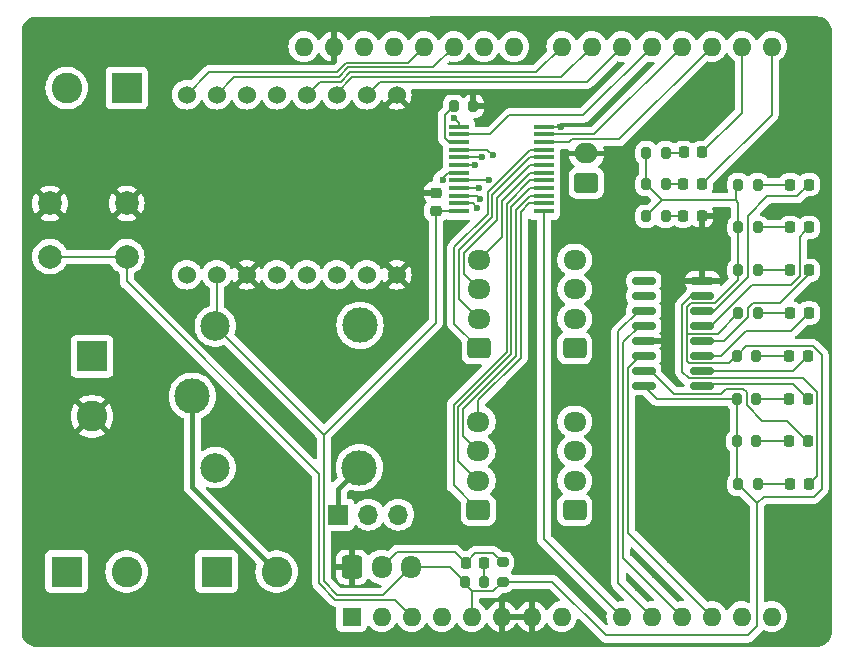
<source format=gbr>
%TF.GenerationSoftware,KiCad,Pcbnew,8.0.3*%
%TF.CreationDate,2024-06-17T22:46:01+08:00*%
%TF.ProjectId,uno_car,756e6f5f-6361-4722-9e6b-696361645f70,v1.0.2*%
%TF.SameCoordinates,Original*%
%TF.FileFunction,Copper,L1,Top*%
%TF.FilePolarity,Positive*%
%FSLAX46Y46*%
G04 Gerber Fmt 4.6, Leading zero omitted, Abs format (unit mm)*
G04 Created by KiCad (PCBNEW 8.0.3) date 2024-06-17 22:46:01*
%MOMM*%
%LPD*%
G01*
G04 APERTURE LIST*
G04 Aperture macros list*
%AMRoundRect*
0 Rectangle with rounded corners*
0 $1 Rounding radius*
0 $2 $3 $4 $5 $6 $7 $8 $9 X,Y pos of 4 corners*
0 Add a 4 corners polygon primitive as box body*
4,1,4,$2,$3,$4,$5,$6,$7,$8,$9,$2,$3,0*
0 Add four circle primitives for the rounded corners*
1,1,$1+$1,$2,$3*
1,1,$1+$1,$4,$5*
1,1,$1+$1,$6,$7*
1,1,$1+$1,$8,$9*
0 Add four rect primitives between the rounded corners*
20,1,$1+$1,$2,$3,$4,$5,0*
20,1,$1+$1,$4,$5,$6,$7,0*
20,1,$1+$1,$6,$7,$8,$9,0*
20,1,$1+$1,$8,$9,$2,$3,0*%
G04 Aperture macros list end*
%TA.AperFunction,SMDPad,CuDef*%
%ADD10RoundRect,0.218750X-0.218750X-0.256250X0.218750X-0.256250X0.218750X0.256250X-0.218750X0.256250X0*%
%TD*%
%TA.AperFunction,ComponentPad*%
%ADD11RoundRect,0.250000X0.725000X-0.600000X0.725000X0.600000X-0.725000X0.600000X-0.725000X-0.600000X0*%
%TD*%
%TA.AperFunction,ComponentPad*%
%ADD12O,1.950000X1.700000*%
%TD*%
%TA.AperFunction,SMDPad,CuDef*%
%ADD13RoundRect,0.200000X0.275000X-0.200000X0.275000X0.200000X-0.275000X0.200000X-0.275000X-0.200000X0*%
%TD*%
%TA.AperFunction,ComponentPad*%
%ADD14R,2.600000X2.600000*%
%TD*%
%TA.AperFunction,ComponentPad*%
%ADD15C,2.600000*%
%TD*%
%TA.AperFunction,ComponentPad*%
%ADD16R,1.700000X1.700000*%
%TD*%
%TA.AperFunction,ComponentPad*%
%ADD17O,1.700000X1.700000*%
%TD*%
%TA.AperFunction,SMDPad,CuDef*%
%ADD18RoundRect,0.200000X0.200000X0.275000X-0.200000X0.275000X-0.200000X-0.275000X0.200000X-0.275000X0*%
%TD*%
%TA.AperFunction,ComponentPad*%
%ADD19RoundRect,0.250000X0.750000X-0.600000X0.750000X0.600000X-0.750000X0.600000X-0.750000X-0.600000X0*%
%TD*%
%TA.AperFunction,ComponentPad*%
%ADD20O,2.000000X1.700000*%
%TD*%
%TA.AperFunction,SMDPad,CuDef*%
%ADD21RoundRect,0.218750X0.218750X0.256250X-0.218750X0.256250X-0.218750X-0.256250X0.218750X-0.256250X0*%
%TD*%
%TA.AperFunction,ComponentPad*%
%ADD22C,3.000000*%
%TD*%
%TA.AperFunction,ComponentPad*%
%ADD23C,2.500000*%
%TD*%
%TA.AperFunction,SMDPad,CuDef*%
%ADD24RoundRect,0.150000X0.825000X0.150000X-0.825000X0.150000X-0.825000X-0.150000X0.825000X-0.150000X0*%
%TD*%
%TA.AperFunction,SMDPad,CuDef*%
%ADD25R,1.750000X0.450000*%
%TD*%
%TA.AperFunction,SMDPad,CuDef*%
%ADD26RoundRect,0.225000X-0.250000X0.225000X-0.250000X-0.225000X0.250000X-0.225000X0.250000X0.225000X0*%
%TD*%
%TA.AperFunction,ComponentPad*%
%ADD27C,2.000000*%
%TD*%
%TA.AperFunction,SMDPad,CuDef*%
%ADD28RoundRect,0.200000X-0.200000X-0.275000X0.200000X-0.275000X0.200000X0.275000X-0.200000X0.275000X0*%
%TD*%
%TA.AperFunction,ComponentPad*%
%ADD29C,1.524000*%
%TD*%
%TA.AperFunction,ComponentPad*%
%ADD30RoundRect,0.250000X-0.600000X-0.725000X0.600000X-0.725000X0.600000X0.725000X-0.600000X0.725000X0*%
%TD*%
%TA.AperFunction,ComponentPad*%
%ADD31O,1.700000X1.950000*%
%TD*%
%TA.AperFunction,ComponentPad*%
%ADD32R,1.600000X1.600000*%
%TD*%
%TA.AperFunction,ComponentPad*%
%ADD33O,1.600000X1.600000*%
%TD*%
%TA.AperFunction,ViaPad*%
%ADD34C,0.600000*%
%TD*%
%TA.AperFunction,Conductor*%
%ADD35C,0.200000*%
%TD*%
%TA.AperFunction,Conductor*%
%ADD36C,0.400000*%
%TD*%
G04 APERTURE END LIST*
D10*
%TO.P,D4,1,K*%
%TO.N,Net-(D4-K)*%
X207212500Y-80600000D03*
%TO.P,D4,2,A*%
%TO.N,Net-(D4-A)*%
X208787500Y-80600000D03*
%TD*%
D11*
%TO.P,J9,1,Pin_1*%
%TO.N,Net-(J9-Pin_1)*%
X189050000Y-76350000D03*
D12*
%TO.P,J9,2,Pin_2*%
%TO.N,Net-(J9-Pin_2)*%
X189050000Y-73850000D03*
%TO.P,J9,3,Pin_3*%
%TO.N,Net-(J9-Pin_3)*%
X189050000Y-71350000D03*
%TO.P,J9,4,Pin_4*%
%TO.N,Net-(J9-Pin_4)*%
X189050000Y-68850000D03*
%TD*%
D13*
%TO.P,R1,1*%
%TO.N,+5V*%
X182950000Y-96125000D03*
%TO.P,R1,2*%
%TO.N,/MIXER*%
X182950000Y-94475000D03*
%TD*%
D10*
%TO.P,D2,1*%
%TO.N,Net-(D2-Pad1)*%
X198237500Y-65150000D03*
%TO.P,D2,2*%
%TO.N,GND*%
X199812500Y-65150000D03*
%TD*%
%TO.P,D12,1,K*%
%TO.N,Net-(D12-K)*%
X198275000Y-59750000D03*
%TO.P,D12,2,A*%
%TO.N,Net-(A1-D1{slash}TX)*%
X199850000Y-59750000D03*
%TD*%
D11*
%TO.P,J8,1,Pin_1*%
%TO.N,Net-(J8-Pin_1)*%
X180900000Y-90050000D03*
D12*
%TO.P,J8,2,Pin_2*%
%TO.N,Net-(J8-Pin_2)*%
X180900000Y-87550000D03*
%TO.P,J8,3,Pin_3*%
%TO.N,Net-(J8-Pin_3)*%
X180900000Y-85050000D03*
%TO.P,J8,4,Pin_4*%
%TO.N,Net-(J8-Pin_4)*%
X180900000Y-82550000D03*
%TD*%
D10*
%TO.P,D3,1,K*%
%TO.N,Net-(D3-K)*%
X207212500Y-84221400D03*
%TO.P,D3,2,A*%
%TO.N,Net-(D3-A)*%
X208787500Y-84221400D03*
%TD*%
D14*
%TO.P,J5,1,Pin_1*%
%TO.N,Net-(J5-Pin_1)*%
X148183000Y-77022000D03*
D15*
%TO.P,J5,2,Pin_2*%
%TO.N,GND*%
X148183000Y-82102000D03*
%TD*%
D10*
%TO.P,D8,1,K*%
%TO.N,Net-(D8-K)*%
X207309900Y-66114300D03*
%TO.P,D8,2,A*%
%TO.N,Net-(D8-A)*%
X208884900Y-66114300D03*
%TD*%
%TO.P,D10,1,K*%
%TO.N,Net-(D10-K)*%
X207309900Y-87842900D03*
%TO.P,D10,2,A*%
%TO.N,Net-(D10-A)*%
X208884900Y-87842900D03*
%TD*%
D11*
%TO.P,J10,1,Pin_1*%
%TO.N,Net-(J10-Pin_1)*%
X189050000Y-90050000D03*
D12*
%TO.P,J10,2,Pin_2*%
%TO.N,Net-(J10-Pin_2)*%
X189050000Y-87550000D03*
%TO.P,J10,3,Pin_3*%
%TO.N,Net-(J10-Pin_3)*%
X189050000Y-85050000D03*
%TO.P,J10,4,Pin_4*%
%TO.N,Net-(J10-Pin_4)*%
X189050000Y-82550000D03*
%TD*%
D16*
%TO.P,JP1,1,A*%
%TO.N,Net-(JP1-A)*%
X169037000Y-90424000D03*
D17*
%TO.P,JP1,2,C*%
%TO.N,Net-(J2-Pin_1)*%
X171577000Y-90424000D03*
%TO.P,JP1,3,B*%
%TO.N,Net-(JP1-B)*%
X174117000Y-90424000D03*
%TD*%
D18*
%TO.P,R14,1*%
%TO.N,Net-(D10-K)*%
X204541400Y-87842900D03*
%TO.P,R14,2*%
%TO.N,+5V*%
X202891400Y-87842900D03*
%TD*%
D14*
%TO.P,J3,1,Pin_1*%
%TO.N,Net-(J3-Pin_1)*%
X151135000Y-54305000D03*
D15*
%TO.P,J3,2,Pin_2*%
%TO.N,Net-(J3-Pin_2)*%
X146055000Y-54305000D03*
%TD*%
D19*
%TO.P,J6,1,Pin_1*%
%TO.N,+3V3*%
X190050000Y-62350000D03*
D20*
%TO.P,J6,2,Pin_2*%
%TO.N,GND*%
X190050000Y-59850000D03*
%TD*%
D18*
%TO.P,R2,1*%
%TO.N,Net-(D1-K)*%
X181400000Y-96100000D03*
%TO.P,R2,2*%
%TO.N,+5V*%
X179750000Y-96100000D03*
%TD*%
D21*
%TO.P,D1,1,K*%
%TO.N,Net-(D1-K)*%
X181387500Y-94500000D03*
%TO.P,D1,2,A*%
%TO.N,/MIXER*%
X179812500Y-94500000D03*
%TD*%
D10*
%TO.P,D6,1,K*%
%TO.N,Net-(D6-K)*%
X207309900Y-73357100D03*
%TO.P,D6,2,A*%
%TO.N,Net-(D6-A)*%
X208884900Y-73357100D03*
%TD*%
%TO.P,D7,1,K*%
%TO.N,Net-(D7-K)*%
X207309900Y-69735700D03*
%TO.P,D7,2,A*%
%TO.N,Net-(D7-A)*%
X208884900Y-69735700D03*
%TD*%
D18*
%TO.P,R8,1*%
%TO.N,Net-(D4-K)*%
X204444000Y-80600000D03*
%TO.P,R8,2*%
%TO.N,+5V*%
X202794000Y-80600000D03*
%TD*%
%TO.P,R7,1*%
%TO.N,Net-(D3-K)*%
X204444000Y-84221400D03*
%TO.P,R7,2*%
%TO.N,+5V*%
X202794000Y-84221400D03*
%TD*%
D22*
%TO.P,K1,1*%
%TO.N,Net-(J2-Pin_2)*%
X156675000Y-80400000D03*
D23*
%TO.P,K1,2*%
%TO.N,/MIXER*%
X158625000Y-86450000D03*
D22*
%TO.P,K1,3*%
%TO.N,Net-(JP1-A)*%
X170825000Y-86450000D03*
%TO.P,K1,4*%
%TO.N,Net-(JP1-B)*%
X170875000Y-74400000D03*
D23*
%TO.P,K1,5*%
%TO.N,+5V*%
X158625000Y-74450000D03*
%TD*%
D24*
%TO.P,U2,1,QB*%
%TO.N,Net-(D4-A)*%
X199866400Y-79527900D03*
%TO.P,U2,2,QC*%
%TO.N,Net-(D5-A)*%
X199866400Y-78257900D03*
%TO.P,U2,3,QD*%
%TO.N,Net-(D6-A)*%
X199866400Y-76987900D03*
%TO.P,U2,4,QE*%
%TO.N,Net-(D7-A)*%
X199866400Y-75717900D03*
%TO.P,U2,5,QF*%
%TO.N,Net-(D8-A)*%
X199866400Y-74447900D03*
%TO.P,U2,6,QG*%
%TO.N,Net-(D9-A)*%
X199866400Y-73177900D03*
%TO.P,U2,7,QH*%
%TO.N,Net-(D10-A)*%
X199866400Y-71907900D03*
%TO.P,U2,8,GND*%
%TO.N,GND*%
X199866400Y-70637900D03*
%TO.P,U2,9,QH'*%
%TO.N,unconnected-(U2-QH'-Pad9)*%
X194916400Y-70637900D03*
%TO.P,U2,10,~{SRCLR}*%
%TO.N,unconnected-(U2-~{SRCLR}-Pad10)*%
X194916400Y-71907900D03*
%TO.P,U2,11,SRCLK*%
%TO.N,/LEDS_CK*%
X194916400Y-73177900D03*
%TO.P,U2,12,RCLK*%
%TO.N,/LEDS_LATCH*%
X194916400Y-74447900D03*
%TO.P,U2,13,~{OE}*%
%TO.N,GND*%
X194916400Y-75717900D03*
%TO.P,U2,14,SER*%
%TO.N,/LEDS_DATA*%
X194916400Y-76987900D03*
%TO.P,U2,15,QA*%
%TO.N,Net-(D3-A)*%
X194916400Y-78257900D03*
%TO.P,U2,16,VCC*%
%TO.N,+5V*%
X194916400Y-79527900D03*
%TD*%
D10*
%TO.P,D9,1,K*%
%TO.N,Net-(D9-K)*%
X207309900Y-62492900D03*
%TO.P,D9,2,A*%
%TO.N,Net-(D9-A)*%
X208884900Y-62492900D03*
%TD*%
D18*
%TO.P,R9,1*%
%TO.N,Net-(D5-K)*%
X204444000Y-76978600D03*
%TO.P,R9,2*%
%TO.N,+5V*%
X202794000Y-76978600D03*
%TD*%
D11*
%TO.P,J7,1,Pin_1*%
%TO.N,Net-(J7-Pin_1)*%
X180950000Y-76350000D03*
D12*
%TO.P,J7,2,Pin_2*%
%TO.N,Net-(J7-Pin_2)*%
X180950000Y-73850000D03*
%TO.P,J7,3,Pin_3*%
%TO.N,Net-(J7-Pin_3)*%
X180950000Y-71350000D03*
%TO.P,J7,4,Pin_4*%
%TO.N,Net-(J7-Pin_4)*%
X180950000Y-68850000D03*
%TD*%
D25*
%TO.P,U4,1,COM*%
%TO.N,/SIG*%
X186450000Y-64725000D03*
%TO.P,U4,2,I7*%
%TO.N,Net-(J8-Pin_4)*%
X186450000Y-64075000D03*
%TO.P,U4,3,I6*%
%TO.N,Net-(J8-Pin_3)*%
X186450000Y-63425000D03*
%TO.P,U4,4,I5*%
%TO.N,Net-(J8-Pin_2)*%
X186450000Y-62775000D03*
%TO.P,U4,5,I4*%
%TO.N,Net-(J8-Pin_1)*%
X186450000Y-62125000D03*
%TO.P,U4,6,I3*%
%TO.N,Net-(J7-Pin_4)*%
X186450000Y-61475000D03*
%TO.P,U4,7,I2*%
%TO.N,Net-(J7-Pin_3)*%
X186450000Y-60825000D03*
%TO.P,U4,8,I1*%
%TO.N,Net-(J7-Pin_2)*%
X186450000Y-60175000D03*
%TO.P,U4,9,I0*%
%TO.N,Net-(J7-Pin_1)*%
X186450000Y-59525000D03*
%TO.P,U4,10,S0*%
%TO.N,/S0*%
X186450000Y-58875000D03*
%TO.P,U4,11,S1*%
%TO.N,/S1*%
X186450000Y-58225000D03*
%TO.P,U4,12,GND*%
%TO.N,GND*%
X186450000Y-57575000D03*
%TO.P,U4,13,S3*%
%TO.N,/S3*%
X179250000Y-57575000D03*
%TO.P,U4,14,S2*%
%TO.N,/S2*%
X179250000Y-58225000D03*
%TO.P,U4,15,~{E}*%
%TO.N,Net-(U4-~{E})*%
X179250000Y-58875000D03*
%TO.P,U4,16,I15*%
%TO.N,Net-(J10-Pin_4)*%
X179250000Y-59525000D03*
%TO.P,U4,17,I14*%
%TO.N,Net-(J10-Pin_3)*%
X179250000Y-60175000D03*
%TO.P,U4,18,I13*%
%TO.N,Net-(J10-Pin_2)*%
X179250000Y-60825000D03*
%TO.P,U4,19,I12*%
%TO.N,Net-(J10-Pin_1)*%
X179250000Y-61475000D03*
%TO.P,U4,20,I11*%
%TO.N,Net-(J9-Pin_4)*%
X179250000Y-62125000D03*
%TO.P,U4,21,I10*%
%TO.N,Net-(J9-Pin_3)*%
X179250000Y-62775000D03*
%TO.P,U4,22,I9*%
%TO.N,Net-(J9-Pin_2)*%
X179250000Y-63425000D03*
%TO.P,U4,23,I8*%
%TO.N,Net-(J9-Pin_1)*%
X179250000Y-64075000D03*
%TO.P,U4,24,VCC*%
%TO.N,+5V*%
X179250000Y-64725000D03*
%TD*%
D10*
%TO.P,D5,1,K*%
%TO.N,Net-(D5-K)*%
X207212500Y-76978600D03*
%TO.P,D5,2,A*%
%TO.N,Net-(D5-A)*%
X208787500Y-76978600D03*
%TD*%
D26*
%TO.P,C1,1*%
%TO.N,GND*%
X177300000Y-63175000D03*
%TO.P,C1,2*%
%TO.N,+5V*%
X177300000Y-64725000D03*
%TD*%
D27*
%TO.P,SW1,1,1*%
%TO.N,Net-(A1-~{RESET})*%
X151130000Y-68580000D03*
X144630000Y-68580000D03*
%TO.P,SW1,2,2*%
%TO.N,GND*%
X151130000Y-64080000D03*
X144630000Y-64080000D03*
%TD*%
D18*
%TO.P,R13,1*%
%TO.N,Net-(D9-K)*%
X204541400Y-62492900D03*
%TO.P,R13,2*%
%TO.N,+5V*%
X202891400Y-62492900D03*
%TD*%
D14*
%TO.P,J2,1,Pin_1*%
%TO.N,Net-(J2-Pin_1)*%
X158745000Y-95250000D03*
D15*
%TO.P,J2,2,Pin_2*%
%TO.N,Net-(J2-Pin_2)*%
X163825000Y-95250000D03*
%TD*%
D14*
%TO.P,J4,1,Pin_1*%
%TO.N,Net-(J4-Pin_1)*%
X146045000Y-95250000D03*
D15*
%TO.P,J4,2,Pin_2*%
%TO.N,Net-(J4-Pin_2)*%
X151125000Y-95250000D03*
%TD*%
D28*
%TO.P,R5,1*%
%TO.N,+5V*%
X195100000Y-62450000D03*
%TO.P,R5,2*%
%TO.N,Net-(D11-K)*%
X196750000Y-62450000D03*
%TD*%
%TO.P,R23,1*%
%TO.N,Net-(U4-~{E})*%
X178825000Y-55850000D03*
%TO.P,R23,2*%
%TO.N,GND*%
X180475000Y-55850000D03*
%TD*%
%TO.P,R6,1*%
%TO.N,+5V*%
X195100000Y-59800000D03*
%TO.P,R6,2*%
%TO.N,Net-(D12-K)*%
X196750000Y-59800000D03*
%TD*%
D18*
%TO.P,R11,1*%
%TO.N,Net-(D7-K)*%
X204541400Y-69735700D03*
%TO.P,R11,2*%
%TO.N,+5V*%
X202891400Y-69735700D03*
%TD*%
%TO.P,R12,1*%
%TO.N,Net-(D8-K)*%
X204541400Y-66114300D03*
%TO.P,R12,2*%
%TO.N,+5V*%
X202891400Y-66114300D03*
%TD*%
D29*
%TO.P,U1,1,VM*%
%TO.N,Net-(J5-Pin_1)*%
X156210000Y-70104000D03*
%TO.P,U1,2,VCC*%
%TO.N,+5V*%
X158750000Y-70104000D03*
%TO.P,U1,3,GND*%
%TO.N,GND*%
X161290000Y-70104000D03*
%TO.P,U1,4,AO1*%
%TO.N,Net-(J3-Pin_2)*%
X163830000Y-70104000D03*
%TO.P,U1,5,AO2*%
%TO.N,Net-(J3-Pin_1)*%
X166370000Y-70104000D03*
%TO.P,U1,6,BO2*%
%TO.N,Net-(J4-Pin_1)*%
X168910000Y-70104000D03*
%TO.P,U1,7,BO1*%
%TO.N,Net-(J4-Pin_2)*%
X171450000Y-70104000D03*
%TO.P,U1,8,GND*%
%TO.N,GND*%
X173990000Y-70104000D03*
%TO.P,U1,9,PWMA*%
%TO.N,/PWMA*%
X156210000Y-54864000D03*
%TO.P,U1,10,AIN2*%
%TO.N,/AIN2*%
X158750000Y-54864000D03*
%TO.P,U1,11,AIN1*%
%TO.N,/AIN1*%
X161290000Y-54864000D03*
%TO.P,U1,12,STBY*%
%TO.N,/STBY*%
X163830000Y-54864000D03*
%TO.P,U1,13,BIN1*%
%TO.N,/BIN1*%
X166370000Y-54864000D03*
%TO.P,U1,14,BIN2*%
%TO.N,/BIN2*%
X168910000Y-54864000D03*
%TO.P,U1,15,PWMB*%
%TO.N,/PWMB*%
X171450000Y-54864000D03*
%TO.P,U1,16,GND*%
%TO.N,GND*%
X173990000Y-54864000D03*
%TD*%
D10*
%TO.P,D11,1,K*%
%TO.N,Net-(D11-K)*%
X198265500Y-62450000D03*
%TO.P,D11,2,A*%
%TO.N,Net-(A1-D0{slash}RX)*%
X199840500Y-62450000D03*
%TD*%
D28*
%TO.P,R3,1*%
%TO.N,+5V*%
X195100000Y-65150000D03*
%TO.P,R3,2*%
%TO.N,Net-(D2-Pad1)*%
X196750000Y-65150000D03*
%TD*%
D18*
%TO.P,R10,1*%
%TO.N,Net-(D6-K)*%
X204541400Y-73357100D03*
%TO.P,R10,2*%
%TO.N,+5V*%
X202891400Y-73357100D03*
%TD*%
D30*
%TO.P,J1,1,Pin_1*%
%TO.N,GND*%
X170220000Y-94869000D03*
D31*
%TO.P,J1,2,Pin_2*%
%TO.N,/MIXER*%
X172720000Y-94869000D03*
%TO.P,J1,3,Pin_3*%
%TO.N,+5V*%
X175220000Y-94869000D03*
%TD*%
D32*
%TO.P,A1,1,NC*%
%TO.N,unconnected-(A1-NC-Pad1)*%
X170180000Y-99060000D03*
D33*
%TO.P,A1,2,IOREF*%
%TO.N,unconnected-(A1-IOREF-Pad2)*%
X172720000Y-99060000D03*
%TO.P,A1,3,~{RESET}*%
%TO.N,Net-(A1-~{RESET})*%
X175260000Y-99060000D03*
%TO.P,A1,4,3V3*%
%TO.N,+3V3*%
X177800000Y-99060000D03*
%TO.P,A1,5,+5V*%
%TO.N,+5V*%
X180340000Y-99060000D03*
%TO.P,A1,6,GND*%
%TO.N,GND*%
X182880000Y-99060000D03*
%TO.P,A1,7,GND*%
X185420000Y-99060000D03*
%TO.P,A1,8,VIN*%
%TO.N,VCC*%
X187960000Y-99060000D03*
%TO.P,A1,9,A0*%
%TO.N,/SIG*%
X193040000Y-99060000D03*
%TO.P,A1,10,A1*%
%TO.N,/LEDS_CK*%
X195580000Y-99060000D03*
%TO.P,A1,11,A2*%
%TO.N,/LEDS_LATCH*%
X198120000Y-99060000D03*
%TO.P,A1,12,A3*%
%TO.N,/LEDS_DATA*%
X200660000Y-99060000D03*
%TO.P,A1,13,SDA/A4*%
%TO.N,unconnected-(A1-SDA{slash}A4-Pad13)*%
X203200000Y-99060000D03*
%TO.P,A1,14,SCL/A5*%
%TO.N,unconnected-(A1-SCL{slash}A5-Pad14)*%
X205740000Y-99060000D03*
%TO.P,A1,15,D0/RX*%
%TO.N,Net-(A1-D0{slash}RX)*%
X205740000Y-50800000D03*
%TO.P,A1,16,D1/TX*%
%TO.N,Net-(A1-D1{slash}TX)*%
X203200000Y-50800000D03*
%TO.P,A1,17,D2*%
%TO.N,/S0*%
X200660000Y-50800000D03*
%TO.P,A1,18,D3*%
%TO.N,/S1*%
X198120000Y-50800000D03*
%TO.P,A1,19,D4*%
%TO.N,/S2*%
X195580000Y-50800000D03*
%TO.P,A1,20,D5*%
%TO.N,/PWMB*%
X193040000Y-50800000D03*
%TO.P,A1,21,D6*%
%TO.N,/BIN2*%
X190500000Y-50800000D03*
%TO.P,A1,22,D7*%
%TO.N,/BIN1*%
X187960000Y-50800000D03*
%TO.P,A1,23,D8*%
%TO.N,/STBY*%
X183900000Y-50800000D03*
%TO.P,A1,24,D9*%
%TO.N,/AIN1*%
X181360000Y-50800000D03*
%TO.P,A1,25,D10*%
%TO.N,/AIN2*%
X178820000Y-50800000D03*
%TO.P,A1,26,D11*%
%TO.N,/PWMA*%
X176280000Y-50800000D03*
%TO.P,A1,27,D12*%
%TO.N,/S3*%
X173740000Y-50800000D03*
%TO.P,A1,28,D13*%
%TO.N,/MIXER*%
X171200000Y-50800000D03*
%TO.P,A1,29,GND*%
%TO.N,GND*%
X168660000Y-50800000D03*
%TO.P,A1,30,AREF*%
%TO.N,unconnected-(A1-AREF-Pad30)*%
X166120000Y-50800000D03*
%TD*%
D34*
%TO.N,GND*%
X195850000Y-95520000D03*
X194450000Y-96660000D03*
X167640000Y-76200000D03*
X174025000Y-74950000D03*
X187855000Y-57580900D03*
X197130000Y-94250000D03*
%TO.N,/S3*%
X178846000Y-56835300D03*
%TO.N,Net-(J9-Pin_1)*%
X180814000Y-64467600D03*
%TO.N,Net-(J9-Pin_2)*%
X181041283Y-63700563D03*
%TO.N,Net-(J9-Pin_4)*%
X181795700Y-62125000D03*
%TO.N,Net-(J9-Pin_3)*%
X180964249Y-62775000D03*
%TO.N,Net-(J10-Pin_1)*%
X177867000Y-62085700D03*
%TO.N,Net-(J10-Pin_2)*%
X180636000Y-60825000D03*
%TO.N,Net-(J10-Pin_4)*%
X182100000Y-59961300D03*
%TO.N,Net-(J10-Pin_3)*%
X181233192Y-60175000D03*
%TD*%
D35*
%TO.N,/BIN1*%
X167459000Y-53775000D02*
X166370000Y-54864000D01*
X185793100Y-52966900D02*
X170064472Y-52966900D01*
X169256370Y-53775000D02*
X167459000Y-53775000D01*
X187960000Y-50800000D02*
X185793100Y-52966900D01*
X170064472Y-52966900D02*
X169256370Y-53775000D01*
%TO.N,GND*%
X162711000Y-71525000D02*
X172569000Y-71525000D01*
X194916400Y-75717900D02*
X196532100Y-75717900D01*
X180475000Y-55850000D02*
X180475000Y-54875000D01*
X176209000Y-54625000D02*
X174980000Y-55854000D01*
X174980000Y-55854000D02*
X173990000Y-54864000D01*
X193290000Y-61150000D02*
X193290000Y-65020000D01*
X197240000Y-71390000D02*
X197992100Y-70637900D01*
X151130000Y-64080000D02*
X149975000Y-62925000D01*
X174000000Y-70094000D02*
X173990000Y-70104000D01*
X197992100Y-70637900D02*
X199866400Y-70637900D01*
X197240000Y-75010000D02*
X197240000Y-71390000D01*
X193290000Y-65020000D02*
X194520000Y-66250000D01*
X149975000Y-62925000D02*
X145785000Y-62925000D01*
X187633000Y-57580900D02*
X187855000Y-57580900D01*
X176300000Y-63175000D02*
X177300000Y-63175000D01*
X196532100Y-75717900D02*
X197240000Y-75010000D01*
X194520000Y-66250000D02*
X199812500Y-66250000D01*
X180475000Y-54875000D02*
X180225000Y-54625000D01*
X173990000Y-70104000D02*
X174980000Y-69114000D01*
X199812500Y-70584000D02*
X199866400Y-70637900D01*
X172569000Y-71525000D02*
X173990000Y-70104000D01*
X191990000Y-59850000D02*
X193290000Y-61150000D01*
X194916000Y-75717900D02*
X194916400Y-75717900D01*
X187627000Y-57575000D02*
X187633000Y-57580900D01*
X145785000Y-62925000D02*
X144630000Y-64080000D01*
X185420000Y-99060000D02*
X182880000Y-99060000D01*
X180225000Y-54625000D02*
X176209000Y-54625000D01*
X161290000Y-70104000D02*
X162711000Y-71525000D01*
X190050000Y-59850000D02*
X191990000Y-59850000D01*
X174980000Y-61855000D02*
X176300000Y-63175000D01*
X174980000Y-69114000D02*
X174980000Y-64545000D01*
X186450000Y-57575000D02*
X187627000Y-57575000D01*
X174980000Y-55854000D02*
X174980000Y-61855000D01*
X174980000Y-64545000D02*
X176350000Y-63175000D01*
X199812500Y-65150000D02*
X199812500Y-70584000D01*
%TO.N,/AIN2*%
X169898786Y-52566900D02*
X169090685Y-53375000D01*
X178820000Y-50800000D02*
X177053100Y-52566900D01*
X169090685Y-53375000D02*
X160239000Y-53375000D01*
X160239000Y-53375000D02*
X158750000Y-54864000D01*
X177053100Y-52566900D02*
X169898786Y-52566900D01*
%TO.N,/S1*%
X198120000Y-50800000D02*
X198120000Y-50830000D01*
X190725000Y-58225000D02*
X186450000Y-58225000D01*
X198120000Y-50830000D02*
X190725000Y-58225000D01*
%TO.N,/BIN2*%
X170230157Y-53366900D02*
X187933100Y-53366900D01*
X168910000Y-54864000D02*
X168910000Y-54687055D01*
X187933100Y-53366900D02*
X190500000Y-50800000D01*
X168910000Y-54687055D02*
X170230157Y-53366900D01*
%TO.N,/S3*%
X179250000Y-57239300D02*
X179250000Y-57575000D01*
X178846000Y-56835300D02*
X179250000Y-57239300D01*
%TO.N,/SIG*%
X186450000Y-64725000D02*
X186450000Y-92470000D01*
X186450000Y-92470000D02*
X193040000Y-99060000D01*
%TO.N,/S2*%
X183516000Y-56626000D02*
X181917000Y-58225000D01*
X181917000Y-58225000D02*
X179250000Y-58225000D01*
X195580000Y-50800000D02*
X195580000Y-50820000D01*
X195580000Y-50820000D02*
X189774000Y-56626000D01*
X189774000Y-56626000D02*
X183516000Y-56626000D01*
%TO.N,+5V*%
X194916000Y-79527900D02*
X194916200Y-79528100D01*
X198560000Y-72858692D02*
X198878692Y-72540000D01*
X202891000Y-68836600D02*
X202891400Y-68837000D01*
X180340000Y-96917600D02*
X182157400Y-96917600D01*
X202800000Y-87751500D02*
X202891000Y-87842900D01*
X179750000Y-96327600D02*
X179750000Y-96100000D01*
X202794000Y-76978600D02*
X202151000Y-77621400D01*
X158625000Y-74450000D02*
X158750000Y-74325000D01*
X201148500Y-75100000D02*
X202891400Y-73357100D01*
X158559000Y-74450000D02*
X158625000Y-74450000D01*
X182157400Y-96917600D02*
X182950000Y-96125000D01*
X202891000Y-66427300D02*
X202891000Y-68836600D01*
X202151000Y-77621400D02*
X198771400Y-77621400D01*
X194916200Y-79528100D02*
X195988000Y-80600000D01*
X202673000Y-63800000D02*
X196450000Y-63800000D01*
X187175000Y-96125000D02*
X191710000Y-100660000D01*
X191710000Y-100660000D02*
X203690000Y-100660000D01*
X198878692Y-72540000D02*
X200896600Y-72540000D01*
X177300000Y-64725000D02*
X177300000Y-74167000D01*
X167821000Y-83646000D02*
X158625000Y-74450000D01*
X204498900Y-89450000D02*
X205048900Y-88900000D01*
X182950000Y-96125000D02*
X187175000Y-96125000D01*
X202794000Y-84221400D02*
X202794000Y-80600000D01*
X198560000Y-77410000D02*
X198560000Y-75100000D01*
X202673000Y-62711000D02*
X202891000Y-62492900D01*
X180340000Y-96917600D02*
X179750000Y-96327600D01*
X196450000Y-63800000D02*
X195100000Y-65150000D01*
X204500000Y-89451100D02*
X202891800Y-87842900D01*
X172864000Y-97225000D02*
X175220000Y-94869000D01*
X177300000Y-74167000D02*
X167821000Y-83646000D01*
X167821000Y-96080314D02*
X168965686Y-97225000D01*
X202891800Y-87842900D02*
X202891400Y-87842900D01*
X203690000Y-100660000D02*
X204500000Y-99850000D01*
X180340000Y-99060000D02*
X180340000Y-96917600D01*
X202891400Y-87842900D02*
X202891000Y-87842900D01*
X202673000Y-63800000D02*
X202891000Y-64018100D01*
X158759000Y-74650000D02*
X158750000Y-74650000D01*
X158750000Y-74325000D02*
X158750000Y-70104000D01*
X177300000Y-64725000D02*
X179250000Y-64725000D01*
X179750000Y-96100000D02*
X178519000Y-94869000D01*
X202891000Y-66427300D02*
X202891400Y-66426900D01*
X195100000Y-62450000D02*
X195100000Y-59800000D01*
X178519000Y-94869000D02*
X175220000Y-94869000D01*
X158550000Y-74441000D02*
X158559000Y-74450000D01*
X195988000Y-80600000D02*
X202794000Y-80600000D01*
X202891000Y-64018100D02*
X202891000Y-66427300D01*
X203589000Y-76183300D02*
X202794000Y-76978600D01*
X200896600Y-72540000D02*
X202891000Y-70545600D01*
X198560000Y-75100000D02*
X198560000Y-72858692D01*
X202891400Y-62492900D02*
X202891000Y-62492900D01*
X198560000Y-75100000D02*
X201148500Y-75100000D01*
X209984000Y-76935300D02*
X209232000Y-76183300D01*
X202673000Y-63800000D02*
X202673000Y-62711000D01*
X194916400Y-79527900D02*
X194916200Y-79528100D01*
X205048900Y-88900000D02*
X209300000Y-88900000D01*
X202794000Y-84221400D02*
X202800000Y-84227400D01*
X204500000Y-99850000D02*
X204500000Y-89451100D01*
X168965686Y-97225000D02*
X172864000Y-97225000D01*
X198771400Y-77621400D02*
X198560000Y-77410000D01*
X167821000Y-83646000D02*
X167821000Y-96080314D01*
X209984000Y-88216000D02*
X209984000Y-76935300D01*
X202891400Y-66426900D02*
X202891400Y-66114300D01*
X209232000Y-76183300D02*
X203589000Y-76183300D01*
X202891400Y-68837000D02*
X202891400Y-69735700D01*
X202800000Y-84227400D02*
X202800000Y-87751500D01*
X209300000Y-88900000D02*
X209984000Y-88216000D01*
X202891000Y-70545600D02*
X202891000Y-68836600D01*
X196450000Y-63800000D02*
X195100000Y-62450000D01*
%TO.N,/PWMA*%
X158099000Y-52975000D02*
X156210000Y-54864000D01*
X176280000Y-50800000D02*
X174913100Y-52166900D01*
X168925000Y-52975000D02*
X158099000Y-52975000D01*
X174913100Y-52166900D02*
X169733100Y-52166900D01*
X169733100Y-52166900D02*
X168925000Y-52975000D01*
%TO.N,/S0*%
X192800000Y-58650000D02*
X188800000Y-58650000D01*
X188800000Y-58650000D02*
X188575000Y-58875000D01*
X200660000Y-50800000D02*
X200650000Y-50800000D01*
X200650000Y-50800000D02*
X192800000Y-58650000D01*
X188575000Y-58875000D02*
X186450000Y-58875000D01*
%TO.N,/PWMB*%
X172547000Y-53766900D02*
X171450000Y-54864000D01*
X190073100Y-53766900D02*
X172547000Y-53766900D01*
X193040000Y-50800000D02*
X190073100Y-53766900D01*
%TO.N,Net-(D3-K)*%
X207212000Y-84221400D02*
X207212500Y-84221400D01*
X204444000Y-84221400D02*
X207212000Y-84221400D01*
%TO.N,/MIXER*%
X179812500Y-94499500D02*
X179812500Y-94500000D01*
X179812000Y-94500000D02*
X179812500Y-94499500D01*
X174010600Y-93589400D02*
X178902000Y-93589400D01*
X182175000Y-93700000D02*
X182950000Y-94475000D01*
X172720000Y-94869000D02*
X172731000Y-94869000D01*
X180612000Y-93700000D02*
X182175000Y-93700000D01*
X178902000Y-93589400D02*
X179812000Y-94500000D01*
X179812500Y-94499500D02*
X180612000Y-93700000D01*
X172731000Y-94869000D02*
X174010600Y-93589400D01*
%TO.N,Net-(D1-K)*%
X181388000Y-94500000D02*
X181400000Y-94512500D01*
X181387500Y-94500000D02*
X181388000Y-94500000D01*
X181400000Y-94512500D02*
X181400000Y-96100000D01*
D36*
%TO.N,Net-(J2-Pin_2)*%
X156675000Y-80400000D02*
X156675000Y-88100000D01*
X156675000Y-88100000D02*
X163825000Y-95250000D01*
D35*
%TO.N,Net-(D2-Pad1)*%
X198237500Y-65150000D02*
X198238000Y-65150000D01*
X196750000Y-65150000D02*
X198237500Y-65150000D01*
%TO.N,Net-(D4-K)*%
X204444000Y-80600000D02*
X207212000Y-80600000D01*
X207212000Y-80600000D02*
X207212500Y-80600000D01*
%TO.N,Net-(J7-Pin_2)*%
X182087000Y-65186500D02*
X179261000Y-68012500D01*
X182087000Y-63361000D02*
X182087000Y-65186500D01*
X186450000Y-60175000D02*
X185273000Y-60175000D01*
X179261000Y-68012500D02*
X179261000Y-72161000D01*
X185273000Y-60175000D02*
X182087000Y-63361000D01*
X179261000Y-72161000D02*
X180950000Y-73850000D01*
%TO.N,Net-(J7-Pin_1)*%
X181687000Y-64969800D02*
X178859000Y-67797800D01*
X178859000Y-67797800D02*
X178859000Y-74259400D01*
X181687000Y-63111000D02*
X181687000Y-64969800D01*
X186450000Y-59525000D02*
X185273000Y-59525000D01*
X178859000Y-74259400D02*
X180950000Y-76350000D01*
X185273000Y-59525000D02*
X181687000Y-63111000D01*
%TO.N,Net-(J7-Pin_4)*%
X182887000Y-63861600D02*
X185273000Y-61475000D01*
X182887000Y-66913000D02*
X182887000Y-63861600D01*
X185273000Y-61475000D02*
X186450000Y-61475000D01*
X180950000Y-68850000D02*
X182887000Y-66913000D01*
%TO.N,Net-(J7-Pin_3)*%
X182487000Y-63611000D02*
X182487000Y-65448300D01*
X186450000Y-60825000D02*
X185273000Y-60825000D01*
X179673000Y-70073000D02*
X180950000Y-71350000D01*
X179673000Y-68262300D02*
X179673000Y-70073000D01*
X185273000Y-60825000D02*
X182487000Y-63611000D01*
X182487000Y-65448300D02*
X179673000Y-68262300D01*
%TO.N,Net-(J8-Pin_3)*%
X179618000Y-81469772D02*
X179618000Y-83768000D01*
X184087000Y-64611000D02*
X184087000Y-77000771D01*
X184087000Y-77000771D02*
X179618000Y-81469772D01*
X185273000Y-63425000D02*
X184087000Y-64611000D01*
X186450000Y-63425000D02*
X185273000Y-63425000D01*
X179618000Y-83768000D02*
X180900000Y-85050000D01*
%TO.N,Net-(J8-Pin_1)*%
X183287000Y-76669400D02*
X183287000Y-64111000D01*
X178808000Y-87958000D02*
X178808000Y-81148400D01*
X183287000Y-64111000D02*
X185273000Y-62125000D01*
X178808000Y-81148400D02*
X183287000Y-76669400D01*
X185273000Y-62125000D02*
X186450000Y-62125000D01*
X180900000Y-90050000D02*
X178808000Y-87958000D01*
%TO.N,Net-(J8-Pin_4)*%
X184487000Y-64776686D02*
X185188686Y-64075000D01*
X180900000Y-82550000D02*
X180900000Y-80753458D01*
X180900000Y-80753458D02*
X184487000Y-77166457D01*
X184487000Y-77166457D02*
X184487000Y-64776686D01*
X185188686Y-64075000D02*
X186450000Y-64075000D01*
%TO.N,Net-(J8-Pin_2)*%
X180900000Y-87550000D02*
X179210000Y-85860000D01*
X185273000Y-62775000D02*
X186450000Y-62775000D01*
X179210000Y-85860000D02*
X179210000Y-81312086D01*
X179210000Y-81312086D02*
X183687000Y-76835085D01*
X183687000Y-64361000D02*
X185273000Y-62775000D01*
X183687000Y-76835085D02*
X183687000Y-64361000D01*
%TO.N,Net-(J9-Pin_1)*%
X179250000Y-64075000D02*
X180427000Y-64075000D01*
X180427000Y-64075000D02*
X180427000Y-64080500D01*
X180427000Y-64080500D02*
X180814000Y-64467600D01*
%TO.N,Net-(J9-Pin_2)*%
X181041283Y-63700563D02*
X180765720Y-63425000D01*
X180765720Y-63425000D02*
X179250000Y-63425000D01*
%TO.N,Net-(J9-Pin_4)*%
X181795700Y-62125000D02*
X179250000Y-62125000D01*
%TO.N,Net-(J9-Pin_3)*%
X180964249Y-62775000D02*
X179250000Y-62775000D01*
D36*
%TO.N,Net-(JP1-A)*%
X169037000Y-88238000D02*
X169037000Y-90424000D01*
X170825000Y-86450000D02*
X169037000Y-88238000D01*
D35*
%TO.N,Net-(A1-D1{slash}TX)*%
X203200000Y-50800000D02*
X203200000Y-56400000D01*
X203200000Y-56400000D02*
X199850000Y-59750000D01*
%TO.N,Net-(A1-~{RESET})*%
X168800000Y-97625000D02*
X173825000Y-97625000D01*
X151130000Y-70680000D02*
X167421000Y-86971000D01*
X167421000Y-96246000D02*
X168800000Y-97625000D01*
X173825000Y-97625000D02*
X175260000Y-99060000D01*
X151130000Y-68580000D02*
X151130000Y-70680000D01*
X151130000Y-68580000D02*
X144630000Y-68580000D01*
X167421000Y-86971000D02*
X167421000Y-96246000D01*
%TO.N,Net-(A1-D0{slash}RX)*%
X199840300Y-62449800D02*
X199840000Y-62450000D01*
X205740000Y-56550500D02*
X199840700Y-62449800D01*
X199840700Y-62449800D02*
X199840300Y-62449800D01*
X199840500Y-62450000D02*
X199840300Y-62449800D01*
X205740000Y-50800000D02*
X205740000Y-56550500D01*
%TO.N,/LEDS_LATCH*%
X193164000Y-75851500D02*
X193164000Y-94104000D01*
X194568000Y-74447900D02*
X193164000Y-75851500D01*
X193164000Y-94104000D02*
X198120000Y-99060000D01*
X194916400Y-74447900D02*
X194568000Y-74447900D01*
%TO.N,/LEDS_DATA*%
X194572000Y-76987900D02*
X193564000Y-77995900D01*
X193564000Y-77995900D02*
X193564000Y-91964000D01*
X193564000Y-91964000D02*
X200660000Y-99060000D01*
X194916400Y-76987900D02*
X194572000Y-76987900D01*
%TO.N,/LEDS_CK*%
X192764000Y-74916900D02*
X192764000Y-96244000D01*
X194503000Y-73177900D02*
X192764000Y-74916900D01*
X192764000Y-96244000D02*
X195580000Y-99060000D01*
X194916400Y-73177900D02*
X194503000Y-73177900D01*
%TO.N,Net-(J10-Pin_1)*%
X179250000Y-61475000D02*
X178325000Y-61475000D01*
X178325000Y-61475000D02*
X177867000Y-61933000D01*
X177867000Y-61933000D02*
X177867000Y-62085700D01*
%TO.N,Net-(J10-Pin_2)*%
X179250000Y-60825000D02*
X180636000Y-60825000D01*
%TO.N,Net-(J10-Pin_4)*%
X182100000Y-59961300D02*
X181663700Y-59525000D01*
X181663700Y-59525000D02*
X179250000Y-59525000D01*
%TO.N,Net-(J10-Pin_3)*%
X181233192Y-60175000D02*
X179250000Y-60175000D01*
%TO.N,unconnected-(A1-SDA{slash}A4-Pad13)*%
X203185000Y-99060000D02*
X203200000Y-99060000D01*
%TO.N,Net-(D3-A)*%
X194916400Y-78257900D02*
X195521000Y-78257900D01*
X203619000Y-81169000D02*
X204950000Y-82500000D01*
X207066200Y-82500000D02*
X208300500Y-83734300D01*
X194916000Y-78257900D02*
X194916400Y-78257900D01*
X201875800Y-79774200D02*
X203324200Y-79774200D01*
X195521000Y-78257900D02*
X197463100Y-80200000D01*
X203619000Y-80069000D02*
X203619000Y-81169000D01*
X201450000Y-80200000D02*
X201875800Y-79774200D01*
X208300500Y-83734300D02*
X208787500Y-84221300D01*
X204950000Y-82500000D02*
X207066200Y-82500000D01*
X197463100Y-80200000D02*
X201450000Y-80200000D01*
X203324200Y-79774200D02*
X203619000Y-80069000D01*
X208787500Y-84221300D02*
X208787500Y-84221400D01*
X208300500Y-83734300D02*
X208788000Y-84221400D01*
%TO.N,Net-(D4-A)*%
X208787500Y-80600000D02*
X208787700Y-80599800D01*
X199866000Y-79527900D02*
X199866200Y-79527700D01*
X208787700Y-80599800D02*
X208788000Y-80600000D01*
X207562000Y-79374200D02*
X208787700Y-80599800D01*
X199866200Y-79527700D02*
X200020000Y-79374200D01*
X200020000Y-79374200D02*
X207562000Y-79374200D01*
X199866400Y-79527900D02*
X199866200Y-79527700D01*
%TO.N,Net-(D5-A)*%
X199866000Y-78257900D02*
X199866400Y-78257900D01*
X208787700Y-76978800D02*
X208788000Y-76978600D01*
X208787500Y-76978600D02*
X208787700Y-76978800D01*
X199866400Y-78257900D02*
X207508000Y-78257900D01*
X207508000Y-78257900D02*
X208787700Y-76978800D01*
%TO.N,Net-(D5-K)*%
X204444000Y-76978600D02*
X207212000Y-76978600D01*
X207212000Y-76978600D02*
X207212500Y-76978600D01*
%TO.N,Net-(D6-K)*%
X207309900Y-73357100D02*
X207310000Y-73357100D01*
X204541400Y-73357100D02*
X207309900Y-73357100D01*
X204541000Y-73357100D02*
X204541400Y-73357100D01*
%TO.N,Net-(D6-A)*%
X203539000Y-74864500D02*
X207378000Y-74864500D01*
X199866000Y-76987900D02*
X199866400Y-76987900D01*
X207378000Y-74864500D02*
X208885000Y-73357100D01*
X199866400Y-76987900D02*
X201416000Y-76987900D01*
X208884900Y-73357100D02*
X208885000Y-73357100D01*
X201416000Y-76987900D02*
X203539000Y-74864500D01*
%TO.N,Net-(D7-A)*%
X204127000Y-72536900D02*
X206441000Y-72536900D01*
X199866000Y-75717900D02*
X199866400Y-75717900D01*
X199866400Y-75717900D02*
X201718000Y-75717900D01*
X208885000Y-69914200D02*
X208885000Y-69735700D01*
X208884900Y-69914100D02*
X208884900Y-69735700D01*
X201718000Y-75717900D02*
X203716000Y-73719300D01*
X203716000Y-72947200D02*
X204127000Y-72536900D01*
X208885000Y-70092800D02*
X208885000Y-69914200D01*
X206441000Y-72536900D02*
X208885000Y-70092800D01*
X203716000Y-73719300D02*
X203716000Y-72947200D01*
X208885000Y-69914200D02*
X208884900Y-69914100D01*
%TO.N,Net-(D7-K)*%
X204541400Y-69735700D02*
X207309900Y-69735700D01*
X207309900Y-69735700D02*
X207310000Y-69735700D01*
X204541000Y-69735700D02*
X204541400Y-69735700D01*
%TO.N,Net-(D8-A)*%
X208491100Y-66508000D02*
X208491200Y-66508000D01*
X208097000Y-70235200D02*
X208097000Y-66901800D01*
X199866000Y-74447900D02*
X199866400Y-74447900D01*
X207332000Y-71000700D02*
X208097000Y-70235200D01*
X208491200Y-66508000D02*
X208884900Y-66114300D01*
X199866400Y-74447900D02*
X200615000Y-74447900D01*
X208491100Y-66508000D02*
X208885000Y-66114300D01*
X200615000Y-74447900D02*
X204062000Y-71000700D01*
X204062000Y-71000700D02*
X207332000Y-71000700D01*
X208097000Y-66901800D02*
X208491100Y-66508000D01*
%TO.N,Net-(D8-K)*%
X207309900Y-66114300D02*
X207310000Y-66114300D01*
X204541400Y-66114300D02*
X207309900Y-66114300D01*
X204541000Y-66114300D02*
X204541400Y-66114300D01*
%TO.N,Net-(D9-K)*%
X204541000Y-62492900D02*
X204541400Y-62492900D01*
X204541400Y-62492900D02*
X207309900Y-62492900D01*
X207309900Y-62492900D02*
X207310000Y-62492900D01*
%TO.N,Net-(D9-A)*%
X200848000Y-73177900D02*
X203716000Y-70309800D01*
X208398000Y-62980000D02*
X208884900Y-62493100D01*
X205362900Y-63467100D02*
X207911000Y-63467100D01*
X199866000Y-73177900D02*
X199866400Y-73177900D01*
X207911000Y-63467100D02*
X208398000Y-62980000D01*
X199866400Y-73177900D02*
X200848000Y-73177900D01*
X203716000Y-70309800D02*
X203716000Y-65114000D01*
X208398000Y-62980000D02*
X208885000Y-62492900D01*
X203716000Y-65114000D02*
X205362900Y-63467100D01*
X208884900Y-62493100D02*
X208884900Y-62492900D01*
%TO.N,Net-(D10-K)*%
X207309900Y-87842900D02*
X207310000Y-87842900D01*
X204541000Y-87842900D02*
X204541400Y-87842900D01*
X204541400Y-87842900D02*
X207309900Y-87842900D01*
%TO.N,Net-(D10-A)*%
X208885000Y-87842900D02*
X208884900Y-87842900D01*
X198945106Y-71907900D02*
X198160000Y-72693006D01*
X209563000Y-87165000D02*
X208885000Y-87842900D01*
X199866400Y-71907900D02*
X198945106Y-71907900D01*
X198692800Y-78892800D02*
X208395000Y-78892800D01*
X198160000Y-78360000D02*
X198692800Y-78892800D01*
X208395000Y-78892800D02*
X209563000Y-80061000D01*
X209563000Y-80061000D02*
X209563000Y-87165000D01*
X198160000Y-72693006D02*
X198160000Y-78360000D01*
%TO.N,Net-(D11-K)*%
X196750000Y-62450000D02*
X198265500Y-62450000D01*
X198265500Y-62450000D02*
X198266000Y-62450000D01*
%TO.N,Net-(D12-K)*%
X196750000Y-59800000D02*
X198225000Y-59800000D01*
X198225000Y-59800000D02*
X198275000Y-59750000D01*
%TO.N,Net-(U4-~{E})*%
X179250000Y-58875000D02*
X178375000Y-58875000D01*
X178075000Y-58575000D02*
X178075000Y-56600000D01*
X178075000Y-56600000D02*
X178825000Y-55850000D01*
X178375000Y-58875000D02*
X178075000Y-58575000D01*
%TO.N,unconnected-(U2-~{SRCLR}-Pad10)*%
X194521000Y-71907900D02*
X194916400Y-71907900D01*
%TD*%
%TA.AperFunction,Conductor*%
%TO.N,GND*%
G36*
X185285809Y-65358716D02*
G01*
X185328861Y-65390945D01*
X185332668Y-65393795D01*
X185332671Y-65393797D01*
X185373184Y-65408907D01*
X185467517Y-65444091D01*
X185527127Y-65450500D01*
X185725500Y-65450499D01*
X185792539Y-65470183D01*
X185838294Y-65522987D01*
X185849500Y-65574499D01*
X185849500Y-92383330D01*
X185849499Y-92383348D01*
X185849499Y-92549054D01*
X185849498Y-92549054D01*
X185890423Y-92701785D01*
X185919358Y-92751900D01*
X185919359Y-92751904D01*
X185919360Y-92751904D01*
X185969479Y-92838714D01*
X185969481Y-92838717D01*
X186088349Y-92957585D01*
X186088355Y-92957590D01*
X191748058Y-98617293D01*
X191781543Y-98678616D01*
X191780152Y-98737067D01*
X191754366Y-98833302D01*
X191754364Y-98833313D01*
X191734532Y-99059998D01*
X191734532Y-99060001D01*
X191754364Y-99286686D01*
X191754366Y-99286697D01*
X191813258Y-99506488D01*
X191813260Y-99506492D01*
X191813261Y-99506496D01*
X191848722Y-99582542D01*
X191872134Y-99632749D01*
X191882626Y-99701827D01*
X191854106Y-99765611D01*
X191795630Y-99803850D01*
X191725762Y-99804405D01*
X191672071Y-99772835D01*
X187662590Y-95763355D01*
X187662588Y-95763352D01*
X187543717Y-95644481D01*
X187543716Y-95644480D01*
X187456904Y-95594360D01*
X187456904Y-95594359D01*
X187456900Y-95594358D01*
X187406785Y-95565423D01*
X187254057Y-95524499D01*
X187095943Y-95524499D01*
X187088347Y-95524499D01*
X187088331Y-95524500D01*
X183866520Y-95524500D01*
X183799481Y-95504815D01*
X183778839Y-95488181D01*
X183678339Y-95387681D01*
X183644854Y-95326358D01*
X183649838Y-95256666D01*
X183678339Y-95212319D01*
X183780468Y-95110189D01*
X183780469Y-95110188D01*
X183780472Y-95110185D01*
X183868478Y-94964606D01*
X183919086Y-94802196D01*
X183925500Y-94731616D01*
X183925500Y-94218384D01*
X183919086Y-94147804D01*
X183868478Y-93985394D01*
X183780472Y-93839815D01*
X183780470Y-93839813D01*
X183780469Y-93839811D01*
X183660188Y-93719530D01*
X183650868Y-93713896D01*
X183514606Y-93631522D01*
X183352196Y-93580914D01*
X183352194Y-93580913D01*
X183352192Y-93580913D01*
X183302778Y-93576423D01*
X183281616Y-93574500D01*
X183281613Y-93574500D01*
X182950097Y-93574500D01*
X182883058Y-93554815D01*
X182862416Y-93538181D01*
X182662590Y-93338355D01*
X182662588Y-93338352D01*
X182543717Y-93219481D01*
X182543716Y-93219480D01*
X182456904Y-93169360D01*
X182456904Y-93169359D01*
X182456900Y-93169358D01*
X182406785Y-93140423D01*
X182254057Y-93099499D01*
X182095943Y-93099499D01*
X182088347Y-93099499D01*
X182088331Y-93099500D01*
X180698670Y-93099500D01*
X180698654Y-93099499D01*
X180691058Y-93099499D01*
X180532943Y-93099499D01*
X180456579Y-93119961D01*
X180380214Y-93140423D01*
X180380209Y-93140426D01*
X180243290Y-93219475D01*
X180243282Y-93219481D01*
X179974583Y-93488181D01*
X179913260Y-93521666D01*
X179886902Y-93524500D01*
X179737484Y-93524500D01*
X179670445Y-93504815D01*
X179649774Y-93488152D01*
X179388449Y-93226655D01*
X179388155Y-93226319D01*
X179362139Y-93200303D01*
X179325449Y-93163613D01*
X179324395Y-93162558D01*
X179270873Y-93109000D01*
X179270715Y-93108879D01*
X179246601Y-93094957D01*
X179201357Y-93068836D01*
X179201328Y-93068806D01*
X179201323Y-93068816D01*
X179133972Y-93029901D01*
X179133787Y-93029824D01*
X179133784Y-93029823D01*
X179057085Y-93009271D01*
X179057084Y-93009270D01*
X179057085Y-93009265D01*
X179057045Y-93009260D01*
X178981231Y-92988919D01*
X178981086Y-92988900D01*
X178981057Y-92988900D01*
X178903690Y-92988900D01*
X178815292Y-92988870D01*
X178814834Y-92988900D01*
X174097270Y-92988900D01*
X174097254Y-92988899D01*
X174089658Y-92988899D01*
X173931543Y-92988899D01*
X173855556Y-93009260D01*
X173778814Y-93029823D01*
X173778809Y-93029826D01*
X173641890Y-93108875D01*
X173641882Y-93108881D01*
X173307170Y-93443593D01*
X173245847Y-93477078D01*
X173181172Y-93473843D01*
X173036244Y-93426754D01*
X173036240Y-93426753D01*
X172874957Y-93401208D01*
X172826287Y-93393500D01*
X172613713Y-93393500D01*
X172565042Y-93401208D01*
X172403760Y-93426753D01*
X172403757Y-93426754D01*
X172209969Y-93489720D01*
X172201585Y-93492444D01*
X172012179Y-93588951D01*
X171840215Y-93713889D01*
X171701035Y-93853069D01*
X171639712Y-93886553D01*
X171570020Y-93881569D01*
X171514087Y-93839697D01*
X171507815Y-93830484D01*
X171412315Y-93675654D01*
X171288345Y-93551684D01*
X171139124Y-93459643D01*
X171139119Y-93459641D01*
X170972697Y-93404494D01*
X170972690Y-93404493D01*
X170869986Y-93394000D01*
X170470000Y-93394000D01*
X170470000Y-94464854D01*
X170403343Y-94426370D01*
X170282535Y-94394000D01*
X170157465Y-94394000D01*
X170036657Y-94426370D01*
X169970000Y-94464854D01*
X169970000Y-93394000D01*
X169570028Y-93394000D01*
X169570012Y-93394001D01*
X169467302Y-93404494D01*
X169300880Y-93459641D01*
X169300875Y-93459643D01*
X169151654Y-93551684D01*
X169027684Y-93675654D01*
X168935643Y-93824875D01*
X168935641Y-93824880D01*
X168880494Y-93991302D01*
X168880493Y-93991309D01*
X168870000Y-94094013D01*
X168870000Y-94619000D01*
X169815854Y-94619000D01*
X169777370Y-94685657D01*
X169745000Y-94806465D01*
X169745000Y-94931535D01*
X169777370Y-95052343D01*
X169815854Y-95119000D01*
X168870001Y-95119000D01*
X168870001Y-95643986D01*
X168880494Y-95746697D01*
X168935641Y-95913119D01*
X168935643Y-95913124D01*
X169027684Y-96062345D01*
X169151654Y-96186315D01*
X169300875Y-96278356D01*
X169300880Y-96278358D01*
X169467302Y-96333505D01*
X169467309Y-96333506D01*
X169570019Y-96343999D01*
X169969999Y-96343999D01*
X169970000Y-96343998D01*
X169970000Y-95273145D01*
X170036657Y-95311630D01*
X170157465Y-95344000D01*
X170282535Y-95344000D01*
X170403343Y-95311630D01*
X170470000Y-95273145D01*
X170470000Y-96343999D01*
X170869972Y-96343999D01*
X170869986Y-96343998D01*
X170972697Y-96333505D01*
X171139119Y-96278358D01*
X171139124Y-96278356D01*
X171288345Y-96186315D01*
X171412317Y-96062343D01*
X171507815Y-95907516D01*
X171559763Y-95860791D01*
X171628725Y-95849568D01*
X171692808Y-95877412D01*
X171701035Y-95884931D01*
X171840213Y-96024109D01*
X172012179Y-96149048D01*
X172012181Y-96149049D01*
X172012184Y-96149051D01*
X172201588Y-96245557D01*
X172403757Y-96311246D01*
X172403760Y-96311246D01*
X172403761Y-96311247D01*
X172474161Y-96322397D01*
X172613713Y-96344500D01*
X172613718Y-96344500D01*
X172616401Y-96344925D01*
X172679536Y-96374854D01*
X172716468Y-96434165D01*
X172715470Y-96504028D01*
X172684687Y-96555077D01*
X172651583Y-96588181D01*
X172590263Y-96621666D01*
X172563903Y-96624500D01*
X169265783Y-96624500D01*
X169198744Y-96604815D01*
X169178102Y-96588181D01*
X168457819Y-95867898D01*
X168424334Y-95806575D01*
X168421500Y-95780217D01*
X168421500Y-91898499D01*
X168441185Y-91831460D01*
X168493989Y-91785705D01*
X168545500Y-91774499D01*
X169934871Y-91774499D01*
X169934872Y-91774499D01*
X169994483Y-91768091D01*
X170129331Y-91717796D01*
X170244546Y-91631546D01*
X170330796Y-91516331D01*
X170379810Y-91384916D01*
X170421681Y-91328984D01*
X170487145Y-91304566D01*
X170555418Y-91319417D01*
X170583673Y-91340569D01*
X170705599Y-91462495D01*
X170802384Y-91530265D01*
X170899165Y-91598032D01*
X170899167Y-91598033D01*
X170899170Y-91598035D01*
X171113337Y-91697903D01*
X171341592Y-91759063D01*
X171529918Y-91775539D01*
X171576999Y-91779659D01*
X171577000Y-91779659D01*
X171577001Y-91779659D01*
X171616234Y-91776226D01*
X171812408Y-91759063D01*
X172040663Y-91697903D01*
X172254830Y-91598035D01*
X172448401Y-91462495D01*
X172615495Y-91295401D01*
X172745425Y-91109842D01*
X172800002Y-91066217D01*
X172869500Y-91059023D01*
X172931855Y-91090546D01*
X172948575Y-91109842D01*
X173078500Y-91295395D01*
X173078505Y-91295401D01*
X173245599Y-91462495D01*
X173342384Y-91530265D01*
X173439165Y-91598032D01*
X173439167Y-91598033D01*
X173439170Y-91598035D01*
X173653337Y-91697903D01*
X173881592Y-91759063D01*
X174069918Y-91775539D01*
X174116999Y-91779659D01*
X174117000Y-91779659D01*
X174117001Y-91779659D01*
X174156234Y-91776226D01*
X174352408Y-91759063D01*
X174580663Y-91697903D01*
X174794830Y-91598035D01*
X174988401Y-91462495D01*
X175155495Y-91295401D01*
X175291035Y-91101830D01*
X175390903Y-90887663D01*
X175452063Y-90659408D01*
X175472659Y-90424000D01*
X175452063Y-90188592D01*
X175390903Y-89960337D01*
X175291035Y-89746171D01*
X175285425Y-89738158D01*
X175155494Y-89552597D01*
X174988402Y-89385506D01*
X174988395Y-89385501D01*
X174981281Y-89380520D01*
X174911518Y-89331671D01*
X174794834Y-89249967D01*
X174794830Y-89249965D01*
X174794828Y-89249964D01*
X174580663Y-89150097D01*
X174580659Y-89150096D01*
X174580655Y-89150094D01*
X174352413Y-89088938D01*
X174352403Y-89088936D01*
X174117001Y-89068341D01*
X174116999Y-89068341D01*
X173881596Y-89088936D01*
X173881586Y-89088938D01*
X173653344Y-89150094D01*
X173653335Y-89150098D01*
X173439171Y-89249964D01*
X173439169Y-89249965D01*
X173245597Y-89385505D01*
X173078505Y-89552597D01*
X172948575Y-89738158D01*
X172893998Y-89781783D01*
X172824500Y-89788977D01*
X172762145Y-89757454D01*
X172745425Y-89738158D01*
X172615494Y-89552597D01*
X172448402Y-89385506D01*
X172448395Y-89385501D01*
X172441281Y-89380520D01*
X172371518Y-89331671D01*
X172254834Y-89249967D01*
X172254830Y-89249965D01*
X172254828Y-89249964D01*
X172040663Y-89150097D01*
X172040659Y-89150096D01*
X172040655Y-89150094D01*
X171812413Y-89088938D01*
X171812403Y-89088936D01*
X171577001Y-89068341D01*
X171576999Y-89068341D01*
X171341596Y-89088936D01*
X171341586Y-89088938D01*
X171113344Y-89150094D01*
X171113335Y-89150098D01*
X170899171Y-89249964D01*
X170899169Y-89249965D01*
X170705600Y-89385503D01*
X170583673Y-89507430D01*
X170522350Y-89540914D01*
X170452658Y-89535930D01*
X170396725Y-89494058D01*
X170379810Y-89463081D01*
X170330797Y-89331671D01*
X170330793Y-89331664D01*
X170244547Y-89216455D01*
X170244544Y-89216452D01*
X170129335Y-89130206D01*
X170129328Y-89130202D01*
X169994482Y-89079908D01*
X169994483Y-89079908D01*
X169934883Y-89073501D01*
X169934881Y-89073500D01*
X169934873Y-89073500D01*
X169934865Y-89073500D01*
X169861500Y-89073500D01*
X169794461Y-89053815D01*
X169748706Y-89001011D01*
X169737500Y-88949500D01*
X169737500Y-88579518D01*
X169757185Y-88512479D01*
X169773810Y-88491846D01*
X169935092Y-88330563D01*
X169996412Y-88297081D01*
X170066099Y-88302064D01*
X170259954Y-88374369D01*
X170259960Y-88374370D01*
X170259962Y-88374371D01*
X170539566Y-88435195D01*
X170539568Y-88435195D01*
X170539572Y-88435196D01*
X170793220Y-88453337D01*
X170824999Y-88455610D01*
X170825000Y-88455610D01*
X170825001Y-88455610D01*
X170853595Y-88453564D01*
X171110428Y-88435196D01*
X171135298Y-88429786D01*
X171390037Y-88374371D01*
X171390037Y-88374370D01*
X171390046Y-88374369D01*
X171658161Y-88274367D01*
X171909315Y-88137226D01*
X172138395Y-87965739D01*
X172340739Y-87763395D01*
X172512226Y-87534315D01*
X172649367Y-87283161D01*
X172749369Y-87015046D01*
X172810196Y-86735428D01*
X172830610Y-86450000D01*
X172810196Y-86164572D01*
X172791822Y-86080109D01*
X172749371Y-85884962D01*
X172749370Y-85884960D01*
X172749369Y-85884954D01*
X172649367Y-85616839D01*
X172512226Y-85365685D01*
X172512224Y-85365682D01*
X172340745Y-85136612D01*
X172340729Y-85136594D01*
X172138405Y-84934270D01*
X172138387Y-84934254D01*
X171909317Y-84762775D01*
X171909309Y-84762770D01*
X171658166Y-84625635D01*
X171658167Y-84625635D01*
X171550915Y-84585632D01*
X171390046Y-84525631D01*
X171390043Y-84525630D01*
X171390037Y-84525628D01*
X171110433Y-84464804D01*
X170825001Y-84444390D01*
X170824999Y-84444390D01*
X170539566Y-84464804D01*
X170259962Y-84525628D01*
X169991833Y-84625635D01*
X169740690Y-84762770D01*
X169740682Y-84762775D01*
X169511612Y-84934254D01*
X169511594Y-84934270D01*
X169309270Y-85136594D01*
X169309254Y-85136612D01*
X169137775Y-85365682D01*
X169137770Y-85365690D01*
X169000635Y-85616833D01*
X168900628Y-85884962D01*
X168839804Y-86164566D01*
X168819390Y-86449998D01*
X168819390Y-86450001D01*
X168839804Y-86735433D01*
X168900062Y-87012431D01*
X168900631Y-87015046D01*
X168946742Y-87138674D01*
X168972933Y-87208895D01*
X168977917Y-87278586D01*
X168944432Y-87339909D01*
X168633181Y-87651161D01*
X168571858Y-87684646D01*
X168502167Y-87679662D01*
X168446233Y-87637791D01*
X168421816Y-87572326D01*
X168421500Y-87563480D01*
X168421500Y-83946096D01*
X168441185Y-83879057D01*
X168457814Y-83858420D01*
X177658506Y-74657727D01*
X177658511Y-74657724D01*
X177668714Y-74647520D01*
X177668716Y-74647520D01*
X177780520Y-74535716D01*
X177859577Y-74398784D01*
X177900500Y-74246057D01*
X177900500Y-65655424D01*
X177920185Y-65588385D01*
X177959402Y-65549886D01*
X178003044Y-65522968D01*
X178075992Y-65450019D01*
X178137311Y-65416537D01*
X178207003Y-65421521D01*
X178267517Y-65444091D01*
X178267516Y-65444091D01*
X178274444Y-65444835D01*
X178327127Y-65450500D01*
X180057702Y-65450499D01*
X180124741Y-65470184D01*
X180170496Y-65522987D01*
X180180440Y-65592146D01*
X180151415Y-65655702D01*
X180145383Y-65662180D01*
X178490286Y-67317278D01*
X178378481Y-67429082D01*
X178378475Y-67429090D01*
X178336191Y-67502330D01*
X178336191Y-67502331D01*
X178299423Y-67566015D01*
X178258499Y-67718743D01*
X178258499Y-67718745D01*
X178258499Y-67886846D01*
X178258500Y-67886859D01*
X178258500Y-74172250D01*
X178258491Y-74172388D01*
X178258500Y-74263992D01*
X178258500Y-74338487D01*
X178258506Y-74338512D01*
X178258507Y-74338515D01*
X178279868Y-74418204D01*
X178279869Y-74418216D01*
X178279871Y-74418216D01*
X178299423Y-74491186D01*
X178299444Y-74491235D01*
X178299445Y-74491238D01*
X178337290Y-74556772D01*
X178337293Y-74556785D01*
X178337296Y-74556784D01*
X178378473Y-74628107D01*
X178378516Y-74628162D01*
X178430048Y-74679684D01*
X178430047Y-74679684D01*
X178430056Y-74679692D01*
X178495980Y-74745616D01*
X178496077Y-74745701D01*
X179438173Y-75687616D01*
X179471664Y-75748936D01*
X179474500Y-75775306D01*
X179474500Y-77000001D01*
X179474501Y-77000018D01*
X179485000Y-77102796D01*
X179485001Y-77102799D01*
X179518399Y-77203586D01*
X179540186Y-77269334D01*
X179632288Y-77418656D01*
X179756344Y-77542712D01*
X179905666Y-77634814D01*
X180072203Y-77689999D01*
X180174991Y-77700500D01*
X181107302Y-77700499D01*
X181174341Y-77720183D01*
X181220096Y-77772987D01*
X181230040Y-77842146D01*
X181201015Y-77905702D01*
X181194983Y-77912180D01*
X178439286Y-80667878D01*
X178327481Y-80779682D01*
X178327479Y-80779685D01*
X178291712Y-80841637D01*
X178291711Y-80841639D01*
X178248423Y-80916614D01*
X178248423Y-80916615D01*
X178207499Y-81069343D01*
X178207499Y-81069345D01*
X178207499Y-81237446D01*
X178207500Y-81237459D01*
X178207500Y-87871330D01*
X178207499Y-87871348D01*
X178207499Y-88037054D01*
X178207498Y-88037054D01*
X178244332Y-88174516D01*
X178248423Y-88189785D01*
X178272807Y-88232018D01*
X178272808Y-88232022D01*
X178327475Y-88326709D01*
X178327481Y-88326717D01*
X178446349Y-88445585D01*
X178446355Y-88445590D01*
X179388181Y-89387416D01*
X179421666Y-89448739D01*
X179424500Y-89475097D01*
X179424500Y-90700001D01*
X179424501Y-90700018D01*
X179435000Y-90802796D01*
X179435001Y-90802799D01*
X179463120Y-90887655D01*
X179490186Y-90969334D01*
X179582288Y-91118656D01*
X179706344Y-91242712D01*
X179855666Y-91334814D01*
X180022203Y-91389999D01*
X180124991Y-91400500D01*
X181675008Y-91400499D01*
X181777797Y-91389999D01*
X181944334Y-91334814D01*
X182093656Y-91242712D01*
X182217712Y-91118656D01*
X182309814Y-90969334D01*
X182364999Y-90802797D01*
X182375500Y-90700009D01*
X182375499Y-89399992D01*
X182364999Y-89297203D01*
X182309814Y-89130666D01*
X182217712Y-88981344D01*
X182093656Y-88857288D01*
X181944334Y-88765186D01*
X181944333Y-88765185D01*
X181938878Y-88761821D01*
X181892154Y-88709873D01*
X181880931Y-88640910D01*
X181908775Y-88576828D01*
X181916272Y-88568623D01*
X182055104Y-88429792D01*
X182095370Y-88374371D01*
X182147902Y-88302065D01*
X182180051Y-88257816D01*
X182276557Y-88068412D01*
X182342246Y-87866243D01*
X182375500Y-87656287D01*
X182375500Y-87443713D01*
X182342246Y-87233757D01*
X182276557Y-87031588D01*
X182180051Y-86842184D01*
X182180049Y-86842181D01*
X182180048Y-86842179D01*
X182055109Y-86670213D01*
X181904792Y-86519896D01*
X181808593Y-86450004D01*
X181740204Y-86400316D01*
X181697540Y-86344989D01*
X181691561Y-86275376D01*
X181724166Y-86213580D01*
X181740199Y-86199686D01*
X181904792Y-86080104D01*
X182055104Y-85929792D01*
X182055106Y-85929788D01*
X182055109Y-85929786D01*
X182180048Y-85757820D01*
X182180047Y-85757820D01*
X182180051Y-85757816D01*
X182276557Y-85568412D01*
X182342246Y-85366243D01*
X182375500Y-85156287D01*
X182375500Y-84943713D01*
X182342246Y-84733757D01*
X182276557Y-84531588D01*
X182180051Y-84342184D01*
X182180049Y-84342181D01*
X182180048Y-84342179D01*
X182055109Y-84170213D01*
X181904792Y-84019896D01*
X181904784Y-84019890D01*
X181740204Y-83900316D01*
X181697540Y-83844989D01*
X181691561Y-83775376D01*
X181724166Y-83713580D01*
X181740199Y-83699686D01*
X181904792Y-83580104D01*
X182055104Y-83429792D01*
X182055106Y-83429788D01*
X182055109Y-83429786D01*
X182180048Y-83257820D01*
X182180047Y-83257820D01*
X182180051Y-83257816D01*
X182276557Y-83068412D01*
X182342246Y-82866243D01*
X182375500Y-82656287D01*
X182375500Y-82443713D01*
X182342246Y-82233757D01*
X182276557Y-82031588D01*
X182180051Y-81842184D01*
X182180049Y-81842181D01*
X182180048Y-81842179D01*
X182055109Y-81670213D01*
X181904786Y-81519890D01*
X181732820Y-81394951D01*
X181716916Y-81386847D01*
X181568204Y-81311075D01*
X181517409Y-81263102D01*
X181500500Y-81200591D01*
X181500500Y-81053555D01*
X181520185Y-80986516D01*
X181536819Y-80965874D01*
X183245519Y-79257174D01*
X184967520Y-77535173D01*
X185046577Y-77398241D01*
X185087501Y-77245514D01*
X185087501Y-77087399D01*
X185087501Y-77079804D01*
X185087500Y-77079786D01*
X185087500Y-65457984D01*
X185107185Y-65390945D01*
X185159989Y-65345190D01*
X185229147Y-65335246D01*
X185285809Y-65358716D01*
G37*
%TD.AperFunction*%
%TA.AperFunction,Conductor*%
G36*
X184954075Y-98867007D02*
G01*
X184920000Y-98994174D01*
X184920000Y-99125826D01*
X184954075Y-99252993D01*
X184986988Y-99310000D01*
X183313012Y-99310000D01*
X183345925Y-99252993D01*
X183380000Y-99125826D01*
X183380000Y-98994174D01*
X183345925Y-98867007D01*
X183313012Y-98810000D01*
X184986988Y-98810000D01*
X184954075Y-98867007D01*
G37*
%TD.AperFunction*%
%TA.AperFunction,Conductor*%
G36*
X186941942Y-96745185D02*
G01*
X186962584Y-96761819D01*
X187772158Y-97571393D01*
X187805643Y-97632716D01*
X187800659Y-97702408D01*
X187758787Y-97758341D01*
X187716571Y-97778849D01*
X187513508Y-97833259D01*
X187513502Y-97833261D01*
X187307267Y-97929431D01*
X187307265Y-97929432D01*
X187120858Y-98059954D01*
X186959954Y-98220858D01*
X186869879Y-98349501D01*
X186829432Y-98407266D01*
X186829315Y-98407518D01*
X186802106Y-98465867D01*
X186755933Y-98518306D01*
X186688739Y-98537457D01*
X186621858Y-98517241D01*
X186577342Y-98465865D01*
X186550135Y-98407520D01*
X186550134Y-98407518D01*
X186419657Y-98221179D01*
X186258820Y-98060342D01*
X186072482Y-97929865D01*
X185866328Y-97833734D01*
X185670000Y-97781127D01*
X185670000Y-98626988D01*
X185612993Y-98594075D01*
X185485826Y-98560000D01*
X185354174Y-98560000D01*
X185227007Y-98594075D01*
X185170000Y-98626988D01*
X185170000Y-97781127D01*
X184973671Y-97833734D01*
X184767517Y-97929865D01*
X184581179Y-98060342D01*
X184420342Y-98221179D01*
X184289865Y-98407517D01*
X184262382Y-98466457D01*
X184216210Y-98518896D01*
X184149016Y-98538048D01*
X184082135Y-98517832D01*
X184037618Y-98466457D01*
X184010134Y-98407517D01*
X183879657Y-98221179D01*
X183718820Y-98060342D01*
X183532482Y-97929865D01*
X183326328Y-97833734D01*
X183130000Y-97781127D01*
X183130000Y-98626988D01*
X183072993Y-98594075D01*
X182945826Y-98560000D01*
X182814174Y-98560000D01*
X182687007Y-98594075D01*
X182630000Y-98626988D01*
X182630000Y-97781127D01*
X182433671Y-97833734D01*
X182227517Y-97929865D01*
X182041179Y-98060342D01*
X181880342Y-98221179D01*
X181749867Y-98407515D01*
X181722657Y-98465867D01*
X181676484Y-98518306D01*
X181609290Y-98537457D01*
X181542409Y-98517241D01*
X181497893Y-98465865D01*
X181470685Y-98407518D01*
X181470568Y-98407266D01*
X181340047Y-98220861D01*
X181340045Y-98220858D01*
X181179140Y-98059953D01*
X180993377Y-97929881D01*
X180949752Y-97875304D01*
X180940500Y-97828306D01*
X180940500Y-97642100D01*
X180960185Y-97575061D01*
X181012989Y-97529306D01*
X181064500Y-97518100D01*
X182070731Y-97518100D01*
X182070747Y-97518101D01*
X182078343Y-97518101D01*
X182236454Y-97518101D01*
X182236457Y-97518101D01*
X182389185Y-97477177D01*
X182439304Y-97448239D01*
X182526116Y-97398120D01*
X182637920Y-97286316D01*
X182637921Y-97286313D01*
X182862417Y-97061816D01*
X182923739Y-97028334D01*
X182950097Y-97025500D01*
X183281613Y-97025500D01*
X183281616Y-97025500D01*
X183352196Y-97019086D01*
X183514606Y-96968478D01*
X183660185Y-96880472D01*
X183660189Y-96880468D01*
X183778839Y-96761819D01*
X183840162Y-96728334D01*
X183866520Y-96725500D01*
X186874903Y-96725500D01*
X186941942Y-96745185D01*
G37*
%TD.AperFunction*%
%TA.AperFunction,Conductor*%
G36*
X194882904Y-80348085D02*
G01*
X194903548Y-80364721D01*
X195318473Y-80779685D01*
X195501466Y-80962694D01*
X195501518Y-80962754D01*
X195507480Y-80968716D01*
X195576222Y-81037458D01*
X195619262Y-81080502D01*
X195619264Y-81080503D01*
X195619275Y-81080514D01*
X195619313Y-81080543D01*
X195619919Y-81080887D01*
X195627350Y-81085177D01*
X195691424Y-81122169D01*
X195691430Y-81122175D01*
X195691431Y-81122174D01*
X195754836Y-81158785D01*
X195756324Y-81159672D01*
X195756378Y-81159694D01*
X195759110Y-81160352D01*
X195825738Y-81178204D01*
X195825742Y-81178207D01*
X195825743Y-81178206D01*
X195908915Y-81200497D01*
X195908917Y-81200497D01*
X195908924Y-81200499D01*
X195908931Y-81200500D01*
X195976678Y-81200500D01*
X196067029Y-81200504D01*
X196067033Y-81200502D01*
X196075083Y-81200503D01*
X196075146Y-81200500D01*
X201902285Y-81200500D01*
X201969324Y-81220185D01*
X202008401Y-81260349D01*
X202038528Y-81310185D01*
X202157182Y-81428839D01*
X202190666Y-81490160D01*
X202193500Y-81516519D01*
X202193500Y-83304880D01*
X202173815Y-83371919D01*
X202157181Y-83392561D01*
X202038531Y-83511210D01*
X202038530Y-83511211D01*
X201950522Y-83656793D01*
X201899913Y-83819207D01*
X201893500Y-83889786D01*
X201893500Y-84553013D01*
X201899913Y-84623592D01*
X201899913Y-84623594D01*
X201899914Y-84623596D01*
X201950522Y-84786006D01*
X202032272Y-84921237D01*
X202038530Y-84931588D01*
X202163181Y-85056239D01*
X202196666Y-85117562D01*
X202199500Y-85143920D01*
X202199500Y-87017780D01*
X202179815Y-87084819D01*
X202163181Y-87105461D01*
X202135931Y-87132710D01*
X202135930Y-87132711D01*
X202047922Y-87278293D01*
X201997313Y-87440707D01*
X201990900Y-87511286D01*
X201990900Y-88174513D01*
X201997313Y-88245092D01*
X201997313Y-88245094D01*
X201997314Y-88245096D01*
X202047922Y-88407506D01*
X202131974Y-88546545D01*
X202135930Y-88553088D01*
X202256211Y-88673369D01*
X202256213Y-88673370D01*
X202256215Y-88673372D01*
X202401794Y-88761378D01*
X202564204Y-88811986D01*
X202634784Y-88818400D01*
X202966703Y-88818400D01*
X203033742Y-88838085D01*
X203054384Y-88854719D01*
X203863181Y-89663516D01*
X203896666Y-89724839D01*
X203899500Y-89751197D01*
X203899500Y-97756598D01*
X203879815Y-97823637D01*
X203827011Y-97869392D01*
X203757853Y-97879336D01*
X203723095Y-97868980D01*
X203685594Y-97851493D01*
X203646496Y-97833261D01*
X203646492Y-97833260D01*
X203646488Y-97833258D01*
X203426697Y-97774366D01*
X203426693Y-97774365D01*
X203426692Y-97774365D01*
X203426691Y-97774364D01*
X203426686Y-97774364D01*
X203200002Y-97754532D01*
X203199998Y-97754532D01*
X202973313Y-97774364D01*
X202973302Y-97774366D01*
X202753511Y-97833258D01*
X202753502Y-97833261D01*
X202547267Y-97929431D01*
X202547265Y-97929432D01*
X202360858Y-98059954D01*
X202199954Y-98220858D01*
X202069432Y-98407265D01*
X202069431Y-98407267D01*
X202042382Y-98465275D01*
X201996209Y-98517714D01*
X201929016Y-98536866D01*
X201862135Y-98516650D01*
X201817618Y-98465275D01*
X201790686Y-98407520D01*
X201790568Y-98407266D01*
X201660047Y-98220861D01*
X201660045Y-98220858D01*
X201499141Y-98059954D01*
X201312734Y-97929432D01*
X201312732Y-97929431D01*
X201106497Y-97833261D01*
X201106488Y-97833258D01*
X200886697Y-97774366D01*
X200886693Y-97774365D01*
X200886692Y-97774365D01*
X200886691Y-97774364D01*
X200886686Y-97774364D01*
X200660002Y-97754532D01*
X200659998Y-97754532D01*
X200433313Y-97774364D01*
X200433302Y-97774366D01*
X200337067Y-97800152D01*
X200267217Y-97798489D01*
X200217293Y-97768058D01*
X194200819Y-91751584D01*
X194167334Y-91690261D01*
X194164500Y-91663903D01*
X194164500Y-80452400D01*
X194184185Y-80385361D01*
X194236989Y-80339606D01*
X194288500Y-80328400D01*
X194815865Y-80328400D01*
X194882904Y-80348085D01*
G37*
%TD.AperFunction*%
%TA.AperFunction,Conductor*%
G36*
X201997865Y-51343348D02*
G01*
X202042382Y-51394725D01*
X202069429Y-51452728D01*
X202069432Y-51452734D01*
X202199954Y-51639141D01*
X202360858Y-51800045D01*
X202360861Y-51800047D01*
X202546624Y-51930118D01*
X202590248Y-51984693D01*
X202599500Y-52031692D01*
X202599500Y-56099903D01*
X202579815Y-56166942D01*
X202563181Y-56187584D01*
X200012584Y-58738181D01*
X199951261Y-58771666D01*
X199924903Y-58774500D01*
X199583318Y-58774500D01*
X199484816Y-58784563D01*
X199484815Y-58784564D01*
X199417757Y-58806785D01*
X199325215Y-58837450D01*
X199325204Y-58837455D01*
X199182112Y-58925716D01*
X199182108Y-58925719D01*
X199150181Y-58957647D01*
X199088858Y-58991132D01*
X199019166Y-58986148D01*
X198974819Y-58957647D01*
X198942891Y-58925719D01*
X198942887Y-58925716D01*
X198799795Y-58837455D01*
X198799789Y-58837452D01*
X198799787Y-58837451D01*
X198640185Y-58784564D01*
X198640183Y-58784563D01*
X198541681Y-58774500D01*
X198541674Y-58774500D01*
X198008326Y-58774500D01*
X198008318Y-58774500D01*
X197909816Y-58784563D01*
X197909815Y-58784564D01*
X197842757Y-58806785D01*
X197750215Y-58837450D01*
X197750204Y-58837455D01*
X197607112Y-58925716D01*
X197607107Y-58925720D01*
X197561921Y-58970905D01*
X197500598Y-59004389D01*
X197430906Y-58999403D01*
X197391271Y-58973930D01*
X197391094Y-58974157D01*
X197388672Y-58972260D01*
X197386561Y-58970903D01*
X197385188Y-58969530D01*
X197378394Y-58965423D01*
X197239606Y-58881522D01*
X197077196Y-58830914D01*
X197077194Y-58830913D01*
X197077192Y-58830913D01*
X197027778Y-58826423D01*
X197006616Y-58824500D01*
X196493384Y-58824500D01*
X196474145Y-58826248D01*
X196422807Y-58830913D01*
X196260393Y-58881522D01*
X196114811Y-58969530D01*
X196114810Y-58969531D01*
X196012681Y-59071661D01*
X195951358Y-59105146D01*
X195881666Y-59100162D01*
X195837319Y-59071661D01*
X195735188Y-58969530D01*
X195728394Y-58965423D01*
X195589606Y-58881522D01*
X195427196Y-58830914D01*
X195427194Y-58830913D01*
X195427192Y-58830913D01*
X195377778Y-58826423D01*
X195356616Y-58824500D01*
X194843384Y-58824500D01*
X194824145Y-58826248D01*
X194772807Y-58830913D01*
X194610393Y-58881522D01*
X194464811Y-58969530D01*
X194344530Y-59089811D01*
X194256522Y-59235393D01*
X194205913Y-59397807D01*
X194199500Y-59468386D01*
X194199500Y-60131613D01*
X194205913Y-60202192D01*
X194205913Y-60202194D01*
X194205914Y-60202196D01*
X194256522Y-60364606D01*
X194344528Y-60510185D01*
X194463182Y-60628839D01*
X194496666Y-60690160D01*
X194499500Y-60716519D01*
X194499500Y-61533480D01*
X194479815Y-61600519D01*
X194463181Y-61621161D01*
X194344531Y-61739810D01*
X194344530Y-61739811D01*
X194256522Y-61885393D01*
X194205913Y-62047807D01*
X194199500Y-62118386D01*
X194199500Y-62781613D01*
X194205913Y-62852192D01*
X194205913Y-62852194D01*
X194205914Y-62852196D01*
X194256522Y-63014606D01*
X194339657Y-63152128D01*
X194344530Y-63160188D01*
X194464811Y-63280469D01*
X194464813Y-63280470D01*
X194464815Y-63280472D01*
X194610394Y-63368478D01*
X194772804Y-63419086D01*
X194843384Y-63425500D01*
X195174903Y-63425500D01*
X195241942Y-63445185D01*
X195262584Y-63461819D01*
X195513084Y-63712319D01*
X195546569Y-63773642D01*
X195541585Y-63843334D01*
X195513084Y-63887681D01*
X195262584Y-64138181D01*
X195201261Y-64171666D01*
X195174903Y-64174500D01*
X194843384Y-64174500D01*
X194824145Y-64176248D01*
X194772807Y-64180913D01*
X194610393Y-64231522D01*
X194464811Y-64319530D01*
X194344530Y-64439811D01*
X194256522Y-64585393D01*
X194205913Y-64747807D01*
X194199500Y-64818386D01*
X194199500Y-65481613D01*
X194205913Y-65552192D01*
X194205913Y-65552194D01*
X194205914Y-65552196D01*
X194217191Y-65588385D01*
X194256522Y-65714606D01*
X194344530Y-65860188D01*
X194464811Y-65980469D01*
X194464813Y-65980470D01*
X194464815Y-65980472D01*
X194610394Y-66068478D01*
X194772804Y-66119086D01*
X194843384Y-66125500D01*
X194843387Y-66125500D01*
X195356613Y-66125500D01*
X195356616Y-66125500D01*
X195427196Y-66119086D01*
X195589606Y-66068478D01*
X195735185Y-65980472D01*
X195776295Y-65939362D01*
X195837319Y-65878339D01*
X195898642Y-65844854D01*
X195968334Y-65849838D01*
X196012681Y-65878339D01*
X196114811Y-65980469D01*
X196114813Y-65980470D01*
X196114815Y-65980472D01*
X196260394Y-66068478D01*
X196422804Y-66119086D01*
X196493384Y-66125500D01*
X196493387Y-66125500D01*
X197006613Y-66125500D01*
X197006616Y-66125500D01*
X197077196Y-66119086D01*
X197239606Y-66068478D01*
X197385185Y-65980472D01*
X197392806Y-65972850D01*
X197454125Y-65939362D01*
X197523817Y-65944341D01*
X197563775Y-65970018D01*
X197563946Y-65969803D01*
X197566144Y-65971541D01*
X197568173Y-65972845D01*
X197569608Y-65974280D01*
X197569612Y-65974283D01*
X197712704Y-66062544D01*
X197712707Y-66062545D01*
X197712713Y-66062549D01*
X197872315Y-66115436D01*
X197970826Y-66125500D01*
X197970831Y-66125500D01*
X198504169Y-66125500D01*
X198504174Y-66125500D01*
X198602685Y-66115436D01*
X198762287Y-66062549D01*
X198905391Y-65974281D01*
X198937672Y-65942000D01*
X198998995Y-65908515D01*
X199068687Y-65913499D01*
X199113034Y-65942000D01*
X199144919Y-65973885D01*
X199287922Y-66062091D01*
X199287927Y-66062093D01*
X199447416Y-66114942D01*
X199545856Y-66124999D01*
X200062500Y-66124999D01*
X200079136Y-66124999D01*
X200079152Y-66124998D01*
X200177583Y-66114943D01*
X200337072Y-66062093D01*
X200337077Y-66062091D01*
X200480080Y-65973885D01*
X200598885Y-65855080D01*
X200687091Y-65712077D01*
X200687093Y-65712072D01*
X200739942Y-65552583D01*
X200749999Y-65454150D01*
X200750000Y-65454137D01*
X200750000Y-65400000D01*
X200062500Y-65400000D01*
X200062500Y-66124999D01*
X199545856Y-66124999D01*
X199562500Y-66124998D01*
X199562500Y-65024000D01*
X199582185Y-64956961D01*
X199634989Y-64911206D01*
X199686500Y-64900000D01*
X200749999Y-64900000D01*
X200749999Y-64845864D01*
X200749998Y-64845847D01*
X200739943Y-64747416D01*
X200687093Y-64587927D01*
X200684039Y-64581377D01*
X200685666Y-64580618D01*
X200669684Y-64522200D01*
X200690609Y-64455537D01*
X200744252Y-64410770D01*
X200793663Y-64400500D01*
X202166500Y-64400500D01*
X202233539Y-64420185D01*
X202279294Y-64472989D01*
X202290500Y-64524500D01*
X202290500Y-65198180D01*
X202270815Y-65265219D01*
X202254181Y-65285861D01*
X202135931Y-65404110D01*
X202135930Y-65404111D01*
X202047922Y-65549693D01*
X201997313Y-65712107D01*
X201990900Y-65782686D01*
X201990900Y-66445913D01*
X201997313Y-66516492D01*
X201997313Y-66516494D01*
X201997314Y-66516496D01*
X202047922Y-66678906D01*
X202133027Y-66819687D01*
X202135930Y-66824488D01*
X202254181Y-66942739D01*
X202287666Y-67004062D01*
X202290500Y-67030420D01*
X202290500Y-68749930D01*
X202290499Y-68749948D01*
X202290499Y-68819581D01*
X202270814Y-68886620D01*
X202254180Y-68907262D01*
X202135931Y-69025510D01*
X202135930Y-69025511D01*
X202047922Y-69171093D01*
X201997313Y-69333507D01*
X201992182Y-69389975D01*
X201990900Y-69404084D01*
X201990900Y-70067316D01*
X201992098Y-70080500D01*
X201997313Y-70137892D01*
X201997313Y-70137894D01*
X201997314Y-70137896D01*
X202047922Y-70300306D01*
X202062237Y-70323986D01*
X202087760Y-70366205D01*
X202105597Y-70433760D01*
X202084080Y-70500234D01*
X202069325Y-70518037D01*
X201533201Y-71054161D01*
X201471878Y-71087646D01*
X201402186Y-71082662D01*
X201346253Y-71040790D01*
X201321836Y-70975326D01*
X201326444Y-70931883D01*
X201338500Y-70890387D01*
X201338695Y-70887901D01*
X201338695Y-70887900D01*
X198394105Y-70887900D01*
X198394104Y-70887901D01*
X198394299Y-70890386D01*
X198440118Y-71048098D01*
X198523714Y-71189452D01*
X198528500Y-71195622D01*
X198526040Y-71197529D01*
X198552610Y-71246188D01*
X198547626Y-71315880D01*
X198526562Y-71348681D01*
X198528099Y-71349874D01*
X198523315Y-71356040D01*
X198439655Y-71497503D01*
X198439653Y-71497506D01*
X198421260Y-71560818D01*
X198389865Y-71613904D01*
X197791286Y-72212484D01*
X197679481Y-72324288D01*
X197679477Y-72324293D01*
X197639935Y-72392784D01*
X197639935Y-72392785D01*
X197600423Y-72461220D01*
X197590117Y-72499682D01*
X197559499Y-72613949D01*
X197559499Y-72613951D01*
X197559499Y-72782052D01*
X197559500Y-72782065D01*
X197559500Y-78273330D01*
X197559499Y-78273348D01*
X197559499Y-78439054D01*
X197559498Y-78439054D01*
X197559499Y-78439057D01*
X197600423Y-78591785D01*
X197620468Y-78626503D01*
X197651091Y-78679544D01*
X197679479Y-78728715D01*
X197798349Y-78847585D01*
X197798355Y-78847590D01*
X198207939Y-79257174D01*
X198207949Y-79257185D01*
X198212279Y-79261515D01*
X198212280Y-79261516D01*
X198324084Y-79373320D01*
X198324086Y-79373321D01*
X198329042Y-79377124D01*
X198370245Y-79433551D01*
X198374400Y-79503297D01*
X198340188Y-79564218D01*
X198278471Y-79596971D01*
X198253556Y-79599500D01*
X197763197Y-79599500D01*
X197696158Y-79579815D01*
X197675516Y-79563181D01*
X196428219Y-78315884D01*
X196394734Y-78254561D01*
X196391900Y-78228203D01*
X196391900Y-78042213D01*
X196391899Y-78042198D01*
X196388998Y-78005332D01*
X196388997Y-78005326D01*
X196343145Y-77847506D01*
X196343144Y-77847503D01*
X196343144Y-77847502D01*
X196259481Y-77706035D01*
X196259478Y-77706032D01*
X196254698Y-77699869D01*
X196257150Y-77697966D01*
X196230555Y-77649321D01*
X196235504Y-77579626D01*
X196256340Y-77547204D01*
X196254698Y-77545931D01*
X196259475Y-77539770D01*
X196259481Y-77539765D01*
X196343144Y-77398298D01*
X196388998Y-77240469D01*
X196391900Y-77203594D01*
X196391900Y-76772206D01*
X196388998Y-76735331D01*
X196379754Y-76703514D01*
X196343145Y-76577506D01*
X196343144Y-76577503D01*
X196343144Y-76577502D01*
X196259481Y-76436035D01*
X196259478Y-76436032D01*
X196254698Y-76429869D01*
X196257035Y-76428055D01*
X196230198Y-76378950D01*
X196235156Y-76309256D01*
X196255954Y-76276898D01*
X196254303Y-76275617D01*
X196259086Y-76269450D01*
X196342681Y-76128098D01*
X196388500Y-75970386D01*
X196388695Y-75967901D01*
X196388695Y-75967900D01*
X194790400Y-75967900D01*
X194723361Y-75948215D01*
X194677606Y-75895411D01*
X194666400Y-75843900D01*
X194666400Y-75591900D01*
X194686085Y-75524861D01*
X194738889Y-75479106D01*
X194790400Y-75467900D01*
X196388695Y-75467900D01*
X196388695Y-75467898D01*
X196388500Y-75465413D01*
X196342681Y-75307701D01*
X196259085Y-75166347D01*
X196254300Y-75160178D01*
X196256766Y-75158264D01*
X196230202Y-75109676D01*
X196235149Y-75039982D01*
X196256256Y-75007132D01*
X196254701Y-75005926D01*
X196259477Y-74999768D01*
X196259481Y-74999765D01*
X196343144Y-74858298D01*
X196380481Y-74729784D01*
X196388997Y-74700473D01*
X196388998Y-74700467D01*
X196390181Y-74685433D01*
X196391900Y-74663594D01*
X196391900Y-74232206D01*
X196388998Y-74195331D01*
X196387888Y-74191511D01*
X196350403Y-74062487D01*
X196343144Y-74037502D01*
X196259481Y-73896035D01*
X196259478Y-73896032D01*
X196254698Y-73889869D01*
X196257150Y-73887966D01*
X196230555Y-73839321D01*
X196235504Y-73769626D01*
X196256340Y-73737204D01*
X196254698Y-73735931D01*
X196259475Y-73729770D01*
X196259481Y-73729765D01*
X196343144Y-73588298D01*
X196388998Y-73430469D01*
X196391900Y-73393594D01*
X196391900Y-72962206D01*
X196388998Y-72925331D01*
X196378814Y-72890279D01*
X196343145Y-72767506D01*
X196343144Y-72767503D01*
X196343144Y-72767502D01*
X196259481Y-72626035D01*
X196259478Y-72626032D01*
X196254698Y-72619869D01*
X196257150Y-72617966D01*
X196230555Y-72569321D01*
X196235504Y-72499626D01*
X196256340Y-72467204D01*
X196254698Y-72465931D01*
X196259475Y-72459770D01*
X196259481Y-72459765D01*
X196343144Y-72318298D01*
X196388998Y-72160469D01*
X196391900Y-72123594D01*
X196391900Y-71692206D01*
X196388998Y-71655331D01*
X196378990Y-71620885D01*
X196343145Y-71497506D01*
X196343144Y-71497503D01*
X196343144Y-71497502D01*
X196259481Y-71356035D01*
X196259478Y-71356032D01*
X196254698Y-71349869D01*
X196257150Y-71347966D01*
X196230555Y-71299321D01*
X196235504Y-71229626D01*
X196256340Y-71197204D01*
X196254698Y-71195931D01*
X196259475Y-71189770D01*
X196259481Y-71189765D01*
X196343144Y-71048298D01*
X196380821Y-70918615D01*
X196388997Y-70890473D01*
X196388998Y-70890467D01*
X196389004Y-70890387D01*
X196391900Y-70853594D01*
X196391900Y-70422206D01*
X196389200Y-70387898D01*
X198394104Y-70387898D01*
X198394105Y-70387900D01*
X199616400Y-70387900D01*
X200116400Y-70387900D01*
X201338695Y-70387900D01*
X201338695Y-70387898D01*
X201338500Y-70385413D01*
X201292681Y-70227701D01*
X201209085Y-70086347D01*
X201209078Y-70086338D01*
X201092961Y-69970221D01*
X201092952Y-69970214D01*
X200951596Y-69886617D01*
X200951593Y-69886616D01*
X200793895Y-69840800D01*
X200793889Y-69840799D01*
X200757049Y-69837900D01*
X200116400Y-69837900D01*
X200116400Y-70387900D01*
X199616400Y-70387900D01*
X199616400Y-69837900D01*
X198975750Y-69837900D01*
X198938910Y-69840799D01*
X198938904Y-69840800D01*
X198781206Y-69886616D01*
X198781203Y-69886617D01*
X198639847Y-69970214D01*
X198639838Y-69970221D01*
X198523721Y-70086338D01*
X198523714Y-70086347D01*
X198440118Y-70227701D01*
X198394299Y-70385413D01*
X198394104Y-70387898D01*
X196389200Y-70387898D01*
X196388998Y-70385331D01*
X196383441Y-70366205D01*
X196343145Y-70227506D01*
X196343144Y-70227503D01*
X196343144Y-70227502D01*
X196259481Y-70086035D01*
X196259479Y-70086033D01*
X196259476Y-70086029D01*
X196143270Y-69969823D01*
X196143262Y-69969817D01*
X196065081Y-69923581D01*
X196001798Y-69886156D01*
X196001797Y-69886155D01*
X196001796Y-69886155D01*
X196001793Y-69886154D01*
X195843973Y-69840302D01*
X195843967Y-69840301D01*
X195807101Y-69837400D01*
X195807094Y-69837400D01*
X194025706Y-69837400D01*
X194025698Y-69837400D01*
X193988832Y-69840301D01*
X193988826Y-69840302D01*
X193831006Y-69886154D01*
X193831003Y-69886155D01*
X193689537Y-69969817D01*
X193689529Y-69969823D01*
X193573323Y-70086029D01*
X193573317Y-70086037D01*
X193489655Y-70227503D01*
X193489654Y-70227506D01*
X193443802Y-70385326D01*
X193443801Y-70385332D01*
X193440900Y-70422198D01*
X193440900Y-70853601D01*
X193443801Y-70890467D01*
X193443802Y-70890473D01*
X193489654Y-71048293D01*
X193489655Y-71048296D01*
X193489656Y-71048298D01*
X193505343Y-71074824D01*
X193573317Y-71189762D01*
X193578102Y-71195931D01*
X193575656Y-71197827D01*
X193602257Y-71246542D01*
X193597273Y-71316234D01*
X193576469Y-71348603D01*
X193578102Y-71349869D01*
X193573317Y-71356037D01*
X193489655Y-71497503D01*
X193489654Y-71497506D01*
X193443802Y-71655326D01*
X193443801Y-71655332D01*
X193440900Y-71692198D01*
X193440900Y-72123601D01*
X193443801Y-72160467D01*
X193443802Y-72160473D01*
X193489654Y-72318293D01*
X193489655Y-72318296D01*
X193489656Y-72318298D01*
X193511645Y-72355480D01*
X193573317Y-72459762D01*
X193578102Y-72465931D01*
X193575656Y-72467827D01*
X193602257Y-72516542D01*
X193597273Y-72586234D01*
X193576469Y-72618603D01*
X193578102Y-72619869D01*
X193573317Y-72626037D01*
X193489655Y-72767503D01*
X193489654Y-72767506D01*
X193443802Y-72925326D01*
X193443801Y-72925332D01*
X193440900Y-72962198D01*
X193440900Y-73339402D01*
X193421215Y-73406441D01*
X193404581Y-73427083D01*
X192283481Y-74548182D01*
X192283477Y-74548187D01*
X192234676Y-74632715D01*
X192234676Y-74632716D01*
X192204423Y-74685114D01*
X192197318Y-74711630D01*
X192163499Y-74837843D01*
X192163499Y-74837845D01*
X192163499Y-75005946D01*
X192163500Y-75005959D01*
X192163500Y-96157330D01*
X192163499Y-96157348D01*
X192163499Y-96323054D01*
X192163498Y-96323054D01*
X192204423Y-96475784D01*
X192204424Y-96475787D01*
X192205569Y-96477769D01*
X192205573Y-96477787D01*
X192205578Y-96477785D01*
X192283477Y-96612712D01*
X192283481Y-96612717D01*
X192402349Y-96731585D01*
X192402355Y-96731590D01*
X193221336Y-97550571D01*
X193254821Y-97611894D01*
X193249837Y-97681586D01*
X193207965Y-97737519D01*
X193142501Y-97761936D01*
X193122848Y-97761780D01*
X193040002Y-97754532D01*
X193039998Y-97754532D01*
X192813313Y-97774364D01*
X192813302Y-97774366D01*
X192717067Y-97800152D01*
X192647217Y-97798489D01*
X192597293Y-97768058D01*
X187086819Y-92257584D01*
X187053334Y-92196261D01*
X187050500Y-92169903D01*
X187050500Y-82443713D01*
X187574500Y-82443713D01*
X187574500Y-82656286D01*
X187607459Y-82864385D01*
X187607754Y-82866243D01*
X187670572Y-83059577D01*
X187673444Y-83068414D01*
X187769951Y-83257820D01*
X187894890Y-83429786D01*
X188045209Y-83580105D01*
X188045214Y-83580109D01*
X188209793Y-83699682D01*
X188252459Y-83755011D01*
X188258438Y-83824625D01*
X188225833Y-83886420D01*
X188209793Y-83900318D01*
X188045214Y-84019890D01*
X188045209Y-84019894D01*
X187894890Y-84170213D01*
X187769951Y-84342179D01*
X187673444Y-84531585D01*
X187607753Y-84733760D01*
X187574500Y-84943713D01*
X187574500Y-85156286D01*
X187607753Y-85366239D01*
X187673444Y-85568414D01*
X187769951Y-85757820D01*
X187894890Y-85929786D01*
X188045209Y-86080105D01*
X188045214Y-86080109D01*
X188209793Y-86199682D01*
X188252459Y-86255011D01*
X188258438Y-86324625D01*
X188225833Y-86386420D01*
X188209793Y-86400318D01*
X188045214Y-86519890D01*
X188045209Y-86519894D01*
X187894890Y-86670213D01*
X187769951Y-86842179D01*
X187673444Y-87031585D01*
X187607753Y-87233760D01*
X187590941Y-87339909D01*
X187574500Y-87443713D01*
X187574500Y-87656287D01*
X187607754Y-87866243D01*
X187641542Y-87970232D01*
X187673444Y-88068414D01*
X187769951Y-88257820D01*
X187894890Y-88429786D01*
X188033705Y-88568601D01*
X188067190Y-88629924D01*
X188062206Y-88699616D01*
X188020334Y-88755549D01*
X188011121Y-88761821D01*
X187856342Y-88857289D01*
X187732289Y-88981342D01*
X187640187Y-89130663D01*
X187640186Y-89130666D01*
X187585001Y-89297203D01*
X187585001Y-89297204D01*
X187585000Y-89297204D01*
X187574500Y-89399983D01*
X187574500Y-90700001D01*
X187574501Y-90700018D01*
X187585000Y-90802796D01*
X187585001Y-90802799D01*
X187613120Y-90887655D01*
X187640186Y-90969334D01*
X187732288Y-91118656D01*
X187856344Y-91242712D01*
X188005666Y-91334814D01*
X188172203Y-91389999D01*
X188274991Y-91400500D01*
X189825008Y-91400499D01*
X189927797Y-91389999D01*
X190094334Y-91334814D01*
X190243656Y-91242712D01*
X190367712Y-91118656D01*
X190459814Y-90969334D01*
X190514999Y-90802797D01*
X190525500Y-90700009D01*
X190525499Y-89399992D01*
X190514999Y-89297203D01*
X190459814Y-89130666D01*
X190367712Y-88981344D01*
X190243656Y-88857288D01*
X190094334Y-88765186D01*
X190094333Y-88765185D01*
X190088878Y-88761821D01*
X190042154Y-88709873D01*
X190030931Y-88640910D01*
X190058775Y-88576828D01*
X190066272Y-88568623D01*
X190205104Y-88429792D01*
X190245370Y-88374371D01*
X190297902Y-88302065D01*
X190330051Y-88257816D01*
X190426557Y-88068412D01*
X190492246Y-87866243D01*
X190525500Y-87656287D01*
X190525500Y-87443713D01*
X190492246Y-87233757D01*
X190426557Y-87031588D01*
X190330051Y-86842184D01*
X190330049Y-86842181D01*
X190330048Y-86842179D01*
X190205109Y-86670213D01*
X190054792Y-86519896D01*
X189958593Y-86450004D01*
X189890204Y-86400316D01*
X189847540Y-86344989D01*
X189841561Y-86275376D01*
X189874166Y-86213580D01*
X189890199Y-86199686D01*
X190054792Y-86080104D01*
X190205104Y-85929792D01*
X190205106Y-85929788D01*
X190205109Y-85929786D01*
X190330048Y-85757820D01*
X190330047Y-85757820D01*
X190330051Y-85757816D01*
X190426557Y-85568412D01*
X190492246Y-85366243D01*
X190525500Y-85156287D01*
X190525500Y-84943713D01*
X190492246Y-84733757D01*
X190426557Y-84531588D01*
X190330051Y-84342184D01*
X190330049Y-84342181D01*
X190330048Y-84342179D01*
X190205109Y-84170213D01*
X190054792Y-84019896D01*
X190054784Y-84019890D01*
X189890204Y-83900316D01*
X189847540Y-83844989D01*
X189841561Y-83775376D01*
X189874166Y-83713580D01*
X189890199Y-83699686D01*
X190054792Y-83580104D01*
X190205104Y-83429792D01*
X190205106Y-83429788D01*
X190205109Y-83429786D01*
X190330048Y-83257820D01*
X190330047Y-83257820D01*
X190330051Y-83257816D01*
X190426557Y-83068412D01*
X190492246Y-82866243D01*
X190525500Y-82656287D01*
X190525500Y-82443713D01*
X190492246Y-82233757D01*
X190426557Y-82031588D01*
X190330051Y-81842184D01*
X190330049Y-81842181D01*
X190330048Y-81842179D01*
X190205109Y-81670213D01*
X190054786Y-81519890D01*
X189882820Y-81394951D01*
X189693414Y-81298444D01*
X189693413Y-81298443D01*
X189693412Y-81298443D01*
X189491243Y-81232754D01*
X189491241Y-81232753D01*
X189491240Y-81232753D01*
X189329957Y-81207208D01*
X189281287Y-81199500D01*
X188818713Y-81199500D01*
X188770042Y-81207208D01*
X188608760Y-81232753D01*
X188406585Y-81298444D01*
X188217179Y-81394951D01*
X188045213Y-81519890D01*
X187894890Y-81670213D01*
X187769951Y-81842179D01*
X187673444Y-82031585D01*
X187607753Y-82233760D01*
X187574500Y-82443713D01*
X187050500Y-82443713D01*
X187050500Y-68743713D01*
X187574500Y-68743713D01*
X187574500Y-68956287D01*
X187582448Y-69006466D01*
X187602516Y-69133175D01*
X187607754Y-69166243D01*
X187650112Y-69296608D01*
X187673444Y-69368414D01*
X187769951Y-69557820D01*
X187894890Y-69729786D01*
X188045209Y-69880105D01*
X188045214Y-69880109D01*
X188209793Y-69999682D01*
X188252459Y-70055011D01*
X188258438Y-70124625D01*
X188225833Y-70186420D01*
X188209793Y-70200318D01*
X188045214Y-70319890D01*
X188045209Y-70319894D01*
X187894890Y-70470213D01*
X187769951Y-70642179D01*
X187673444Y-70831585D01*
X187607753Y-71033760D01*
X187578731Y-71216997D01*
X187574500Y-71243713D01*
X187574500Y-71456287D01*
X187584534Y-71519644D01*
X187606025Y-71655331D01*
X187607754Y-71666243D01*
X187655399Y-71812880D01*
X187673444Y-71868414D01*
X187769951Y-72057820D01*
X187894890Y-72229786D01*
X188045209Y-72380105D01*
X188045214Y-72380109D01*
X188209793Y-72499682D01*
X188252459Y-72555011D01*
X188258438Y-72624625D01*
X188225833Y-72686420D01*
X188209793Y-72700318D01*
X188045214Y-72819890D01*
X188045209Y-72819894D01*
X187894890Y-72970213D01*
X187769951Y-73142179D01*
X187673444Y-73331585D01*
X187607753Y-73533760D01*
X187576710Y-73729762D01*
X187574500Y-73743713D01*
X187574500Y-73956287D01*
X187577826Y-73977285D01*
X187591320Y-74062487D01*
X187607754Y-74166243D01*
X187663718Y-74338483D01*
X187673444Y-74368414D01*
X187769951Y-74557820D01*
X187894890Y-74729786D01*
X188033705Y-74868601D01*
X188067190Y-74929924D01*
X188062206Y-74999616D01*
X188020334Y-75055549D01*
X188011121Y-75061821D01*
X187856342Y-75157289D01*
X187732289Y-75281342D01*
X187640187Y-75430663D01*
X187640185Y-75430668D01*
X187623948Y-75479669D01*
X187585001Y-75597203D01*
X187585001Y-75597204D01*
X187585000Y-75597204D01*
X187574500Y-75699983D01*
X187574500Y-77000001D01*
X187574501Y-77000018D01*
X187585000Y-77102796D01*
X187585001Y-77102799D01*
X187618399Y-77203586D01*
X187640186Y-77269334D01*
X187732288Y-77418656D01*
X187856344Y-77542712D01*
X188005666Y-77634814D01*
X188172203Y-77689999D01*
X188274991Y-77700500D01*
X189825008Y-77700499D01*
X189927797Y-77689999D01*
X190094334Y-77634814D01*
X190243656Y-77542712D01*
X190367712Y-77418656D01*
X190459814Y-77269334D01*
X190514999Y-77102797D01*
X190525500Y-77000009D01*
X190525499Y-75699992D01*
X190522856Y-75674123D01*
X190514999Y-75597203D01*
X190514998Y-75597200D01*
X190491027Y-75524861D01*
X190459814Y-75430666D01*
X190367712Y-75281344D01*
X190243656Y-75157288D01*
X190094334Y-75065186D01*
X190094333Y-75065185D01*
X190088878Y-75061821D01*
X190042154Y-75009873D01*
X190030931Y-74940910D01*
X190058775Y-74876828D01*
X190066272Y-74868623D01*
X190205104Y-74729792D01*
X190218300Y-74711630D01*
X190330048Y-74557820D01*
X190330047Y-74557820D01*
X190330051Y-74557816D01*
X190426557Y-74368412D01*
X190492246Y-74166243D01*
X190525500Y-73956287D01*
X190525500Y-73743713D01*
X190492246Y-73533757D01*
X190426557Y-73331588D01*
X190330051Y-73142184D01*
X190330049Y-73142181D01*
X190330048Y-73142179D01*
X190205109Y-72970213D01*
X190054792Y-72819896D01*
X190049343Y-72815937D01*
X189890204Y-72700316D01*
X189847540Y-72644989D01*
X189841561Y-72575376D01*
X189874166Y-72513580D01*
X189890199Y-72499686D01*
X190054792Y-72380104D01*
X190205104Y-72229792D01*
X190205106Y-72229788D01*
X190205109Y-72229786D01*
X190330048Y-72057820D01*
X190330047Y-72057820D01*
X190330051Y-72057816D01*
X190426557Y-71868412D01*
X190492246Y-71666243D01*
X190525500Y-71456287D01*
X190525500Y-71243713D01*
X190492246Y-71033757D01*
X190426557Y-70831588D01*
X190330051Y-70642184D01*
X190330049Y-70642181D01*
X190330048Y-70642179D01*
X190205109Y-70470213D01*
X190054792Y-70319896D01*
X190027828Y-70300306D01*
X189890204Y-70200316D01*
X189847540Y-70144989D01*
X189841561Y-70075376D01*
X189874166Y-70013580D01*
X189890199Y-69999686D01*
X190054792Y-69880104D01*
X190205104Y-69729792D01*
X190205106Y-69729788D01*
X190205109Y-69729786D01*
X190330048Y-69557820D01*
X190330047Y-69557820D01*
X190330051Y-69557816D01*
X190426557Y-69368412D01*
X190492246Y-69166243D01*
X190525500Y-68956287D01*
X190525500Y-68743713D01*
X190492246Y-68533757D01*
X190426557Y-68331588D01*
X190330051Y-68142184D01*
X190330049Y-68142181D01*
X190330048Y-68142179D01*
X190205109Y-67970213D01*
X190054786Y-67819890D01*
X189882820Y-67694951D01*
X189693414Y-67598444D01*
X189693413Y-67598443D01*
X189693412Y-67598443D01*
X189491243Y-67532754D01*
X189491241Y-67532753D01*
X189491240Y-67532753D01*
X189299167Y-67502332D01*
X189281287Y-67499500D01*
X188818713Y-67499500D01*
X188800833Y-67502332D01*
X188608760Y-67532753D01*
X188406585Y-67598444D01*
X188217179Y-67694951D01*
X188045213Y-67819890D01*
X187894890Y-67970213D01*
X187769951Y-68142179D01*
X187673444Y-68331585D01*
X187607753Y-68533760D01*
X187583370Y-68687711D01*
X187574500Y-68743713D01*
X187050500Y-68743713D01*
X187050500Y-65574499D01*
X187070185Y-65507460D01*
X187122989Y-65461705D01*
X187174500Y-65450499D01*
X187372871Y-65450499D01*
X187372872Y-65450499D01*
X187432483Y-65444091D01*
X187567331Y-65393796D01*
X187682546Y-65307546D01*
X187768796Y-65192331D01*
X187819091Y-65057483D01*
X187825500Y-64997873D01*
X187825499Y-64452128D01*
X187825498Y-64452111D01*
X187821320Y-64413253D01*
X187821320Y-64386747D01*
X187825500Y-64347873D01*
X187825499Y-63802128D01*
X187825499Y-63802127D01*
X187825498Y-63802111D01*
X187821320Y-63763253D01*
X187821320Y-63736747D01*
X187825500Y-63697873D01*
X187825499Y-63152128D01*
X187825499Y-63152127D01*
X187825498Y-63152111D01*
X187821320Y-63113253D01*
X187821320Y-63086747D01*
X187825500Y-63047873D01*
X187825499Y-62502128D01*
X187825498Y-62502111D01*
X187821320Y-62463253D01*
X187821320Y-62436747D01*
X187825500Y-62397873D01*
X187825499Y-61852128D01*
X187825498Y-61852111D01*
X187821320Y-61813253D01*
X187821320Y-61786747D01*
X187825500Y-61747873D01*
X187825499Y-61202128D01*
X187825498Y-61202111D01*
X187821320Y-61163253D01*
X187821320Y-61136747D01*
X187825500Y-61097873D01*
X187825499Y-60552128D01*
X187825499Y-60552127D01*
X187825498Y-60552111D01*
X187821320Y-60513253D01*
X187821320Y-60486745D01*
X187825500Y-60447873D01*
X187825499Y-59902128D01*
X187825499Y-59902127D01*
X187825498Y-59902111D01*
X187821320Y-59863253D01*
X187821320Y-59836745D01*
X187825500Y-59797873D01*
X187825499Y-59599499D01*
X187845183Y-59532461D01*
X187897987Y-59486706D01*
X187949499Y-59475500D01*
X188447303Y-59475500D01*
X188514342Y-59495185D01*
X188560097Y-59547989D01*
X188566524Y-59592689D01*
X188572768Y-59600000D01*
X189616988Y-59600000D01*
X189584075Y-59657007D01*
X189550000Y-59784174D01*
X189550000Y-59915826D01*
X189584075Y-60042993D01*
X189616988Y-60100000D01*
X188572769Y-60100000D01*
X188583242Y-60166126D01*
X188583242Y-60166129D01*
X188648904Y-60368217D01*
X188745379Y-60557557D01*
X188870272Y-60729459D01*
X188870276Y-60729464D01*
X189009143Y-60868331D01*
X189042628Y-60929654D01*
X189037644Y-60999346D01*
X188995772Y-61055279D01*
X188986559Y-61061551D01*
X188831342Y-61157289D01*
X188707289Y-61281342D01*
X188615187Y-61430663D01*
X188615185Y-61430668D01*
X188592579Y-61498889D01*
X188560001Y-61597203D01*
X188560001Y-61597204D01*
X188560000Y-61597204D01*
X188549500Y-61699983D01*
X188549500Y-63000001D01*
X188549501Y-63000018D01*
X188560000Y-63102796D01*
X188560001Y-63102799D01*
X188592045Y-63199500D01*
X188615186Y-63269334D01*
X188707288Y-63418656D01*
X188831344Y-63542712D01*
X188980666Y-63634814D01*
X189147203Y-63689999D01*
X189249991Y-63700500D01*
X190850008Y-63700499D01*
X190952797Y-63689999D01*
X191119334Y-63634814D01*
X191268656Y-63542712D01*
X191392712Y-63418656D01*
X191484814Y-63269334D01*
X191539999Y-63102797D01*
X191550500Y-63000009D01*
X191550499Y-61699992D01*
X191539999Y-61597203D01*
X191484814Y-61430666D01*
X191392712Y-61281344D01*
X191268656Y-61157288D01*
X191119334Y-61065186D01*
X191119332Y-61065185D01*
X191113440Y-61061551D01*
X191066716Y-61009603D01*
X191055493Y-60940641D01*
X191083337Y-60876558D01*
X191090856Y-60868330D01*
X191229728Y-60729458D01*
X191354620Y-60557557D01*
X191451095Y-60368217D01*
X191516757Y-60166129D01*
X191516757Y-60166126D01*
X191527231Y-60100000D01*
X190483012Y-60100000D01*
X190515925Y-60042993D01*
X190550000Y-59915826D01*
X190550000Y-59784174D01*
X190515925Y-59657007D01*
X190483012Y-59600000D01*
X191527231Y-59600000D01*
X191516757Y-59533873D01*
X191516757Y-59533870D01*
X191477425Y-59412818D01*
X191475430Y-59342977D01*
X191511510Y-59283144D01*
X191574211Y-59252316D01*
X191595356Y-59250500D01*
X192713331Y-59250500D01*
X192713347Y-59250501D01*
X192720943Y-59250501D01*
X192879054Y-59250501D01*
X192879057Y-59250501D01*
X193031785Y-59209577D01*
X193090059Y-59175932D01*
X193168716Y-59130520D01*
X193280520Y-59018716D01*
X193280520Y-59018714D01*
X193290724Y-59008511D01*
X193290728Y-59008506D01*
X200209407Y-52089826D01*
X200270728Y-52056343D01*
X200329179Y-52057734D01*
X200360727Y-52066187D01*
X200433308Y-52085635D01*
X200588105Y-52099178D01*
X200659998Y-52105468D01*
X200660000Y-52105468D01*
X200660002Y-52105468D01*
X200716673Y-52100509D01*
X200886692Y-52085635D01*
X201106496Y-52026739D01*
X201312734Y-51930568D01*
X201499139Y-51800047D01*
X201660047Y-51639139D01*
X201790568Y-51452734D01*
X201817618Y-51394724D01*
X201863790Y-51342285D01*
X201930983Y-51323133D01*
X201997865Y-51343348D01*
G37*
%TD.AperFunction*%
%TA.AperFunction,Conductor*%
G36*
X193569703Y-95359384D02*
G01*
X193576181Y-95365416D01*
X195761336Y-97550571D01*
X195794821Y-97611894D01*
X195789837Y-97681586D01*
X195747965Y-97737519D01*
X195682501Y-97761936D01*
X195662848Y-97761780D01*
X195580002Y-97754532D01*
X195579998Y-97754532D01*
X195353313Y-97774364D01*
X195353302Y-97774366D01*
X195257067Y-97800152D01*
X195187217Y-97798489D01*
X195137293Y-97768058D01*
X193400819Y-96031584D01*
X193367334Y-95970261D01*
X193364500Y-95943903D01*
X193364500Y-95453097D01*
X193384185Y-95386058D01*
X193436989Y-95340303D01*
X193506147Y-95330359D01*
X193569703Y-95359384D01*
G37*
%TD.AperFunction*%
%TA.AperFunction,Conductor*%
G36*
X193969703Y-93219384D02*
G01*
X193976181Y-93225416D01*
X198301336Y-97550571D01*
X198334821Y-97611894D01*
X198329837Y-97681586D01*
X198287965Y-97737519D01*
X198222501Y-97761936D01*
X198202848Y-97761780D01*
X198120002Y-97754532D01*
X198119998Y-97754532D01*
X197893313Y-97774364D01*
X197893302Y-97774366D01*
X197797067Y-97800152D01*
X197727217Y-97798489D01*
X197677293Y-97768058D01*
X193800819Y-93891584D01*
X193767334Y-93830261D01*
X193764500Y-93803903D01*
X193764500Y-93313097D01*
X193784185Y-93246058D01*
X193836989Y-93200303D01*
X193906147Y-93190359D01*
X193969703Y-93219384D01*
G37*
%TD.AperFunction*%
%TA.AperFunction,Conductor*%
G36*
X195272836Y-52064072D02*
G01*
X195353308Y-52085635D01*
X195508105Y-52099178D01*
X195579998Y-52105468D01*
X195580000Y-52105468D01*
X195580001Y-52105468D01*
X195594176Y-52104227D01*
X195695724Y-52095343D01*
X195764222Y-52109109D01*
X195814405Y-52157724D01*
X195830339Y-52225753D01*
X195806964Y-52291597D01*
X195794211Y-52306552D01*
X190512584Y-57588181D01*
X190451261Y-57621666D01*
X190424903Y-57624500D01*
X187699835Y-57624500D01*
X187632796Y-57604815D01*
X187625525Y-57599767D01*
X187590125Y-57573267D01*
X187548253Y-57517334D01*
X187543269Y-57447642D01*
X187576754Y-57386319D01*
X187638077Y-57352834D01*
X187664435Y-57350000D01*
X187825000Y-57350000D01*
X187825207Y-57349792D01*
X187844685Y-57283461D01*
X187897489Y-57237706D01*
X187949000Y-57226500D01*
X189687331Y-57226500D01*
X189687347Y-57226501D01*
X189694943Y-57226501D01*
X189853054Y-57226501D01*
X189853057Y-57226501D01*
X190005785Y-57185577D01*
X190055904Y-57156639D01*
X190142716Y-57106520D01*
X190254520Y-56994716D01*
X190254520Y-56994714D01*
X190264728Y-56984507D01*
X190264730Y-56984504D01*
X195153068Y-52096165D01*
X195214389Y-52062682D01*
X195272836Y-52064072D01*
G37*
%TD.AperFunction*%
%TA.AperFunction,Conductor*%
G36*
X209567621Y-48240117D02*
G01*
X209752896Y-48254695D01*
X209772104Y-48257737D01*
X209948058Y-48299978D01*
X209966555Y-48305988D01*
X210133733Y-48375234D01*
X210151067Y-48384065D01*
X210305351Y-48478609D01*
X210321091Y-48490045D01*
X210458682Y-48607559D01*
X210472440Y-48621317D01*
X210589954Y-48758908D01*
X210601392Y-48774651D01*
X210695932Y-48928929D01*
X210704765Y-48946266D01*
X210774011Y-49113444D01*
X210780024Y-49131950D01*
X210822261Y-49307889D01*
X210825305Y-49327109D01*
X210839881Y-49512369D01*
X210840263Y-49522097D01*
X210840262Y-49591741D01*
X210840264Y-49591770D01*
X210840264Y-100269264D01*
X210840262Y-100269298D01*
X210840263Y-100337902D01*
X210839881Y-100347630D01*
X210825305Y-100532890D01*
X210822261Y-100552110D01*
X210780024Y-100728049D01*
X210774011Y-100746555D01*
X210704765Y-100913733D01*
X210695932Y-100931070D01*
X210601392Y-101085348D01*
X210589954Y-101101091D01*
X210472440Y-101238682D01*
X210458682Y-101252440D01*
X210321091Y-101369954D01*
X210305348Y-101381392D01*
X210151070Y-101475932D01*
X210133733Y-101484765D01*
X209966555Y-101554011D01*
X209948049Y-101560024D01*
X209772110Y-101602261D01*
X209752890Y-101605305D01*
X209567632Y-101619880D01*
X209557906Y-101620262D01*
X209489155Y-101620262D01*
X209488911Y-101620277D01*
X143502101Y-101633026D01*
X143492350Y-101632644D01*
X143307107Y-101618068D01*
X143287889Y-101615024D01*
X143111930Y-101572784D01*
X143093425Y-101566772D01*
X142926256Y-101497533D01*
X142908918Y-101488699D01*
X142754627Y-101394153D01*
X142738885Y-101382717D01*
X142601287Y-101265201D01*
X142587528Y-101251442D01*
X142470009Y-101113850D01*
X142458572Y-101098109D01*
X142364023Y-100943825D01*
X142355189Y-100926488D01*
X142285939Y-100759312D01*
X142279926Y-100740806D01*
X142237683Y-100564864D01*
X142234639Y-100545652D01*
X142220118Y-100361185D01*
X142219736Y-100351454D01*
X142219736Y-93902135D01*
X144244500Y-93902135D01*
X144244500Y-96597870D01*
X144244501Y-96597876D01*
X144250908Y-96657483D01*
X144301202Y-96792328D01*
X144301206Y-96792335D01*
X144387452Y-96907544D01*
X144387455Y-96907547D01*
X144502664Y-96993793D01*
X144502671Y-96993797D01*
X144637517Y-97044091D01*
X144637516Y-97044091D01*
X144644444Y-97044835D01*
X144697127Y-97050500D01*
X147392872Y-97050499D01*
X147452483Y-97044091D01*
X147587331Y-96993796D01*
X147702546Y-96907546D01*
X147788796Y-96792331D01*
X147839091Y-96657483D01*
X147845500Y-96597873D01*
X147845499Y-95249995D01*
X149319451Y-95249995D01*
X149319451Y-95250004D01*
X149339616Y-95519101D01*
X149399664Y-95782188D01*
X149399666Y-95782195D01*
X149435615Y-95873792D01*
X149498257Y-96033398D01*
X149633185Y-96267102D01*
X149695247Y-96344925D01*
X149801442Y-96478089D01*
X149959237Y-96624500D01*
X149999259Y-96661635D01*
X150222226Y-96813651D01*
X150465359Y-96930738D01*
X150723228Y-97010280D01*
X150723229Y-97010280D01*
X150723232Y-97010281D01*
X150990063Y-97050499D01*
X150990068Y-97050499D01*
X150990071Y-97050500D01*
X150990072Y-97050500D01*
X151259928Y-97050500D01*
X151259929Y-97050500D01*
X151259936Y-97050499D01*
X151526767Y-97010281D01*
X151526768Y-97010280D01*
X151526772Y-97010280D01*
X151784641Y-96930738D01*
X152027775Y-96813651D01*
X152250741Y-96661635D01*
X152448561Y-96478085D01*
X152616815Y-96267102D01*
X152751743Y-96033398D01*
X152850334Y-95782195D01*
X152910383Y-95519103D01*
X152920072Y-95389815D01*
X152930549Y-95250004D01*
X152930549Y-95249995D01*
X152910383Y-94980898D01*
X152910383Y-94980897D01*
X152850334Y-94717805D01*
X152751743Y-94466602D01*
X152616815Y-94232898D01*
X152448561Y-94021915D01*
X152448560Y-94021914D01*
X152448557Y-94021910D01*
X152319469Y-93902135D01*
X156944500Y-93902135D01*
X156944500Y-96597870D01*
X156944501Y-96597876D01*
X156950908Y-96657483D01*
X157001202Y-96792328D01*
X157001206Y-96792335D01*
X157087452Y-96907544D01*
X157087455Y-96907547D01*
X157202664Y-96993793D01*
X157202671Y-96993797D01*
X157337517Y-97044091D01*
X157337516Y-97044091D01*
X157344444Y-97044835D01*
X157397127Y-97050500D01*
X160092872Y-97050499D01*
X160152483Y-97044091D01*
X160287331Y-96993796D01*
X160402546Y-96907546D01*
X160488796Y-96792331D01*
X160539091Y-96657483D01*
X160545500Y-96597873D01*
X160545499Y-93902128D01*
X160539091Y-93842517D01*
X160538083Y-93839815D01*
X160488797Y-93707671D01*
X160488793Y-93707664D01*
X160402547Y-93592455D01*
X160402544Y-93592452D01*
X160287335Y-93506206D01*
X160287328Y-93506202D01*
X160152482Y-93455908D01*
X160152483Y-93455908D01*
X160092883Y-93449501D01*
X160092881Y-93449500D01*
X160092873Y-93449500D01*
X160092864Y-93449500D01*
X157397129Y-93449500D01*
X157397123Y-93449501D01*
X157337516Y-93455908D01*
X157202671Y-93506202D01*
X157202664Y-93506206D01*
X157087455Y-93592452D01*
X157087452Y-93592455D01*
X157001206Y-93707664D01*
X157001202Y-93707671D01*
X156950908Y-93842517D01*
X156944501Y-93902116D01*
X156944501Y-93902123D01*
X156944500Y-93902135D01*
X152319469Y-93902135D01*
X152250741Y-93838365D01*
X152230955Y-93824875D01*
X152027775Y-93686349D01*
X152027769Y-93686346D01*
X152027768Y-93686345D01*
X152027767Y-93686344D01*
X151784643Y-93569263D01*
X151784645Y-93569263D01*
X151526773Y-93489720D01*
X151526767Y-93489718D01*
X151259936Y-93449500D01*
X151259929Y-93449500D01*
X150990071Y-93449500D01*
X150990063Y-93449500D01*
X150723232Y-93489718D01*
X150723226Y-93489720D01*
X150465358Y-93569262D01*
X150222230Y-93686346D01*
X149999258Y-93838365D01*
X149801442Y-94021910D01*
X149633185Y-94232898D01*
X149498258Y-94466599D01*
X149498256Y-94466603D01*
X149399666Y-94717804D01*
X149399664Y-94717811D01*
X149339616Y-94980898D01*
X149319451Y-95249995D01*
X147845499Y-95249995D01*
X147845499Y-93902128D01*
X147839091Y-93842517D01*
X147838083Y-93839815D01*
X147788797Y-93707671D01*
X147788793Y-93707664D01*
X147702547Y-93592455D01*
X147702544Y-93592452D01*
X147587335Y-93506206D01*
X147587328Y-93506202D01*
X147452482Y-93455908D01*
X147452483Y-93455908D01*
X147392883Y-93449501D01*
X147392881Y-93449500D01*
X147392873Y-93449500D01*
X147392864Y-93449500D01*
X144697129Y-93449500D01*
X144697123Y-93449501D01*
X144637516Y-93455908D01*
X144502671Y-93506202D01*
X144502664Y-93506206D01*
X144387455Y-93592452D01*
X144387452Y-93592455D01*
X144301206Y-93707664D01*
X144301202Y-93707671D01*
X144250908Y-93842517D01*
X144244501Y-93902116D01*
X144244501Y-93902123D01*
X144244500Y-93902135D01*
X142219736Y-93902135D01*
X142219736Y-82101995D01*
X146377953Y-82101995D01*
X146377953Y-82102004D01*
X146398113Y-82371026D01*
X146398113Y-82371028D01*
X146458142Y-82634033D01*
X146458148Y-82634052D01*
X146556709Y-82885181D01*
X146556708Y-82885181D01*
X146691602Y-83118822D01*
X146745294Y-83186151D01*
X146745295Y-83186151D01*
X147581958Y-82349488D01*
X147606978Y-82409890D01*
X147678112Y-82516351D01*
X147768649Y-82606888D01*
X147875110Y-82678022D01*
X147935510Y-82703041D01*
X147097848Y-83540702D01*
X147280483Y-83665220D01*
X147280485Y-83665221D01*
X147523539Y-83782269D01*
X147523537Y-83782269D01*
X147781337Y-83861790D01*
X147781343Y-83861792D01*
X148048101Y-83901999D01*
X148048110Y-83902000D01*
X148317890Y-83902000D01*
X148317898Y-83901999D01*
X148584656Y-83861792D01*
X148584662Y-83861790D01*
X148842461Y-83782269D01*
X149085521Y-83665218D01*
X149268150Y-83540702D01*
X148430488Y-82703041D01*
X148490890Y-82678022D01*
X148597351Y-82606888D01*
X148687888Y-82516351D01*
X148759022Y-82409890D01*
X148784041Y-82349488D01*
X149620703Y-83186151D01*
X149620704Y-83186150D01*
X149674393Y-83118828D01*
X149674400Y-83118817D01*
X149809290Y-82885181D01*
X149907851Y-82634052D01*
X149907857Y-82634033D01*
X149967886Y-82371028D01*
X149967886Y-82371026D01*
X149988047Y-82102004D01*
X149988047Y-82101995D01*
X149967886Y-81832973D01*
X149967886Y-81832971D01*
X149907857Y-81569966D01*
X149907851Y-81569947D01*
X149809290Y-81318818D01*
X149809291Y-81318818D01*
X149674397Y-81085177D01*
X149620704Y-81017847D01*
X148784041Y-81854510D01*
X148759022Y-81794110D01*
X148687888Y-81687649D01*
X148597351Y-81597112D01*
X148490890Y-81525978D01*
X148430488Y-81500958D01*
X149268150Y-80663296D01*
X149085517Y-80538779D01*
X149085516Y-80538778D01*
X148842460Y-80421730D01*
X148842462Y-80421730D01*
X148772009Y-80399998D01*
X154669390Y-80399998D01*
X154669390Y-80400001D01*
X154689804Y-80685433D01*
X154750628Y-80965037D01*
X154750630Y-80965043D01*
X154750631Y-80965046D01*
X154823185Y-81159569D01*
X154850635Y-81233166D01*
X154987770Y-81484309D01*
X154987775Y-81484317D01*
X155159254Y-81713387D01*
X155159270Y-81713405D01*
X155361594Y-81915729D01*
X155361612Y-81915745D01*
X155590682Y-82087224D01*
X155590690Y-82087229D01*
X155841833Y-82224364D01*
X155841841Y-82224368D01*
X155862399Y-82232035D01*
X155893833Y-82243759D01*
X155949766Y-82285630D01*
X155974184Y-82351094D01*
X155974500Y-82359941D01*
X155974500Y-88031006D01*
X155974500Y-88168994D01*
X155974500Y-88168996D01*
X155974499Y-88168996D01*
X156001418Y-88304322D01*
X156001421Y-88304332D01*
X156054222Y-88431807D01*
X156130887Y-88546545D01*
X156130888Y-88546546D01*
X162099328Y-94514985D01*
X162132813Y-94576308D01*
X162127829Y-94646000D01*
X162127074Y-94647968D01*
X162099667Y-94717804D01*
X162099663Y-94717816D01*
X162039616Y-94980898D01*
X162019451Y-95249995D01*
X162019451Y-95250004D01*
X162039616Y-95519101D01*
X162099664Y-95782188D01*
X162099666Y-95782195D01*
X162135615Y-95873792D01*
X162198257Y-96033398D01*
X162333185Y-96267102D01*
X162395247Y-96344925D01*
X162501442Y-96478089D01*
X162659237Y-96624500D01*
X162699259Y-96661635D01*
X162922226Y-96813651D01*
X163165359Y-96930738D01*
X163423228Y-97010280D01*
X163423229Y-97010280D01*
X163423232Y-97010281D01*
X163690063Y-97050499D01*
X163690068Y-97050499D01*
X163690071Y-97050500D01*
X163690072Y-97050500D01*
X163959928Y-97050500D01*
X163959929Y-97050500D01*
X163959936Y-97050499D01*
X164226767Y-97010281D01*
X164226768Y-97010280D01*
X164226772Y-97010280D01*
X164484641Y-96930738D01*
X164727775Y-96813651D01*
X164950741Y-96661635D01*
X165148561Y-96478085D01*
X165316815Y-96267102D01*
X165451743Y-96033398D01*
X165550334Y-95782195D01*
X165610383Y-95519103D01*
X165620072Y-95389815D01*
X165630549Y-95250004D01*
X165630549Y-95249995D01*
X165610383Y-94980898D01*
X165610383Y-94980897D01*
X165550334Y-94717805D01*
X165451743Y-94466602D01*
X165316815Y-94232898D01*
X165148561Y-94021915D01*
X165148560Y-94021914D01*
X165148557Y-94021910D01*
X164950741Y-93838365D01*
X164930955Y-93824875D01*
X164727775Y-93686349D01*
X164727769Y-93686346D01*
X164727768Y-93686345D01*
X164727767Y-93686344D01*
X164484643Y-93569263D01*
X164484645Y-93569263D01*
X164226773Y-93489720D01*
X164226767Y-93489718D01*
X163959936Y-93449500D01*
X163959929Y-93449500D01*
X163690071Y-93449500D01*
X163690063Y-93449500D01*
X163423232Y-93489718D01*
X163423222Y-93489721D01*
X163213491Y-93554414D01*
X163143628Y-93555364D01*
X163089261Y-93523604D01*
X157854208Y-88288551D01*
X157820723Y-88227228D01*
X157825707Y-88157536D01*
X157867579Y-88101603D01*
X157933043Y-88077186D01*
X157978791Y-88084162D01*
X157979244Y-88082695D01*
X157983673Y-88084061D01*
X157983677Y-88084063D01*
X158234385Y-88161396D01*
X158493818Y-88200500D01*
X158756182Y-88200500D01*
X159015615Y-88161396D01*
X159266323Y-88084063D01*
X159502704Y-87970228D01*
X159719479Y-87822433D01*
X159898542Y-87656287D01*
X159911801Y-87643985D01*
X159911801Y-87643983D01*
X159911805Y-87643981D01*
X160075386Y-87438857D01*
X160206568Y-87211643D01*
X160302420Y-86967416D01*
X160360802Y-86711630D01*
X160375170Y-86519896D01*
X160380408Y-86450004D01*
X160380408Y-86449995D01*
X160360803Y-86188379D01*
X160360802Y-86188374D01*
X160360802Y-86188370D01*
X160302420Y-85932584D01*
X160206568Y-85688357D01*
X160075386Y-85461143D01*
X159911805Y-85256019D01*
X159911804Y-85256018D01*
X159911801Y-85256014D01*
X159719479Y-85077567D01*
X159700871Y-85064880D01*
X159502704Y-84929772D01*
X159502700Y-84929770D01*
X159502697Y-84929768D01*
X159502696Y-84929767D01*
X159266325Y-84815938D01*
X159266327Y-84815938D01*
X159015623Y-84738606D01*
X159015619Y-84738605D01*
X159015615Y-84738604D01*
X158890823Y-84719794D01*
X158756187Y-84699500D01*
X158756182Y-84699500D01*
X158493818Y-84699500D01*
X158493812Y-84699500D01*
X158332247Y-84723853D01*
X158234385Y-84738604D01*
X158234382Y-84738605D01*
X158234376Y-84738606D01*
X157983673Y-84815938D01*
X157747303Y-84929767D01*
X157747302Y-84929768D01*
X157747296Y-84929771D01*
X157747296Y-84929772D01*
X157569350Y-85051093D01*
X157502872Y-85072593D01*
X157435322Y-85054739D01*
X157388148Y-85003199D01*
X157375500Y-84948639D01*
X157375500Y-82359941D01*
X157395185Y-82292902D01*
X157447989Y-82247147D01*
X157456158Y-82243762D01*
X157508161Y-82224367D01*
X157759315Y-82087226D01*
X157988395Y-81915739D01*
X158190739Y-81713395D01*
X158362226Y-81484315D01*
X158499367Y-81233161D01*
X158599369Y-80965046D01*
X158599881Y-80962694D01*
X158660195Y-80685433D01*
X158660195Y-80685432D01*
X158660196Y-80685428D01*
X158680610Y-80400000D01*
X158660196Y-80114572D01*
X158599369Y-79834954D01*
X158499367Y-79566839D01*
X158464670Y-79503297D01*
X158362229Y-79315690D01*
X158362224Y-79315682D01*
X158190745Y-79086612D01*
X158190729Y-79086594D01*
X157988405Y-78884270D01*
X157988387Y-78884254D01*
X157759317Y-78712775D01*
X157759309Y-78712770D01*
X157508166Y-78575635D01*
X157508167Y-78575635D01*
X157369953Y-78524084D01*
X157240046Y-78475631D01*
X157240043Y-78475630D01*
X157240037Y-78475628D01*
X156960433Y-78414804D01*
X156675001Y-78394390D01*
X156674999Y-78394390D01*
X156389566Y-78414804D01*
X156109962Y-78475628D01*
X155841833Y-78575635D01*
X155590690Y-78712770D01*
X155590682Y-78712775D01*
X155361612Y-78884254D01*
X155361594Y-78884270D01*
X155159270Y-79086594D01*
X155159254Y-79086612D01*
X154987775Y-79315682D01*
X154987770Y-79315690D01*
X154850635Y-79566833D01*
X154750628Y-79834962D01*
X154689804Y-80114566D01*
X154669390Y-80399998D01*
X148772009Y-80399998D01*
X148584662Y-80342209D01*
X148584656Y-80342207D01*
X148317898Y-80302000D01*
X148048101Y-80302000D01*
X147781343Y-80342207D01*
X147781337Y-80342209D01*
X147523538Y-80421730D01*
X147280485Y-80538778D01*
X147280476Y-80538783D01*
X147097848Y-80663296D01*
X147935511Y-81500958D01*
X147875110Y-81525978D01*
X147768649Y-81597112D01*
X147678112Y-81687649D01*
X147606978Y-81794110D01*
X147581958Y-81854511D01*
X146745295Y-81017848D01*
X146691600Y-81085180D01*
X146556709Y-81318818D01*
X146458148Y-81569947D01*
X146458142Y-81569966D01*
X146398113Y-81832971D01*
X146398113Y-81832973D01*
X146377953Y-82101995D01*
X142219736Y-82101995D01*
X142219736Y-75674135D01*
X146382500Y-75674135D01*
X146382500Y-78369870D01*
X146382501Y-78369876D01*
X146388908Y-78429483D01*
X146439202Y-78564328D01*
X146439206Y-78564335D01*
X146525452Y-78679544D01*
X146525455Y-78679547D01*
X146640664Y-78765793D01*
X146640671Y-78765797D01*
X146775517Y-78816091D01*
X146775516Y-78816091D01*
X146782444Y-78816835D01*
X146835127Y-78822500D01*
X149530872Y-78822499D01*
X149590483Y-78816091D01*
X149725331Y-78765796D01*
X149840546Y-78679546D01*
X149926796Y-78564331D01*
X149977091Y-78429483D01*
X149983500Y-78369873D01*
X149983499Y-75674128D01*
X149977091Y-75614517D01*
X149970633Y-75597203D01*
X149926797Y-75479671D01*
X149926793Y-75479664D01*
X149840547Y-75364455D01*
X149840544Y-75364452D01*
X149725335Y-75278206D01*
X149725328Y-75278202D01*
X149590482Y-75227908D01*
X149590483Y-75227908D01*
X149530883Y-75221501D01*
X149530881Y-75221500D01*
X149530873Y-75221500D01*
X149530864Y-75221500D01*
X146835129Y-75221500D01*
X146835123Y-75221501D01*
X146775516Y-75227908D01*
X146640671Y-75278202D01*
X146640664Y-75278206D01*
X146525455Y-75364452D01*
X146525452Y-75364455D01*
X146439206Y-75479664D01*
X146439202Y-75479671D01*
X146388908Y-75614517D01*
X146384808Y-75652658D01*
X146382501Y-75674123D01*
X146382500Y-75674135D01*
X142219736Y-75674135D01*
X142219736Y-68579994D01*
X143124357Y-68579994D01*
X143124357Y-68580005D01*
X143144890Y-68827812D01*
X143144892Y-68827824D01*
X143205936Y-69068881D01*
X143305826Y-69296606D01*
X143441833Y-69504782D01*
X143441836Y-69504785D01*
X143610256Y-69687738D01*
X143806491Y-69840474D01*
X144025190Y-69958828D01*
X144260386Y-70039571D01*
X144505665Y-70080500D01*
X144754335Y-70080500D01*
X144999614Y-70039571D01*
X145234810Y-69958828D01*
X145453509Y-69840474D01*
X145649744Y-69687738D01*
X145818164Y-69504785D01*
X145954173Y-69296607D01*
X145972560Y-69254689D01*
X146017517Y-69201204D01*
X146084253Y-69180514D01*
X146086116Y-69180500D01*
X149673884Y-69180500D01*
X149740923Y-69200185D01*
X149786678Y-69252989D01*
X149787440Y-69254689D01*
X149805827Y-69296608D01*
X149941833Y-69504782D01*
X149941836Y-69504785D01*
X150110256Y-69687738D01*
X150253365Y-69799124D01*
X150306494Y-69840476D01*
X150306496Y-69840477D01*
X150307093Y-69840800D01*
X150464517Y-69925993D01*
X150514108Y-69975212D01*
X150529500Y-70035048D01*
X150529500Y-70593330D01*
X150529499Y-70593348D01*
X150529499Y-70759054D01*
X150529498Y-70759054D01*
X150529499Y-70759057D01*
X150564712Y-70890473D01*
X150570423Y-70911784D01*
X150570424Y-70911787D01*
X150576116Y-70921645D01*
X150576117Y-70921647D01*
X150649477Y-71048712D01*
X150649481Y-71048717D01*
X150768349Y-71167585D01*
X150768355Y-71167590D01*
X166784181Y-87183416D01*
X166817666Y-87244739D01*
X166820500Y-87271097D01*
X166820500Y-96159330D01*
X166820499Y-96159348D01*
X166820499Y-96325054D01*
X166820498Y-96325054D01*
X166861423Y-96477785D01*
X166870619Y-96493712D01*
X166870620Y-96493716D01*
X166870621Y-96493716D01*
X166940477Y-96614712D01*
X166940481Y-96614717D01*
X167059349Y-96733585D01*
X167059354Y-96733589D01*
X168431284Y-98105520D01*
X168431286Y-98105521D01*
X168431290Y-98105524D01*
X168568209Y-98184573D01*
X168568216Y-98184577D01*
X168720943Y-98225501D01*
X168720945Y-98225501D01*
X168755500Y-98225501D01*
X168822539Y-98245186D01*
X168868294Y-98297990D01*
X168879500Y-98349501D01*
X168879500Y-99907870D01*
X168879501Y-99907876D01*
X168885908Y-99967483D01*
X168936202Y-100102328D01*
X168936206Y-100102335D01*
X169022452Y-100217544D01*
X169022455Y-100217547D01*
X169137664Y-100303793D01*
X169137671Y-100303797D01*
X169272517Y-100354091D01*
X169272516Y-100354091D01*
X169279444Y-100354835D01*
X169332127Y-100360500D01*
X171027872Y-100360499D01*
X171087483Y-100354091D01*
X171222331Y-100303796D01*
X171337546Y-100217546D01*
X171423796Y-100102331D01*
X171474091Y-99967483D01*
X171477862Y-99932401D01*
X171504599Y-99867855D01*
X171561990Y-99828006D01*
X171631816Y-99825511D01*
X171691905Y-99861163D01*
X171702726Y-99874536D01*
X171719956Y-99899143D01*
X171880858Y-100060045D01*
X171880861Y-100060047D01*
X172067266Y-100190568D01*
X172273504Y-100286739D01*
X172273509Y-100286740D01*
X172273511Y-100286741D01*
X172326415Y-100300916D01*
X172493308Y-100345635D01*
X172655230Y-100359801D01*
X172719998Y-100365468D01*
X172720000Y-100365468D01*
X172720002Y-100365468D01*
X172776807Y-100360498D01*
X172946692Y-100345635D01*
X173166496Y-100286739D01*
X173372734Y-100190568D01*
X173559139Y-100060047D01*
X173720047Y-99899139D01*
X173850568Y-99712734D01*
X173877618Y-99654724D01*
X173923790Y-99602285D01*
X173990983Y-99583133D01*
X174057865Y-99603348D01*
X174102382Y-99654725D01*
X174129429Y-99712728D01*
X174129432Y-99712734D01*
X174259954Y-99899141D01*
X174420858Y-100060045D01*
X174420861Y-100060047D01*
X174607266Y-100190568D01*
X174813504Y-100286739D01*
X174813509Y-100286740D01*
X174813511Y-100286741D01*
X174866415Y-100300916D01*
X175033308Y-100345635D01*
X175195230Y-100359801D01*
X175259998Y-100365468D01*
X175260000Y-100365468D01*
X175260002Y-100365468D01*
X175316807Y-100360498D01*
X175486692Y-100345635D01*
X175706496Y-100286739D01*
X175912734Y-100190568D01*
X176099139Y-100060047D01*
X176260047Y-99899139D01*
X176390568Y-99712734D01*
X176417618Y-99654724D01*
X176463790Y-99602285D01*
X176530983Y-99583133D01*
X176597865Y-99603348D01*
X176642382Y-99654725D01*
X176669429Y-99712728D01*
X176669432Y-99712734D01*
X176799954Y-99899141D01*
X176960858Y-100060045D01*
X176960861Y-100060047D01*
X177147266Y-100190568D01*
X177353504Y-100286739D01*
X177353509Y-100286740D01*
X177353511Y-100286741D01*
X177406415Y-100300916D01*
X177573308Y-100345635D01*
X177735230Y-100359801D01*
X177799998Y-100365468D01*
X177800000Y-100365468D01*
X177800002Y-100365468D01*
X177856807Y-100360498D01*
X178026692Y-100345635D01*
X178246496Y-100286739D01*
X178452734Y-100190568D01*
X178639139Y-100060047D01*
X178800047Y-99899139D01*
X178930568Y-99712734D01*
X178957618Y-99654724D01*
X179003790Y-99602285D01*
X179070983Y-99583133D01*
X179137865Y-99603348D01*
X179182382Y-99654725D01*
X179209429Y-99712728D01*
X179209432Y-99712734D01*
X179339954Y-99899141D01*
X179500858Y-100060045D01*
X179500861Y-100060047D01*
X179687266Y-100190568D01*
X179893504Y-100286739D01*
X179893509Y-100286740D01*
X179893511Y-100286741D01*
X179946415Y-100300916D01*
X180113308Y-100345635D01*
X180275230Y-100359801D01*
X180339998Y-100365468D01*
X180340000Y-100365468D01*
X180340002Y-100365468D01*
X180396807Y-100360498D01*
X180566692Y-100345635D01*
X180786496Y-100286739D01*
X180992734Y-100190568D01*
X181179139Y-100060047D01*
X181340047Y-99899139D01*
X181470568Y-99712734D01*
X181497895Y-99654129D01*
X181544064Y-99601695D01*
X181611257Y-99582542D01*
X181678139Y-99602757D01*
X181722657Y-99654133D01*
X181749865Y-99712482D01*
X181880342Y-99898820D01*
X182041179Y-100059657D01*
X182227517Y-100190134D01*
X182433673Y-100286265D01*
X182433682Y-100286269D01*
X182629999Y-100338872D01*
X182630000Y-100338871D01*
X182630000Y-99493012D01*
X182687007Y-99525925D01*
X182814174Y-99560000D01*
X182945826Y-99560000D01*
X183072993Y-99525925D01*
X183130000Y-99493012D01*
X183130000Y-100338872D01*
X183326317Y-100286269D01*
X183326326Y-100286265D01*
X183532482Y-100190134D01*
X183718820Y-100059657D01*
X183879657Y-99898820D01*
X184010134Y-99712481D01*
X184010135Y-99712479D01*
X184037618Y-99653543D01*
X184083790Y-99601103D01*
X184150983Y-99581951D01*
X184217864Y-99602166D01*
X184262382Y-99653543D01*
X184289864Y-99712479D01*
X184289865Y-99712481D01*
X184420342Y-99898820D01*
X184581179Y-100059657D01*
X184767517Y-100190134D01*
X184973673Y-100286265D01*
X184973682Y-100286269D01*
X185169999Y-100338872D01*
X185170000Y-100338871D01*
X185170000Y-99493012D01*
X185227007Y-99525925D01*
X185354174Y-99560000D01*
X185485826Y-99560000D01*
X185612993Y-99525925D01*
X185670000Y-99493012D01*
X185670000Y-100338872D01*
X185866317Y-100286269D01*
X185866326Y-100286265D01*
X186072482Y-100190134D01*
X186258820Y-100059657D01*
X186419657Y-99898820D01*
X186550132Y-99712484D01*
X186577341Y-99654134D01*
X186623513Y-99601695D01*
X186690707Y-99582542D01*
X186757588Y-99602757D01*
X186802106Y-99654133D01*
X186829431Y-99712732D01*
X186829432Y-99712734D01*
X186959954Y-99899141D01*
X187120858Y-100060045D01*
X187120861Y-100060047D01*
X187307266Y-100190568D01*
X187513504Y-100286739D01*
X187513509Y-100286740D01*
X187513511Y-100286741D01*
X187566415Y-100300916D01*
X187733308Y-100345635D01*
X187895230Y-100359801D01*
X187959998Y-100365468D01*
X187960000Y-100365468D01*
X187960002Y-100365468D01*
X188016807Y-100360498D01*
X188186692Y-100345635D01*
X188406496Y-100286739D01*
X188612734Y-100190568D01*
X188799139Y-100060047D01*
X188960047Y-99899139D01*
X189090568Y-99712734D01*
X189186739Y-99506496D01*
X189241150Y-99303429D01*
X189277515Y-99243769D01*
X189340362Y-99213240D01*
X189409737Y-99221535D01*
X189448606Y-99247842D01*
X191341284Y-101140520D01*
X191341286Y-101140521D01*
X191341290Y-101140524D01*
X191478209Y-101219573D01*
X191478216Y-101219577D01*
X191630943Y-101260501D01*
X191630945Y-101260501D01*
X191796654Y-101260501D01*
X191796670Y-101260500D01*
X203603331Y-101260500D01*
X203603347Y-101260501D01*
X203610943Y-101260501D01*
X203769054Y-101260501D01*
X203769057Y-101260501D01*
X203921785Y-101219577D01*
X203971904Y-101190639D01*
X204058716Y-101140520D01*
X204170520Y-101028716D01*
X204170520Y-101028714D01*
X204180728Y-101018507D01*
X204180730Y-101018504D01*
X204858506Y-100340728D01*
X204858511Y-100340724D01*
X204868714Y-100330520D01*
X204868716Y-100330520D01*
X204972268Y-100226968D01*
X205033591Y-100193483D01*
X205103283Y-100198467D01*
X205112354Y-100202267D01*
X205293504Y-100286739D01*
X205293510Y-100286740D01*
X205293511Y-100286741D01*
X205346415Y-100300916D01*
X205513308Y-100345635D01*
X205675230Y-100359801D01*
X205739998Y-100365468D01*
X205740000Y-100365468D01*
X205740002Y-100365468D01*
X205796807Y-100360498D01*
X205966692Y-100345635D01*
X206186496Y-100286739D01*
X206392734Y-100190568D01*
X206579139Y-100060047D01*
X206740047Y-99899139D01*
X206870568Y-99712734D01*
X206966739Y-99506496D01*
X207025635Y-99286692D01*
X207045468Y-99060000D01*
X207025635Y-98833308D01*
X206966739Y-98613504D01*
X206870568Y-98407266D01*
X206740047Y-98220861D01*
X206740045Y-98220858D01*
X206579141Y-98059954D01*
X206392734Y-97929432D01*
X206392732Y-97929431D01*
X206186497Y-97833261D01*
X206186488Y-97833258D01*
X205966697Y-97774366D01*
X205966693Y-97774365D01*
X205966692Y-97774365D01*
X205966691Y-97774364D01*
X205966686Y-97774364D01*
X205740002Y-97754532D01*
X205739998Y-97754532D01*
X205513313Y-97774364D01*
X205513302Y-97774366D01*
X205293511Y-97833258D01*
X205293501Y-97833262D01*
X205276903Y-97841002D01*
X205207825Y-97851493D01*
X205144042Y-97822972D01*
X205105803Y-97764495D01*
X205100500Y-97728619D01*
X205100500Y-89748997D01*
X205120185Y-89681958D01*
X205136819Y-89661316D01*
X205261316Y-89536819D01*
X205322639Y-89503334D01*
X205348997Y-89500500D01*
X209213331Y-89500500D01*
X209213347Y-89500501D01*
X209220943Y-89500501D01*
X209379054Y-89500501D01*
X209379057Y-89500501D01*
X209531785Y-89459577D01*
X209594272Y-89423500D01*
X209668716Y-89380520D01*
X209780520Y-89268716D01*
X209780520Y-89268714D01*
X209790724Y-89258511D01*
X209790728Y-89258506D01*
X210342506Y-88706728D01*
X210342511Y-88706724D01*
X210352714Y-88696520D01*
X210352716Y-88696520D01*
X210464520Y-88584716D01*
X210539058Y-88455612D01*
X210539059Y-88455611D01*
X210543576Y-88447787D01*
X210543576Y-88447786D01*
X210543577Y-88447785D01*
X210584500Y-88295057D01*
X210584500Y-88136943D01*
X210584500Y-77024360D01*
X210584501Y-77024347D01*
X210584501Y-76856244D01*
X210584501Y-76856243D01*
X210543577Y-76703516D01*
X210470826Y-76577506D01*
X210464524Y-76566590D01*
X210464518Y-76566582D01*
X209719590Y-75821655D01*
X209719588Y-75821652D01*
X209600717Y-75702781D01*
X209600716Y-75702780D01*
X209513904Y-75652660D01*
X209513904Y-75652659D01*
X209513900Y-75652658D01*
X209463785Y-75623723D01*
X209311057Y-75582799D01*
X209152943Y-75582799D01*
X209145347Y-75582799D01*
X209145331Y-75582800D01*
X207797644Y-75582800D01*
X207730605Y-75563115D01*
X207684850Y-75510311D01*
X207674906Y-75441153D01*
X207703931Y-75377597D01*
X207735637Y-75351417D01*
X207742608Y-75347391D01*
X207746716Y-75345020D01*
X207746716Y-75345019D01*
X207746743Y-75345004D01*
X207746752Y-75344998D01*
X207746765Y-75344988D01*
X207747007Y-75344743D01*
X207799814Y-75291923D01*
X207799815Y-75291924D01*
X207799821Y-75291915D01*
X207858520Y-75233216D01*
X207858521Y-75233213D01*
X207864601Y-75227134D01*
X207864715Y-75227002D01*
X208641517Y-74449995D01*
X208722561Y-74368930D01*
X208783880Y-74335437D01*
X208810254Y-74332600D01*
X209151569Y-74332600D01*
X209151574Y-74332600D01*
X209250085Y-74322536D01*
X209409687Y-74269649D01*
X209552791Y-74181381D01*
X209671681Y-74062491D01*
X209759949Y-73919387D01*
X209812836Y-73759785D01*
X209822900Y-73661274D01*
X209822900Y-73052926D01*
X209812836Y-72954415D01*
X209759949Y-72794813D01*
X209759945Y-72794807D01*
X209759944Y-72794804D01*
X209671683Y-72651712D01*
X209671680Y-72651708D01*
X209552791Y-72532819D01*
X209552787Y-72532816D01*
X209409695Y-72444555D01*
X209409689Y-72444552D01*
X209409687Y-72444551D01*
X209250085Y-72391664D01*
X209250083Y-72391663D01*
X209151581Y-72381600D01*
X209151574Y-72381600D01*
X208618226Y-72381600D01*
X208618218Y-72381600D01*
X208519716Y-72391663D01*
X208519715Y-72391664D01*
X208449883Y-72414804D01*
X208360115Y-72444550D01*
X208360104Y-72444555D01*
X208217012Y-72532816D01*
X208217008Y-72532819D01*
X208185081Y-72564747D01*
X208123758Y-72598232D01*
X208054066Y-72593248D01*
X208009719Y-72564747D01*
X207977791Y-72532819D01*
X207977787Y-72532816D01*
X207834695Y-72444555D01*
X207834689Y-72444552D01*
X207834687Y-72444551D01*
X207685912Y-72395251D01*
X207628469Y-72355480D01*
X207601646Y-72290965D01*
X207613961Y-72222189D01*
X207637232Y-72189871D01*
X209080584Y-70746460D01*
X209141905Y-70712974D01*
X209155661Y-70710782D01*
X209250085Y-70701136D01*
X209409687Y-70648249D01*
X209552791Y-70559981D01*
X209671681Y-70441091D01*
X209759949Y-70297987D01*
X209812836Y-70138385D01*
X209822900Y-70039874D01*
X209822900Y-69431526D01*
X209812836Y-69333015D01*
X209759949Y-69173413D01*
X209759945Y-69173407D01*
X209759944Y-69173404D01*
X209671683Y-69030312D01*
X209671680Y-69030308D01*
X209552791Y-68911419D01*
X209552787Y-68911416D01*
X209409695Y-68823155D01*
X209409689Y-68823152D01*
X209409687Y-68823151D01*
X209250085Y-68770264D01*
X209250083Y-68770263D01*
X209151581Y-68760200D01*
X209151574Y-68760200D01*
X208821500Y-68760200D01*
X208754461Y-68740515D01*
X208708706Y-68687711D01*
X208697500Y-68636200D01*
X208697500Y-67213800D01*
X208717185Y-67146761D01*
X208769989Y-67101006D01*
X208821500Y-67089800D01*
X209151569Y-67089800D01*
X209151574Y-67089800D01*
X209250085Y-67079736D01*
X209409687Y-67026849D01*
X209552791Y-66938581D01*
X209671681Y-66819691D01*
X209759949Y-66676587D01*
X209812836Y-66516985D01*
X209822900Y-66418474D01*
X209822900Y-65810126D01*
X209812836Y-65711615D01*
X209759949Y-65552013D01*
X209759945Y-65552007D01*
X209759944Y-65552004D01*
X209671683Y-65408912D01*
X209671680Y-65408908D01*
X209552791Y-65290019D01*
X209552787Y-65290016D01*
X209409695Y-65201755D01*
X209409689Y-65201752D01*
X209409687Y-65201751D01*
X209250085Y-65148864D01*
X209250083Y-65148863D01*
X209151581Y-65138800D01*
X209151574Y-65138800D01*
X208618226Y-65138800D01*
X208618218Y-65138800D01*
X208519716Y-65148863D01*
X208519715Y-65148864D01*
X208440619Y-65175073D01*
X208360115Y-65201750D01*
X208360104Y-65201755D01*
X208217012Y-65290016D01*
X208217008Y-65290019D01*
X208185081Y-65321947D01*
X208123758Y-65355432D01*
X208054066Y-65350448D01*
X208009719Y-65321947D01*
X207977791Y-65290019D01*
X207977787Y-65290016D01*
X207834695Y-65201755D01*
X207834689Y-65201752D01*
X207834687Y-65201751D01*
X207675085Y-65148864D01*
X207675083Y-65148863D01*
X207576581Y-65138800D01*
X207576574Y-65138800D01*
X207043226Y-65138800D01*
X207043218Y-65138800D01*
X206944716Y-65148863D01*
X206944715Y-65148864D01*
X206865619Y-65175073D01*
X206785115Y-65201750D01*
X206785104Y-65201755D01*
X206642012Y-65290016D01*
X206642008Y-65290019D01*
X206523120Y-65408907D01*
X206523119Y-65408909D01*
X206494751Y-65454898D01*
X206442806Y-65501621D01*
X206389215Y-65513800D01*
X205433115Y-65513800D01*
X205366076Y-65494115D01*
X205326998Y-65453950D01*
X205296872Y-65404115D01*
X205296870Y-65404113D01*
X205296869Y-65404111D01*
X205176588Y-65283830D01*
X205142298Y-65263101D01*
X205031006Y-65195822D01*
X204868596Y-65145214D01*
X204835093Y-65142169D01*
X204825560Y-65141303D01*
X204760578Y-65115631D01*
X204719790Y-65058903D01*
X204716147Y-64989128D01*
X204749101Y-64930133D01*
X205575316Y-64103919D01*
X205636639Y-64070434D01*
X205662997Y-64067600D01*
X207823904Y-64067600D01*
X207824058Y-64067609D01*
X207832001Y-64067608D01*
X207832004Y-64067609D01*
X207915712Y-64067600D01*
X207990057Y-64067600D01*
X207990062Y-64067600D01*
X207990113Y-64067593D01*
X207990117Y-64067592D01*
X207990119Y-64067592D01*
X208067157Y-64046941D01*
X208067167Y-64046941D01*
X208067167Y-64046938D01*
X208067168Y-64046938D01*
X208142784Y-64026677D01*
X208142789Y-64026673D01*
X208142807Y-64026669D01*
X208142824Y-64026662D01*
X208142837Y-64026654D01*
X208142842Y-64026653D01*
X208210504Y-63987579D01*
X208279434Y-63947782D01*
X208279765Y-63947595D01*
X208279770Y-63947591D01*
X208280449Y-63946898D01*
X208335006Y-63892331D01*
X208335008Y-63892327D01*
X208391520Y-63835816D01*
X208391522Y-63835811D01*
X208397641Y-63829693D01*
X208397724Y-63829597D01*
X208722527Y-63504727D01*
X208783847Y-63471236D01*
X208810217Y-63468400D01*
X209151569Y-63468400D01*
X209151574Y-63468400D01*
X209250085Y-63458336D01*
X209409687Y-63405449D01*
X209552791Y-63317181D01*
X209671681Y-63198291D01*
X209759949Y-63055187D01*
X209812836Y-62895585D01*
X209822900Y-62797074D01*
X209822900Y-62188726D01*
X209812836Y-62090215D01*
X209759949Y-61930613D01*
X209759945Y-61930607D01*
X209759944Y-61930604D01*
X209671683Y-61787512D01*
X209671680Y-61787508D01*
X209552791Y-61668619D01*
X209552787Y-61668616D01*
X209409695Y-61580355D01*
X209409689Y-61580352D01*
X209409687Y-61580351D01*
X209250085Y-61527464D01*
X209250083Y-61527463D01*
X209151581Y-61517400D01*
X209151574Y-61517400D01*
X208618226Y-61517400D01*
X208618218Y-61517400D01*
X208519716Y-61527463D01*
X208519715Y-61527464D01*
X208440619Y-61553673D01*
X208360115Y-61580350D01*
X208360104Y-61580355D01*
X208217012Y-61668616D01*
X208217008Y-61668619D01*
X208185081Y-61700547D01*
X208123758Y-61734032D01*
X208054066Y-61729048D01*
X208009719Y-61700547D01*
X207977791Y-61668619D01*
X207977787Y-61668616D01*
X207834695Y-61580355D01*
X207834689Y-61580352D01*
X207834687Y-61580351D01*
X207675085Y-61527464D01*
X207675083Y-61527463D01*
X207576581Y-61517400D01*
X207576574Y-61517400D01*
X207043226Y-61517400D01*
X207043218Y-61517400D01*
X206944716Y-61527463D01*
X206944715Y-61527464D01*
X206865619Y-61553673D01*
X206785115Y-61580350D01*
X206785104Y-61580355D01*
X206642012Y-61668616D01*
X206642008Y-61668619D01*
X206523120Y-61787507D01*
X206523119Y-61787509D01*
X206494751Y-61833498D01*
X206442806Y-61880221D01*
X206389215Y-61892400D01*
X205433115Y-61892400D01*
X205366076Y-61872715D01*
X205326998Y-61832550D01*
X205296872Y-61782715D01*
X205296870Y-61782713D01*
X205296869Y-61782711D01*
X205176588Y-61662430D01*
X205074175Y-61600519D01*
X205031006Y-61574422D01*
X204868596Y-61523814D01*
X204868594Y-61523813D01*
X204868592Y-61523813D01*
X204819178Y-61519323D01*
X204798016Y-61517400D01*
X204284784Y-61517400D01*
X204265545Y-61519148D01*
X204214207Y-61523813D01*
X204051793Y-61574422D01*
X203906211Y-61662430D01*
X203906210Y-61662431D01*
X203804081Y-61764561D01*
X203742758Y-61798046D01*
X203673066Y-61793062D01*
X203628719Y-61764561D01*
X203526588Y-61662430D01*
X203424175Y-61600519D01*
X203381006Y-61574422D01*
X203218596Y-61523814D01*
X203218594Y-61523813D01*
X203218592Y-61523813D01*
X203169178Y-61519323D01*
X203148016Y-61517400D01*
X202634784Y-61517400D01*
X202615545Y-61519148D01*
X202564207Y-61523813D01*
X202401793Y-61574422D01*
X202256211Y-61662430D01*
X202135930Y-61782711D01*
X202047922Y-61928293D01*
X201997313Y-62090707D01*
X201990900Y-62161286D01*
X201990900Y-62824513D01*
X201997313Y-62895092D01*
X201997313Y-62895094D01*
X201997314Y-62895096D01*
X202042035Y-63038613D01*
X202043185Y-63108470D01*
X202006384Y-63167863D01*
X201943315Y-63197931D01*
X201923649Y-63199500D01*
X200822250Y-63199500D01*
X200755211Y-63179815D01*
X200709456Y-63127011D01*
X200699512Y-63057853D01*
X200713485Y-63019296D01*
X200712495Y-63018835D01*
X200715543Y-63012296D01*
X200715549Y-63012287D01*
X200768436Y-62852685D01*
X200778500Y-62754174D01*
X200778500Y-62412596D01*
X200798185Y-62345557D01*
X200814814Y-62324920D01*
X206098506Y-57041227D01*
X206098511Y-57041224D01*
X206108714Y-57031020D01*
X206108716Y-57031020D01*
X206220520Y-56919216D01*
X206237634Y-56889573D01*
X206270998Y-56831786D01*
X206270998Y-56831785D01*
X206299577Y-56782285D01*
X206340500Y-56629557D01*
X206340500Y-56471443D01*
X206340500Y-52031692D01*
X206360185Y-51964653D01*
X206393374Y-51930119D01*
X206579139Y-51800047D01*
X206740047Y-51639139D01*
X206870568Y-51452734D01*
X206966739Y-51246496D01*
X207025635Y-51026692D01*
X207045468Y-50800000D01*
X207025635Y-50573308D01*
X206966739Y-50353504D01*
X206870568Y-50147266D01*
X206740047Y-49960861D01*
X206740045Y-49960858D01*
X206579141Y-49799954D01*
X206392734Y-49669432D01*
X206392732Y-49669431D01*
X206186497Y-49573261D01*
X206186488Y-49573258D01*
X205966697Y-49514366D01*
X205966693Y-49514365D01*
X205966692Y-49514365D01*
X205966691Y-49514364D01*
X205966686Y-49514364D01*
X205740002Y-49494532D01*
X205739998Y-49494532D01*
X205513313Y-49514364D01*
X205513302Y-49514366D01*
X205293511Y-49573258D01*
X205293502Y-49573261D01*
X205087267Y-49669431D01*
X205087265Y-49669432D01*
X204900858Y-49799954D01*
X204739954Y-49960858D01*
X204609432Y-50147265D01*
X204609431Y-50147267D01*
X204582382Y-50205275D01*
X204536209Y-50257714D01*
X204469016Y-50276866D01*
X204402135Y-50256650D01*
X204357618Y-50205275D01*
X204330686Y-50147520D01*
X204330568Y-50147266D01*
X204200047Y-49960861D01*
X204200045Y-49960858D01*
X204039141Y-49799954D01*
X203852734Y-49669432D01*
X203852732Y-49669431D01*
X203646497Y-49573261D01*
X203646488Y-49573258D01*
X203426697Y-49514366D01*
X203426693Y-49514365D01*
X203426692Y-49514365D01*
X203426691Y-49514364D01*
X203426686Y-49514364D01*
X203200002Y-49494532D01*
X203199998Y-49494532D01*
X202973313Y-49514364D01*
X202973302Y-49514366D01*
X202753511Y-49573258D01*
X202753502Y-49573261D01*
X202547267Y-49669431D01*
X202547265Y-49669432D01*
X202360858Y-49799954D01*
X202199954Y-49960858D01*
X202069432Y-50147265D01*
X202069431Y-50147267D01*
X202042382Y-50205275D01*
X201996209Y-50257714D01*
X201929016Y-50276866D01*
X201862135Y-50256650D01*
X201817618Y-50205275D01*
X201790686Y-50147520D01*
X201790568Y-50147266D01*
X201660047Y-49960861D01*
X201660045Y-49960858D01*
X201499141Y-49799954D01*
X201312734Y-49669432D01*
X201312732Y-49669431D01*
X201106497Y-49573261D01*
X201106488Y-49573258D01*
X200886697Y-49514366D01*
X200886693Y-49514365D01*
X200886692Y-49514365D01*
X200886691Y-49514364D01*
X200886686Y-49514364D01*
X200660002Y-49494532D01*
X200659998Y-49494532D01*
X200433313Y-49514364D01*
X200433302Y-49514366D01*
X200213511Y-49573258D01*
X200213502Y-49573261D01*
X200007267Y-49669431D01*
X200007265Y-49669432D01*
X199820858Y-49799954D01*
X199659954Y-49960858D01*
X199529432Y-50147265D01*
X199529431Y-50147267D01*
X199502382Y-50205275D01*
X199456209Y-50257714D01*
X199389016Y-50276866D01*
X199322135Y-50256650D01*
X199277618Y-50205275D01*
X199250686Y-50147520D01*
X199250568Y-50147266D01*
X199120047Y-49960861D01*
X199120045Y-49960858D01*
X198959141Y-49799954D01*
X198772734Y-49669432D01*
X198772732Y-49669431D01*
X198566497Y-49573261D01*
X198566488Y-49573258D01*
X198346697Y-49514366D01*
X198346693Y-49514365D01*
X198346692Y-49514365D01*
X198346691Y-49514364D01*
X198346686Y-49514364D01*
X198120002Y-49494532D01*
X198119998Y-49494532D01*
X197893313Y-49514364D01*
X197893302Y-49514366D01*
X197673511Y-49573258D01*
X197673502Y-49573261D01*
X197467267Y-49669431D01*
X197467265Y-49669432D01*
X197280858Y-49799954D01*
X197119954Y-49960858D01*
X196989432Y-50147265D01*
X196989431Y-50147267D01*
X196962382Y-50205275D01*
X196916209Y-50257714D01*
X196849016Y-50276866D01*
X196782135Y-50256650D01*
X196737618Y-50205275D01*
X196710686Y-50147520D01*
X196710568Y-50147266D01*
X196580047Y-49960861D01*
X196580045Y-49960858D01*
X196419141Y-49799954D01*
X196232734Y-49669432D01*
X196232732Y-49669431D01*
X196026497Y-49573261D01*
X196026488Y-49573258D01*
X195806697Y-49514366D01*
X195806693Y-49514365D01*
X195806692Y-49514365D01*
X195806691Y-49514364D01*
X195806686Y-49514364D01*
X195580002Y-49494532D01*
X195579998Y-49494532D01*
X195353313Y-49514364D01*
X195353302Y-49514366D01*
X195133511Y-49573258D01*
X195133502Y-49573261D01*
X194927267Y-49669431D01*
X194927265Y-49669432D01*
X194740858Y-49799954D01*
X194579954Y-49960858D01*
X194449432Y-50147265D01*
X194449431Y-50147267D01*
X194422382Y-50205275D01*
X194376209Y-50257714D01*
X194309016Y-50276866D01*
X194242135Y-50256650D01*
X194197618Y-50205275D01*
X194170686Y-50147520D01*
X194170568Y-50147266D01*
X194040047Y-49960861D01*
X194040045Y-49960858D01*
X193879141Y-49799954D01*
X193692734Y-49669432D01*
X193692732Y-49669431D01*
X193486497Y-49573261D01*
X193486488Y-49573258D01*
X193266697Y-49514366D01*
X193266693Y-49514365D01*
X193266692Y-49514365D01*
X193266691Y-49514364D01*
X193266686Y-49514364D01*
X193040002Y-49494532D01*
X193039998Y-49494532D01*
X192813313Y-49514364D01*
X192813302Y-49514366D01*
X192593511Y-49573258D01*
X192593502Y-49573261D01*
X192387267Y-49669431D01*
X192387265Y-49669432D01*
X192200858Y-49799954D01*
X192039954Y-49960858D01*
X191909432Y-50147265D01*
X191909431Y-50147267D01*
X191882382Y-50205275D01*
X191836209Y-50257714D01*
X191769016Y-50276866D01*
X191702135Y-50256650D01*
X191657618Y-50205275D01*
X191630686Y-50147520D01*
X191630568Y-50147266D01*
X191500047Y-49960861D01*
X191500045Y-49960858D01*
X191339141Y-49799954D01*
X191152734Y-49669432D01*
X191152732Y-49669431D01*
X190946497Y-49573261D01*
X190946488Y-49573258D01*
X190726697Y-49514366D01*
X190726693Y-49514365D01*
X190726692Y-49514365D01*
X190726691Y-49514364D01*
X190726686Y-49514364D01*
X190500002Y-49494532D01*
X190499998Y-49494532D01*
X190273313Y-49514364D01*
X190273302Y-49514366D01*
X190053511Y-49573258D01*
X190053502Y-49573261D01*
X189847267Y-49669431D01*
X189847265Y-49669432D01*
X189660858Y-49799954D01*
X189499954Y-49960858D01*
X189369432Y-50147265D01*
X189369431Y-50147267D01*
X189342382Y-50205275D01*
X189296209Y-50257714D01*
X189229016Y-50276866D01*
X189162135Y-50256650D01*
X189117618Y-50205275D01*
X189090686Y-50147520D01*
X189090568Y-50147266D01*
X188960047Y-49960861D01*
X188960045Y-49960858D01*
X188799141Y-49799954D01*
X188612734Y-49669432D01*
X188612732Y-49669431D01*
X188406497Y-49573261D01*
X188406488Y-49573258D01*
X188186697Y-49514366D01*
X188186693Y-49514365D01*
X188186692Y-49514365D01*
X188186691Y-49514364D01*
X188186686Y-49514364D01*
X187960002Y-49494532D01*
X187959998Y-49494532D01*
X187733313Y-49514364D01*
X187733302Y-49514366D01*
X187513511Y-49573258D01*
X187513502Y-49573261D01*
X187307267Y-49669431D01*
X187307265Y-49669432D01*
X187120858Y-49799954D01*
X186959954Y-49960858D01*
X186829432Y-50147265D01*
X186829431Y-50147267D01*
X186733261Y-50353502D01*
X186733258Y-50353511D01*
X186674366Y-50573302D01*
X186674364Y-50573313D01*
X186654532Y-50799998D01*
X186654532Y-50800001D01*
X186674364Y-51026686D01*
X186674366Y-51026697D01*
X186700152Y-51122931D01*
X186698489Y-51192781D01*
X186668058Y-51242705D01*
X185580684Y-52330081D01*
X185519361Y-52363566D01*
X185493003Y-52366400D01*
X178402196Y-52366400D01*
X178335157Y-52346715D01*
X178289402Y-52293911D01*
X178279458Y-52224753D01*
X178308483Y-52161197D01*
X178314495Y-52154738D01*
X178377295Y-52091938D01*
X178438614Y-52058456D01*
X178497066Y-52059847D01*
X178507647Y-52062682D01*
X178593308Y-52085635D01*
X178748105Y-52099178D01*
X178819998Y-52105468D01*
X178820000Y-52105468D01*
X178820002Y-52105468D01*
X178876673Y-52100509D01*
X179046692Y-52085635D01*
X179266496Y-52026739D01*
X179472734Y-51930568D01*
X179659139Y-51800047D01*
X179820047Y-51639139D01*
X179950568Y-51452734D01*
X179977618Y-51394724D01*
X180023790Y-51342285D01*
X180090983Y-51323133D01*
X180157865Y-51343348D01*
X180202382Y-51394725D01*
X180229429Y-51452728D01*
X180229432Y-51452734D01*
X180359954Y-51639141D01*
X180520858Y-51800045D01*
X180520861Y-51800047D01*
X180707266Y-51930568D01*
X180913504Y-52026739D01*
X181133308Y-52085635D01*
X181288105Y-52099178D01*
X181359998Y-52105468D01*
X181360000Y-52105468D01*
X181360002Y-52105468D01*
X181416673Y-52100509D01*
X181586692Y-52085635D01*
X181806496Y-52026739D01*
X182012734Y-51930568D01*
X182199139Y-51800047D01*
X182360047Y-51639139D01*
X182490568Y-51452734D01*
X182517618Y-51394724D01*
X182563790Y-51342285D01*
X182630983Y-51323133D01*
X182697865Y-51343348D01*
X182742382Y-51394725D01*
X182769429Y-51452728D01*
X182769432Y-51452734D01*
X182899954Y-51639141D01*
X183060858Y-51800045D01*
X183060861Y-51800047D01*
X183247266Y-51930568D01*
X183453504Y-52026739D01*
X183673308Y-52085635D01*
X183828105Y-52099178D01*
X183899998Y-52105468D01*
X183900000Y-52105468D01*
X183900002Y-52105468D01*
X183956673Y-52100509D01*
X184126692Y-52085635D01*
X184346496Y-52026739D01*
X184552734Y-51930568D01*
X184739139Y-51800047D01*
X184900047Y-51639139D01*
X185030568Y-51452734D01*
X185126739Y-51246496D01*
X185185635Y-51026692D01*
X185205468Y-50800000D01*
X185185635Y-50573308D01*
X185126739Y-50353504D01*
X185030568Y-50147266D01*
X184900047Y-49960861D01*
X184900045Y-49960858D01*
X184739141Y-49799954D01*
X184552734Y-49669432D01*
X184552732Y-49669431D01*
X184346497Y-49573261D01*
X184346488Y-49573258D01*
X184126697Y-49514366D01*
X184126693Y-49514365D01*
X184126692Y-49514365D01*
X184126691Y-49514364D01*
X184126686Y-49514364D01*
X183900002Y-49494532D01*
X183899998Y-49494532D01*
X183673313Y-49514364D01*
X183673302Y-49514366D01*
X183453511Y-49573258D01*
X183453502Y-49573261D01*
X183247267Y-49669431D01*
X183247265Y-49669432D01*
X183060858Y-49799954D01*
X182899954Y-49960858D01*
X182769432Y-50147265D01*
X182769431Y-50147267D01*
X182742382Y-50205275D01*
X182696209Y-50257714D01*
X182629016Y-50276866D01*
X182562135Y-50256650D01*
X182517618Y-50205275D01*
X182490686Y-50147520D01*
X182490568Y-50147266D01*
X182360047Y-49960861D01*
X182360045Y-49960858D01*
X182199141Y-49799954D01*
X182012734Y-49669432D01*
X182012732Y-49669431D01*
X181806497Y-49573261D01*
X181806488Y-49573258D01*
X181586697Y-49514366D01*
X181586693Y-49514365D01*
X181586692Y-49514365D01*
X181586691Y-49514364D01*
X181586686Y-49514364D01*
X181360002Y-49494532D01*
X181359998Y-49494532D01*
X181133313Y-49514364D01*
X181133302Y-49514366D01*
X180913511Y-49573258D01*
X180913502Y-49573261D01*
X180707267Y-49669431D01*
X180707265Y-49669432D01*
X180520858Y-49799954D01*
X180359954Y-49960858D01*
X180229432Y-50147265D01*
X180229431Y-50147267D01*
X180202382Y-50205275D01*
X180156209Y-50257714D01*
X180089016Y-50276866D01*
X180022135Y-50256650D01*
X179977618Y-50205275D01*
X179950686Y-50147520D01*
X179950568Y-50147266D01*
X179820047Y-49960861D01*
X179820045Y-49960858D01*
X179659141Y-49799954D01*
X179472734Y-49669432D01*
X179472732Y-49669431D01*
X179266497Y-49573261D01*
X179266488Y-49573258D01*
X179046697Y-49514366D01*
X179046693Y-49514365D01*
X179046692Y-49514365D01*
X179046691Y-49514364D01*
X179046686Y-49514364D01*
X178820002Y-49494532D01*
X178819998Y-49494532D01*
X178593313Y-49514364D01*
X178593302Y-49514366D01*
X178373511Y-49573258D01*
X178373502Y-49573261D01*
X178167267Y-49669431D01*
X178167265Y-49669432D01*
X177980858Y-49799954D01*
X177819954Y-49960858D01*
X177689432Y-50147265D01*
X177689431Y-50147267D01*
X177662382Y-50205275D01*
X177616209Y-50257714D01*
X177549016Y-50276866D01*
X177482135Y-50256650D01*
X177437618Y-50205275D01*
X177410686Y-50147520D01*
X177410568Y-50147266D01*
X177280047Y-49960861D01*
X177280045Y-49960858D01*
X177119141Y-49799954D01*
X176932734Y-49669432D01*
X176932732Y-49669431D01*
X176726497Y-49573261D01*
X176726488Y-49573258D01*
X176506697Y-49514366D01*
X176506693Y-49514365D01*
X176506692Y-49514365D01*
X176506691Y-49514364D01*
X176506686Y-49514364D01*
X176280002Y-49494532D01*
X176279998Y-49494532D01*
X176053313Y-49514364D01*
X176053302Y-49514366D01*
X175833511Y-49573258D01*
X175833502Y-49573261D01*
X175627267Y-49669431D01*
X175627265Y-49669432D01*
X175440858Y-49799954D01*
X175279954Y-49960858D01*
X175149432Y-50147265D01*
X175149431Y-50147267D01*
X175122382Y-50205275D01*
X175076209Y-50257714D01*
X175009016Y-50276866D01*
X174942135Y-50256650D01*
X174897618Y-50205275D01*
X174870686Y-50147520D01*
X174870568Y-50147266D01*
X174740047Y-49960861D01*
X174740045Y-49960858D01*
X174579141Y-49799954D01*
X174392734Y-49669432D01*
X174392732Y-49669431D01*
X174186497Y-49573261D01*
X174186488Y-49573258D01*
X173966697Y-49514366D01*
X173966693Y-49514365D01*
X173966692Y-49514365D01*
X173966691Y-49514364D01*
X173966686Y-49514364D01*
X173740002Y-49494532D01*
X173739998Y-49494532D01*
X173513313Y-49514364D01*
X173513302Y-49514366D01*
X173293511Y-49573258D01*
X173293502Y-49573261D01*
X173087267Y-49669431D01*
X173087265Y-49669432D01*
X172900858Y-49799954D01*
X172739954Y-49960858D01*
X172609432Y-50147265D01*
X172609431Y-50147267D01*
X172582382Y-50205275D01*
X172536209Y-50257714D01*
X172469016Y-50276866D01*
X172402135Y-50256650D01*
X172357618Y-50205275D01*
X172330686Y-50147520D01*
X172330568Y-50147266D01*
X172200047Y-49960861D01*
X172200045Y-49960858D01*
X172039141Y-49799954D01*
X171852734Y-49669432D01*
X171852732Y-49669431D01*
X171646497Y-49573261D01*
X171646488Y-49573258D01*
X171426697Y-49514366D01*
X171426693Y-49514365D01*
X171426692Y-49514365D01*
X171426691Y-49514364D01*
X171426686Y-49514364D01*
X171200002Y-49494532D01*
X171199998Y-49494532D01*
X170973313Y-49514364D01*
X170973302Y-49514366D01*
X170753511Y-49573258D01*
X170753502Y-49573261D01*
X170547267Y-49669431D01*
X170547265Y-49669432D01*
X170360858Y-49799954D01*
X170199954Y-49960858D01*
X170069433Y-50147264D01*
X170069432Y-50147266D01*
X170069315Y-50147518D01*
X170042106Y-50205867D01*
X169995933Y-50258306D01*
X169928739Y-50277457D01*
X169861858Y-50257241D01*
X169817342Y-50205865D01*
X169790135Y-50147520D01*
X169790134Y-50147518D01*
X169659657Y-49961179D01*
X169498820Y-49800342D01*
X169312482Y-49669865D01*
X169106328Y-49573734D01*
X168910000Y-49521127D01*
X168910000Y-50366988D01*
X168852993Y-50334075D01*
X168725826Y-50300000D01*
X168594174Y-50300000D01*
X168467007Y-50334075D01*
X168410000Y-50366988D01*
X168410000Y-49521127D01*
X168213671Y-49573734D01*
X168007517Y-49669865D01*
X167821179Y-49800342D01*
X167660342Y-49961179D01*
X167529867Y-50147515D01*
X167502657Y-50205867D01*
X167456484Y-50258306D01*
X167389290Y-50277457D01*
X167322409Y-50257241D01*
X167277893Y-50205865D01*
X167250685Y-50147518D01*
X167250568Y-50147266D01*
X167120047Y-49960861D01*
X167120045Y-49960858D01*
X166959141Y-49799954D01*
X166772734Y-49669432D01*
X166772732Y-49669431D01*
X166566497Y-49573261D01*
X166566488Y-49573258D01*
X166346697Y-49514366D01*
X166346693Y-49514365D01*
X166346692Y-49514365D01*
X166346691Y-49514364D01*
X166346686Y-49514364D01*
X166120002Y-49494532D01*
X166119998Y-49494532D01*
X165893313Y-49514364D01*
X165893302Y-49514366D01*
X165673511Y-49573258D01*
X165673502Y-49573261D01*
X165467267Y-49669431D01*
X165467265Y-49669432D01*
X165280858Y-49799954D01*
X165119954Y-49960858D01*
X164989432Y-50147265D01*
X164989431Y-50147267D01*
X164893261Y-50353502D01*
X164893258Y-50353511D01*
X164834366Y-50573302D01*
X164834364Y-50573313D01*
X164814532Y-50799998D01*
X164814532Y-50800001D01*
X164834364Y-51026686D01*
X164834366Y-51026697D01*
X164893258Y-51246488D01*
X164893261Y-51246497D01*
X164989431Y-51452732D01*
X164989432Y-51452734D01*
X165119954Y-51639141D01*
X165280858Y-51800045D01*
X165280861Y-51800047D01*
X165467266Y-51930568D01*
X165673504Y-52026739D01*
X165893308Y-52085635D01*
X166048105Y-52099178D01*
X166119998Y-52105468D01*
X166120000Y-52105468D01*
X166120002Y-52105468D01*
X166176673Y-52100509D01*
X166346692Y-52085635D01*
X166566496Y-52026739D01*
X166772734Y-51930568D01*
X166959139Y-51800047D01*
X167120047Y-51639139D01*
X167250568Y-51452734D01*
X167277895Y-51394129D01*
X167324064Y-51341695D01*
X167391257Y-51322542D01*
X167458139Y-51342757D01*
X167502657Y-51394133D01*
X167529865Y-51452482D01*
X167660342Y-51638820D01*
X167821179Y-51799657D01*
X168007517Y-51930134D01*
X168213673Y-52026265D01*
X168213682Y-52026269D01*
X168409999Y-52078872D01*
X168410000Y-52078871D01*
X168410000Y-51233012D01*
X168467007Y-51265925D01*
X168594174Y-51300000D01*
X168725826Y-51300000D01*
X168852993Y-51265925D01*
X168910000Y-51233012D01*
X168910000Y-52089402D01*
X168890315Y-52156441D01*
X168873683Y-52177081D01*
X168712582Y-52338182D01*
X168651261Y-52371666D01*
X168624903Y-52374500D01*
X158019940Y-52374500D01*
X157979019Y-52385464D01*
X157979019Y-52385465D01*
X157941751Y-52395451D01*
X157867214Y-52415423D01*
X157867209Y-52415426D01*
X157730290Y-52494475D01*
X157730282Y-52494481D01*
X157618478Y-52606286D01*
X156621679Y-53603084D01*
X156560356Y-53636569D01*
X156501906Y-53635178D01*
X156430076Y-53615932D01*
X156430073Y-53615931D01*
X156430068Y-53615930D01*
X156430065Y-53615929D01*
X156430062Y-53615929D01*
X156210002Y-53596677D01*
X156209998Y-53596677D01*
X155989937Y-53615929D01*
X155989929Y-53615930D01*
X155776554Y-53673104D01*
X155776548Y-53673107D01*
X155576340Y-53766465D01*
X155576338Y-53766466D01*
X155395377Y-53893175D01*
X155239175Y-54049377D01*
X155112466Y-54230338D01*
X155112465Y-54230340D01*
X155019107Y-54430548D01*
X155019104Y-54430554D01*
X154961930Y-54643929D01*
X154961929Y-54643937D01*
X154942677Y-54863997D01*
X154942677Y-54864002D01*
X154961929Y-55084062D01*
X154961930Y-55084070D01*
X155019104Y-55297445D01*
X155019105Y-55297447D01*
X155019106Y-55297450D01*
X155052106Y-55368219D01*
X155112466Y-55497662D01*
X155112468Y-55497666D01*
X155239170Y-55678615D01*
X155239175Y-55678621D01*
X155395378Y-55834824D01*
X155395384Y-55834829D01*
X155576333Y-55961531D01*
X155576335Y-55961532D01*
X155576338Y-55961534D01*
X155776550Y-56054894D01*
X155989932Y-56112070D01*
X156147123Y-56125822D01*
X156209998Y-56131323D01*
X156210000Y-56131323D01*
X156210002Y-56131323D01*
X156265017Y-56126509D01*
X156430068Y-56112070D01*
X156643450Y-56054894D01*
X156843662Y-55961534D01*
X157024620Y-55834826D01*
X157180826Y-55678620D01*
X157307534Y-55497662D01*
X157367618Y-55368811D01*
X157413790Y-55316371D01*
X157480983Y-55297219D01*
X157547865Y-55317435D01*
X157592382Y-55368811D01*
X157652464Y-55497658D01*
X157652468Y-55497666D01*
X157779170Y-55678615D01*
X157779175Y-55678621D01*
X157935378Y-55834824D01*
X157935384Y-55834829D01*
X158116333Y-55961531D01*
X158116335Y-55961532D01*
X158116338Y-55961534D01*
X158316550Y-56054894D01*
X158529932Y-56112070D01*
X158687123Y-56125822D01*
X158749998Y-56131323D01*
X158750000Y-56131323D01*
X158750002Y-56131323D01*
X158805017Y-56126509D01*
X158970068Y-56112070D01*
X159183450Y-56054894D01*
X159383662Y-55961534D01*
X159564620Y-55834826D01*
X159720826Y-55678620D01*
X159847534Y-55497662D01*
X159907618Y-55368811D01*
X159953790Y-55316371D01*
X160020983Y-55297219D01*
X160087865Y-55317435D01*
X160132382Y-55368811D01*
X160192464Y-55497658D01*
X160192468Y-55497666D01*
X160319170Y-55678615D01*
X160319175Y-55678621D01*
X160475378Y-55834824D01*
X160475384Y-55834829D01*
X160656333Y-55961531D01*
X160656335Y-55961532D01*
X160656338Y-55961534D01*
X160856550Y-56054894D01*
X161069932Y-56112070D01*
X161227123Y-56125822D01*
X161289998Y-56131323D01*
X161290000Y-56131323D01*
X161290002Y-56131323D01*
X161345017Y-56126509D01*
X161510068Y-56112070D01*
X161723450Y-56054894D01*
X161923662Y-55961534D01*
X162104620Y-55834826D01*
X162260826Y-55678620D01*
X162387534Y-55497662D01*
X162447618Y-55368811D01*
X162493790Y-55316371D01*
X162560983Y-55297219D01*
X162627865Y-55317435D01*
X162672382Y-55368811D01*
X162732464Y-55497658D01*
X162732468Y-55497666D01*
X162859170Y-55678615D01*
X162859175Y-55678621D01*
X163015378Y-55834824D01*
X163015384Y-55834829D01*
X163196333Y-55961531D01*
X163196335Y-55961532D01*
X163196338Y-55961534D01*
X163396550Y-56054894D01*
X163609932Y-56112070D01*
X163767123Y-56125822D01*
X163829998Y-56131323D01*
X163830000Y-56131323D01*
X163830002Y-56131323D01*
X163885017Y-56126509D01*
X164050068Y-56112070D01*
X164263450Y-56054894D01*
X164463662Y-55961534D01*
X164644620Y-55834826D01*
X164800826Y-55678620D01*
X164927534Y-55497662D01*
X164987618Y-55368811D01*
X165033790Y-55316371D01*
X165100983Y-55297219D01*
X165167865Y-55317435D01*
X165212382Y-55368811D01*
X165272464Y-55497658D01*
X165272468Y-55497666D01*
X165399170Y-55678615D01*
X165399175Y-55678621D01*
X165555378Y-55834824D01*
X165555384Y-55834829D01*
X165736333Y-55961531D01*
X165736335Y-55961532D01*
X165736338Y-55961534D01*
X165936550Y-56054894D01*
X166149932Y-56112070D01*
X166307123Y-56125822D01*
X166369998Y-56131323D01*
X166370000Y-56131323D01*
X166370002Y-56131323D01*
X166425017Y-56126509D01*
X166590068Y-56112070D01*
X166803450Y-56054894D01*
X167003662Y-55961534D01*
X167184620Y-55834826D01*
X167340826Y-55678620D01*
X167467534Y-55497662D01*
X167527618Y-55368811D01*
X167573790Y-55316371D01*
X167640983Y-55297219D01*
X167707865Y-55317435D01*
X167752382Y-55368811D01*
X167812464Y-55497658D01*
X167812468Y-55497666D01*
X167939170Y-55678615D01*
X167939175Y-55678621D01*
X168095378Y-55834824D01*
X168095384Y-55834829D01*
X168276333Y-55961531D01*
X168276335Y-55961532D01*
X168276338Y-55961534D01*
X168476550Y-56054894D01*
X168689932Y-56112070D01*
X168847123Y-56125822D01*
X168909998Y-56131323D01*
X168910000Y-56131323D01*
X168910002Y-56131323D01*
X168965017Y-56126509D01*
X169130068Y-56112070D01*
X169343450Y-56054894D01*
X169543662Y-55961534D01*
X169724620Y-55834826D01*
X169880826Y-55678620D01*
X170007534Y-55497662D01*
X170067618Y-55368811D01*
X170113790Y-55316371D01*
X170180983Y-55297219D01*
X170247865Y-55317435D01*
X170292382Y-55368811D01*
X170352464Y-55497658D01*
X170352468Y-55497666D01*
X170479170Y-55678615D01*
X170479175Y-55678621D01*
X170635378Y-55834824D01*
X170635384Y-55834829D01*
X170816333Y-55961531D01*
X170816335Y-55961532D01*
X170816338Y-55961534D01*
X171016550Y-56054894D01*
X171229932Y-56112070D01*
X171387123Y-56125822D01*
X171449998Y-56131323D01*
X171450000Y-56131323D01*
X171450002Y-56131323D01*
X171505017Y-56126509D01*
X171670068Y-56112070D01*
X171883450Y-56054894D01*
X172083662Y-55961534D01*
X172264620Y-55834826D01*
X172420826Y-55678620D01*
X172547534Y-55497662D01*
X172607894Y-55368218D01*
X172654066Y-55315779D01*
X172721259Y-55296627D01*
X172788141Y-55316843D01*
X172832658Y-55368219D01*
X172892898Y-55497405D01*
X172892901Y-55497411D01*
X172938258Y-55562187D01*
X172938258Y-55562188D01*
X173609000Y-54891446D01*
X173609000Y-54914160D01*
X173634964Y-55011061D01*
X173685124Y-55097940D01*
X173756060Y-55168876D01*
X173842939Y-55219036D01*
X173939840Y-55245000D01*
X173962553Y-55245000D01*
X173291810Y-55915740D01*
X173356590Y-55961099D01*
X173356592Y-55961100D01*
X173556715Y-56054419D01*
X173556729Y-56054424D01*
X173770013Y-56111573D01*
X173770023Y-56111575D01*
X173989999Y-56130821D01*
X173990001Y-56130821D01*
X174209976Y-56111575D01*
X174209986Y-56111573D01*
X174423270Y-56054424D01*
X174423284Y-56054419D01*
X174623407Y-55961100D01*
X174623417Y-55961094D01*
X174688188Y-55915741D01*
X174017448Y-55245000D01*
X174040160Y-55245000D01*
X174137061Y-55219036D01*
X174223940Y-55168876D01*
X174294876Y-55097940D01*
X174345036Y-55011061D01*
X174371000Y-54914160D01*
X174371000Y-54891447D01*
X175041741Y-55562188D01*
X175087094Y-55497417D01*
X175087100Y-55497407D01*
X175180419Y-55297284D01*
X175180424Y-55297270D01*
X175237573Y-55083986D01*
X175237575Y-55083976D01*
X175256821Y-54864000D01*
X175256821Y-54863999D01*
X175237575Y-54644023D01*
X175237574Y-54644017D01*
X175205280Y-54523494D01*
X175206943Y-54453644D01*
X175246105Y-54395781D01*
X175310334Y-54368277D01*
X175325055Y-54367400D01*
X189986431Y-54367400D01*
X189986447Y-54367401D01*
X189994043Y-54367401D01*
X190152154Y-54367401D01*
X190152157Y-54367401D01*
X190304885Y-54326477D01*
X190355004Y-54297539D01*
X190441816Y-54247420D01*
X190553620Y-54135616D01*
X190553620Y-54135614D01*
X190563828Y-54125407D01*
X190563830Y-54125404D01*
X192597294Y-52091939D01*
X192658615Y-52058456D01*
X192717066Y-52059847D01*
X192727647Y-52062682D01*
X192813308Y-52085635D01*
X192968105Y-52099178D01*
X193039998Y-52105468D01*
X193040000Y-52105468D01*
X193040001Y-52105468D01*
X193058206Y-52103875D01*
X193144764Y-52096302D01*
X193213263Y-52110068D01*
X193263446Y-52158683D01*
X193279380Y-52226712D01*
X193256005Y-52292556D01*
X193243252Y-52307511D01*
X189561584Y-55989181D01*
X189500261Y-56022666D01*
X189473903Y-56025500D01*
X183436940Y-56025500D01*
X183396019Y-56036464D01*
X183396019Y-56036465D01*
X183358751Y-56046451D01*
X183284214Y-56066423D01*
X183284209Y-56066426D01*
X183147290Y-56145475D01*
X183147282Y-56145481D01*
X183035478Y-56257286D01*
X181704584Y-57588181D01*
X181643261Y-57621666D01*
X181616903Y-57624500D01*
X180749500Y-57624500D01*
X180682461Y-57604815D01*
X180636706Y-57552011D01*
X180625500Y-57500501D01*
X180625499Y-57302130D01*
X180625498Y-57302123D01*
X180625161Y-57298989D01*
X180619091Y-57242517D01*
X180613117Y-57226501D01*
X180568797Y-57107671D01*
X180568795Y-57107668D01*
X180511417Y-57031021D01*
X180505644Y-57023309D01*
X180481227Y-56957846D01*
X180496078Y-56889573D01*
X180545483Y-56840167D01*
X180604911Y-56824999D01*
X180731581Y-56824999D01*
X180802102Y-56818591D01*
X180802107Y-56818590D01*
X180964396Y-56768018D01*
X181109877Y-56680072D01*
X181230072Y-56559877D01*
X181318019Y-56414395D01*
X181368590Y-56252106D01*
X181375000Y-56181572D01*
X181375000Y-56100000D01*
X180349000Y-56100000D01*
X180281961Y-56080315D01*
X180236206Y-56027511D01*
X180225000Y-55976000D01*
X180225000Y-55600000D01*
X180725000Y-55600000D01*
X181374999Y-55600000D01*
X181374999Y-55518417D01*
X181368591Y-55447897D01*
X181368590Y-55447892D01*
X181318018Y-55285603D01*
X181230072Y-55140122D01*
X181109877Y-55019927D01*
X180964395Y-54931980D01*
X180964396Y-54931980D01*
X180802105Y-54881409D01*
X180802106Y-54881409D01*
X180731572Y-54875000D01*
X180725000Y-54875000D01*
X180725000Y-55600000D01*
X180225000Y-55600000D01*
X180225000Y-54875000D01*
X180224999Y-54874999D01*
X180218436Y-54875000D01*
X180218417Y-54875001D01*
X180147897Y-54881408D01*
X180147892Y-54881409D01*
X179985603Y-54931981D01*
X179840122Y-55019927D01*
X179840121Y-55019928D01*
X179738035Y-55122015D01*
X179676712Y-55155500D01*
X179607020Y-55150516D01*
X179562673Y-55122015D01*
X179460188Y-55019530D01*
X179314606Y-54931522D01*
X179258888Y-54914160D01*
X179152196Y-54880914D01*
X179152194Y-54880913D01*
X179152192Y-54880913D01*
X179102778Y-54876423D01*
X179081616Y-54874500D01*
X178568384Y-54874500D01*
X178549145Y-54876248D01*
X178497807Y-54880913D01*
X178335393Y-54931522D01*
X178189811Y-55019530D01*
X178069530Y-55139811D01*
X177981522Y-55285393D01*
X177930913Y-55447807D01*
X177924500Y-55518386D01*
X177924500Y-55849902D01*
X177904815Y-55916941D01*
X177888181Y-55937583D01*
X177594481Y-56231282D01*
X177594477Y-56231287D01*
X177557107Y-56296016D01*
X177557107Y-56296017D01*
X177515423Y-56368214D01*
X177515423Y-56368215D01*
X177474499Y-56520943D01*
X177474499Y-56520945D01*
X177474499Y-56689046D01*
X177474500Y-56689059D01*
X177474500Y-58488330D01*
X177474499Y-58488348D01*
X177474499Y-58654054D01*
X177474498Y-58654054D01*
X177515423Y-58806786D01*
X177526227Y-58825497D01*
X177526228Y-58825502D01*
X177526229Y-58825502D01*
X177594475Y-58943709D01*
X177594481Y-58943717D01*
X177713349Y-59062585D01*
X177713355Y-59062590D01*
X177838181Y-59187416D01*
X177871666Y-59248739D01*
X177874500Y-59275097D01*
X177874500Y-59797869D01*
X177874501Y-59797878D01*
X177878679Y-59836745D01*
X177878679Y-59863250D01*
X177874500Y-59902122D01*
X177874500Y-60447869D01*
X177874501Y-60447878D01*
X177878679Y-60486745D01*
X177878679Y-60513251D01*
X177874500Y-60552123D01*
X177874500Y-61024902D01*
X177854815Y-61091941D01*
X177838181Y-61112583D01*
X177650361Y-61300402D01*
X177603636Y-61329762D01*
X177517476Y-61359911D01*
X177517475Y-61359912D01*
X177364737Y-61455884D01*
X177237184Y-61583437D01*
X177141211Y-61736176D01*
X177081631Y-61906445D01*
X177081630Y-61906450D01*
X177061435Y-62085696D01*
X177061435Y-62085704D01*
X177062243Y-62092879D01*
X177050185Y-62161700D01*
X177002833Y-62213077D01*
X176951626Y-62230114D01*
X176902392Y-62235144D01*
X176741518Y-62288452D01*
X176741507Y-62288457D01*
X176597271Y-62377424D01*
X176597267Y-62377427D01*
X176477427Y-62497267D01*
X176477424Y-62497271D01*
X176388457Y-62641507D01*
X176388452Y-62641518D01*
X176335144Y-62802393D01*
X176325000Y-62901677D01*
X176325000Y-62925000D01*
X177426000Y-62925000D01*
X177493039Y-62944685D01*
X177538794Y-62997489D01*
X177550000Y-63049000D01*
X177550000Y-63301000D01*
X177530315Y-63368039D01*
X177477511Y-63413794D01*
X177426000Y-63425000D01*
X176325001Y-63425000D01*
X176325001Y-63448322D01*
X176335144Y-63547607D01*
X176388452Y-63708481D01*
X176388457Y-63708492D01*
X176477424Y-63852728D01*
X176477427Y-63852732D01*
X176486660Y-63861965D01*
X176520145Y-63923288D01*
X176515161Y-63992980D01*
X176486663Y-64037324D01*
X176477033Y-64046953D01*
X176477029Y-64046959D01*
X176388001Y-64191294D01*
X176387996Y-64191305D01*
X176334651Y-64352290D01*
X176324500Y-64451647D01*
X176324500Y-64998337D01*
X176324501Y-64998355D01*
X176334650Y-65097707D01*
X176334651Y-65097710D01*
X176387996Y-65258694D01*
X176388001Y-65258705D01*
X176477029Y-65403040D01*
X176477032Y-65403044D01*
X176596956Y-65522968D01*
X176640597Y-65549886D01*
X176687321Y-65601832D01*
X176699500Y-65655424D01*
X176699500Y-73866903D01*
X176679815Y-73933942D01*
X176663181Y-73954584D01*
X167908681Y-82709084D01*
X167847358Y-82742569D01*
X167777666Y-82737585D01*
X167733319Y-82709084D01*
X160272237Y-75248002D01*
X160238752Y-75186679D01*
X160243736Y-75116987D01*
X160244490Y-75115019D01*
X160264048Y-75065186D01*
X160302420Y-74967416D01*
X160360802Y-74711630D01*
X160361638Y-74700473D01*
X160380408Y-74450004D01*
X160380408Y-74449995D01*
X160376661Y-74399998D01*
X168869390Y-74399998D01*
X168869390Y-74400001D01*
X168889804Y-74685433D01*
X168950628Y-74965037D01*
X168950630Y-74965043D01*
X168950631Y-74965046D01*
X169006568Y-75115019D01*
X169050635Y-75233166D01*
X169187770Y-75484309D01*
X169187775Y-75484317D01*
X169359254Y-75713387D01*
X169359270Y-75713405D01*
X169561594Y-75915729D01*
X169561612Y-75915745D01*
X169790682Y-76087224D01*
X169790690Y-76087229D01*
X170041833Y-76224364D01*
X170041832Y-76224364D01*
X170041836Y-76224365D01*
X170041839Y-76224367D01*
X170309954Y-76324369D01*
X170309960Y-76324370D01*
X170309962Y-76324371D01*
X170589566Y-76385195D01*
X170589568Y-76385195D01*
X170589572Y-76385196D01*
X170843220Y-76403337D01*
X170874999Y-76405610D01*
X170875000Y-76405610D01*
X170875001Y-76405610D01*
X170903595Y-76403564D01*
X171160428Y-76385196D01*
X171189141Y-76378950D01*
X171440037Y-76324371D01*
X171440037Y-76324370D01*
X171440046Y-76324369D01*
X171708161Y-76224367D01*
X171959315Y-76087226D01*
X172188395Y-75915739D01*
X172390739Y-75713395D01*
X172562226Y-75484315D01*
X172699367Y-75233161D01*
X172799369Y-74965046D01*
X172820349Y-74868601D01*
X172860195Y-74685433D01*
X172860195Y-74685432D01*
X172860196Y-74685428D01*
X172880610Y-74400000D01*
X172880523Y-74398790D01*
X172875992Y-74335437D01*
X172860196Y-74114572D01*
X172851564Y-74074893D01*
X172799371Y-73834962D01*
X172799370Y-73834960D01*
X172799369Y-73834954D01*
X172699367Y-73566839D01*
X172681304Y-73533760D01*
X172562229Y-73315690D01*
X172562224Y-73315682D01*
X172390745Y-73086612D01*
X172390729Y-73086594D01*
X172188405Y-72884270D01*
X172188387Y-72884254D01*
X171959317Y-72712775D01*
X171959309Y-72712770D01*
X171708166Y-72575635D01*
X171708167Y-72575635D01*
X171600915Y-72535632D01*
X171440046Y-72475631D01*
X171440043Y-72475630D01*
X171440037Y-72475628D01*
X171160433Y-72414804D01*
X170875001Y-72394390D01*
X170874999Y-72394390D01*
X170589566Y-72414804D01*
X170309962Y-72475628D01*
X170041833Y-72575635D01*
X169790690Y-72712770D01*
X169790682Y-72712775D01*
X169561612Y-72884254D01*
X169561594Y-72884270D01*
X169359270Y-73086594D01*
X169359254Y-73086612D01*
X169187775Y-73315682D01*
X169187770Y-73315690D01*
X169050635Y-73566833D01*
X168950628Y-73834962D01*
X168889804Y-74114566D01*
X168869390Y-74399998D01*
X160376661Y-74399998D01*
X160360803Y-74188379D01*
X160360802Y-74188374D01*
X160360802Y-74188370D01*
X160302420Y-73932584D01*
X160206568Y-73688357D01*
X160075386Y-73461143D01*
X159911805Y-73256019D01*
X159911804Y-73256018D01*
X159911801Y-73256014D01*
X159719479Y-73077567D01*
X159502704Y-72929772D01*
X159452772Y-72905726D01*
X159420697Y-72890279D01*
X159368838Y-72843456D01*
X159350500Y-72778559D01*
X159350500Y-71289304D01*
X159370185Y-71222265D01*
X159403375Y-71187730D01*
X159564620Y-71074826D01*
X159720826Y-70918620D01*
X159847534Y-70737662D01*
X159907894Y-70608218D01*
X159954066Y-70555779D01*
X160021259Y-70536627D01*
X160088141Y-70556843D01*
X160132658Y-70608219D01*
X160192898Y-70737405D01*
X160192901Y-70737411D01*
X160238258Y-70802187D01*
X160238259Y-70802188D01*
X160909000Y-70131447D01*
X160909000Y-70154160D01*
X160934964Y-70251061D01*
X160985124Y-70337940D01*
X161056060Y-70408876D01*
X161142939Y-70459036D01*
X161239840Y-70485000D01*
X161262553Y-70485000D01*
X160591810Y-71155740D01*
X160656590Y-71201099D01*
X160656592Y-71201100D01*
X160856715Y-71294419D01*
X160856729Y-71294424D01*
X161070013Y-71351573D01*
X161070023Y-71351575D01*
X161289999Y-71370821D01*
X161290001Y-71370821D01*
X161509976Y-71351575D01*
X161509986Y-71351573D01*
X161723270Y-71294424D01*
X161723284Y-71294419D01*
X161923407Y-71201100D01*
X161923417Y-71201094D01*
X161988188Y-71155741D01*
X161317448Y-70485000D01*
X161340160Y-70485000D01*
X161437061Y-70459036D01*
X161523940Y-70408876D01*
X161594876Y-70337940D01*
X161645036Y-70251061D01*
X161671000Y-70154160D01*
X161671000Y-70131447D01*
X162341741Y-70802188D01*
X162387094Y-70737417D01*
X162387095Y-70737416D01*
X162447340Y-70608219D01*
X162493512Y-70555780D01*
X162560706Y-70536627D01*
X162627587Y-70556842D01*
X162672105Y-70608218D01*
X162732466Y-70737662D01*
X162732468Y-70737666D01*
X162859170Y-70918615D01*
X162859175Y-70918621D01*
X163015378Y-71074824D01*
X163015384Y-71074829D01*
X163196333Y-71201531D01*
X163196335Y-71201532D01*
X163196338Y-71201534D01*
X163396550Y-71294894D01*
X163609932Y-71352070D01*
X163767123Y-71365822D01*
X163829998Y-71371323D01*
X163830000Y-71371323D01*
X163830002Y-71371323D01*
X163885017Y-71366509D01*
X164050068Y-71352070D01*
X164263450Y-71294894D01*
X164463662Y-71201534D01*
X164644620Y-71074826D01*
X164800826Y-70918620D01*
X164927534Y-70737662D01*
X164987618Y-70608811D01*
X165033790Y-70556371D01*
X165100983Y-70537219D01*
X165167865Y-70557435D01*
X165212382Y-70608811D01*
X165272464Y-70737658D01*
X165272468Y-70737666D01*
X165399170Y-70918615D01*
X165399175Y-70918621D01*
X165555378Y-71074824D01*
X165555384Y-71074829D01*
X165736333Y-71201531D01*
X165736335Y-71201532D01*
X165736338Y-71201534D01*
X165936550Y-71294894D01*
X166149932Y-71352070D01*
X166307123Y-71365822D01*
X166369998Y-71371323D01*
X166370000Y-71371323D01*
X166370002Y-71371323D01*
X166425017Y-71366509D01*
X166590068Y-71352070D01*
X166803450Y-71294894D01*
X167003662Y-71201534D01*
X167184620Y-71074826D01*
X167340826Y-70918620D01*
X167467534Y-70737662D01*
X167527618Y-70608811D01*
X167573790Y-70556371D01*
X167640983Y-70537219D01*
X167707865Y-70557435D01*
X167752382Y-70608811D01*
X167812464Y-70737658D01*
X167812468Y-70737666D01*
X167939170Y-70918615D01*
X167939175Y-70918621D01*
X168095378Y-71074824D01*
X168095384Y-71074829D01*
X168276333Y-71201531D01*
X168276335Y-71201532D01*
X168276338Y-71201534D01*
X168476550Y-71294894D01*
X168689932Y-71352070D01*
X168847123Y-71365822D01*
X168909998Y-71371323D01*
X168910000Y-71371323D01*
X168910002Y-71371323D01*
X168965017Y-71366509D01*
X169130068Y-71352070D01*
X169343450Y-71294894D01*
X169543662Y-71201534D01*
X169724620Y-71074826D01*
X169880826Y-70918620D01*
X170007534Y-70737662D01*
X170067618Y-70608811D01*
X170113790Y-70556371D01*
X170180983Y-70537219D01*
X170247865Y-70557435D01*
X170292382Y-70608811D01*
X170352464Y-70737658D01*
X170352468Y-70737666D01*
X170479170Y-70918615D01*
X170479175Y-70918621D01*
X170635378Y-71074824D01*
X170635384Y-71074829D01*
X170816333Y-71201531D01*
X170816335Y-71201532D01*
X170816338Y-71201534D01*
X171016550Y-71294894D01*
X171229932Y-71352070D01*
X171387123Y-71365822D01*
X171449998Y-71371323D01*
X171450000Y-71371323D01*
X171450002Y-71371323D01*
X171505017Y-71366509D01*
X171670068Y-71352070D01*
X171883450Y-71294894D01*
X172083662Y-71201534D01*
X172264620Y-71074826D01*
X172420826Y-70918620D01*
X172547534Y-70737662D01*
X172607894Y-70608218D01*
X172654066Y-70555779D01*
X172721259Y-70536627D01*
X172788141Y-70556843D01*
X172832658Y-70608219D01*
X172892898Y-70737405D01*
X172892901Y-70737411D01*
X172938258Y-70802187D01*
X172938259Y-70802188D01*
X173609000Y-70131447D01*
X173609000Y-70154160D01*
X173634964Y-70251061D01*
X173685124Y-70337940D01*
X173756060Y-70408876D01*
X173842939Y-70459036D01*
X173939840Y-70485000D01*
X173962553Y-70485000D01*
X173291810Y-71155740D01*
X173356590Y-71201099D01*
X173356592Y-71201100D01*
X173556715Y-71294419D01*
X173556729Y-71294424D01*
X173770013Y-71351573D01*
X173770023Y-71351575D01*
X173989999Y-71370821D01*
X173990001Y-71370821D01*
X174209976Y-71351575D01*
X174209986Y-71351573D01*
X174423270Y-71294424D01*
X174423284Y-71294419D01*
X174623407Y-71201100D01*
X174623417Y-71201094D01*
X174688188Y-71155741D01*
X174017448Y-70485000D01*
X174040160Y-70485000D01*
X174137061Y-70459036D01*
X174223940Y-70408876D01*
X174294876Y-70337940D01*
X174345036Y-70251061D01*
X174371000Y-70154160D01*
X174371000Y-70131447D01*
X175041741Y-70802188D01*
X175087094Y-70737417D01*
X175087100Y-70737407D01*
X175180419Y-70537284D01*
X175180424Y-70537270D01*
X175237573Y-70323986D01*
X175237575Y-70323976D01*
X175256821Y-70104000D01*
X175256821Y-70103999D01*
X175237575Y-69884023D01*
X175237573Y-69884013D01*
X175180424Y-69670729D01*
X175180420Y-69670720D01*
X175087096Y-69470586D01*
X175041741Y-69405811D01*
X175041740Y-69405810D01*
X174371000Y-70076551D01*
X174371000Y-70053840D01*
X174345036Y-69956939D01*
X174294876Y-69870060D01*
X174223940Y-69799124D01*
X174137061Y-69748964D01*
X174040160Y-69723000D01*
X174017448Y-69723000D01*
X174688188Y-69052259D01*
X174688187Y-69052258D01*
X174623411Y-69006901D01*
X174623405Y-69006898D01*
X174423284Y-68913580D01*
X174423270Y-68913575D01*
X174209986Y-68856426D01*
X174209976Y-68856424D01*
X173990001Y-68837179D01*
X173989999Y-68837179D01*
X173770023Y-68856424D01*
X173770013Y-68856426D01*
X173556729Y-68913575D01*
X173556720Y-68913579D01*
X173356590Y-69006901D01*
X173291811Y-69052258D01*
X173962553Y-69723000D01*
X173939840Y-69723000D01*
X173842939Y-69748964D01*
X173756060Y-69799124D01*
X173685124Y-69870060D01*
X173634964Y-69956939D01*
X173609000Y-70053840D01*
X173609000Y-70076553D01*
X172938258Y-69405811D01*
X172892901Y-69470590D01*
X172832658Y-69599781D01*
X172786485Y-69652220D01*
X172719292Y-69671372D01*
X172652411Y-69651156D01*
X172607894Y-69599781D01*
X172547651Y-69470590D01*
X172547534Y-69470339D01*
X172451380Y-69333016D01*
X172420827Y-69289381D01*
X172384435Y-69252989D01*
X172264620Y-69133174D01*
X172264616Y-69133171D01*
X172264615Y-69133170D01*
X172083666Y-69006468D01*
X172083662Y-69006466D01*
X171976050Y-68956286D01*
X171883450Y-68913106D01*
X171883447Y-68913105D01*
X171883445Y-68913104D01*
X171670070Y-68855930D01*
X171670062Y-68855929D01*
X171450002Y-68836677D01*
X171449998Y-68836677D01*
X171229937Y-68855929D01*
X171229929Y-68855930D01*
X171016554Y-68913104D01*
X171016548Y-68913107D01*
X170816340Y-69006465D01*
X170816338Y-69006466D01*
X170635377Y-69133175D01*
X170479175Y-69289377D01*
X170352466Y-69470338D01*
X170352465Y-69470340D01*
X170292382Y-69599189D01*
X170246209Y-69651628D01*
X170179016Y-69670780D01*
X170112135Y-69650564D01*
X170067618Y-69599189D01*
X170007651Y-69470590D01*
X170007534Y-69470339D01*
X169911380Y-69333016D01*
X169880827Y-69289381D01*
X169844435Y-69252989D01*
X169724620Y-69133174D01*
X169724616Y-69133171D01*
X169724615Y-69133170D01*
X169543666Y-69006468D01*
X169543662Y-69006466D01*
X169436050Y-68956286D01*
X169343450Y-68913106D01*
X169343447Y-68913105D01*
X169343445Y-68913104D01*
X169130070Y-68855930D01*
X169130062Y-68855929D01*
X168910002Y-68836677D01*
X168909998Y-68836677D01*
X168689937Y-68855929D01*
X168689929Y-68855930D01*
X168476554Y-68913104D01*
X168476548Y-68913107D01*
X168276340Y-69006465D01*
X168276338Y-69006466D01*
X168095377Y-69133175D01*
X167939175Y-69289377D01*
X167812466Y-69470338D01*
X167812465Y-69470340D01*
X167752382Y-69599189D01*
X167706209Y-69651628D01*
X167639016Y-69670780D01*
X167572135Y-69650564D01*
X167527618Y-69599189D01*
X167467651Y-69470590D01*
X167467534Y-69470339D01*
X167371380Y-69333016D01*
X167340827Y-69289381D01*
X167304435Y-69252989D01*
X167184620Y-69133174D01*
X167184616Y-69133171D01*
X167184615Y-69133170D01*
X167003666Y-69006468D01*
X167003662Y-69006466D01*
X166896050Y-68956286D01*
X166803450Y-68913106D01*
X166803447Y-68913105D01*
X166803445Y-68913104D01*
X166590070Y-68855930D01*
X166590062Y-68855929D01*
X166370002Y-68836677D01*
X166369998Y-68836677D01*
X166149937Y-68855929D01*
X166149929Y-68855930D01*
X165936554Y-68913104D01*
X165936548Y-68913107D01*
X165736340Y-69006465D01*
X165736338Y-69006466D01*
X165555377Y-69133175D01*
X165399175Y-69289377D01*
X165272466Y-69470338D01*
X165272465Y-69470340D01*
X165212382Y-69599189D01*
X165166209Y-69651628D01*
X165099016Y-69670780D01*
X165032135Y-69650564D01*
X164987618Y-69599189D01*
X164927651Y-69470590D01*
X164927534Y-69470339D01*
X164831380Y-69333016D01*
X164800827Y-69289381D01*
X164764435Y-69252989D01*
X164644620Y-69133174D01*
X164644616Y-69133171D01*
X164644615Y-69133170D01*
X164463666Y-69006468D01*
X164463662Y-69006466D01*
X164356050Y-68956286D01*
X164263450Y-68913106D01*
X164263447Y-68913105D01*
X164263445Y-68913104D01*
X164050070Y-68855930D01*
X164050062Y-68855929D01*
X163830002Y-68836677D01*
X163829998Y-68836677D01*
X163609937Y-68855929D01*
X163609929Y-68855930D01*
X163396554Y-68913104D01*
X163396548Y-68913107D01*
X163196340Y-69006465D01*
X163196338Y-69006466D01*
X163015377Y-69133175D01*
X162859175Y-69289377D01*
X162732467Y-69470337D01*
X162672105Y-69599782D01*
X162625932Y-69652221D01*
X162558738Y-69671372D01*
X162491857Y-69651156D01*
X162447341Y-69599780D01*
X162387098Y-69470589D01*
X162387097Y-69470587D01*
X162341741Y-69405811D01*
X162341740Y-69405810D01*
X161671000Y-70076551D01*
X161671000Y-70053840D01*
X161645036Y-69956939D01*
X161594876Y-69870060D01*
X161523940Y-69799124D01*
X161437061Y-69748964D01*
X161340160Y-69723000D01*
X161317448Y-69723000D01*
X161988188Y-69052259D01*
X161988187Y-69052258D01*
X161923411Y-69006901D01*
X161923405Y-69006898D01*
X161723284Y-68913580D01*
X161723270Y-68913575D01*
X161509986Y-68856426D01*
X161509976Y-68856424D01*
X161290001Y-68837179D01*
X161289999Y-68837179D01*
X161070023Y-68856424D01*
X161070013Y-68856426D01*
X160856729Y-68913575D01*
X160856720Y-68913579D01*
X160656590Y-69006901D01*
X160591811Y-69052258D01*
X161262553Y-69723000D01*
X161239840Y-69723000D01*
X161142939Y-69748964D01*
X161056060Y-69799124D01*
X160985124Y-69870060D01*
X160934964Y-69956939D01*
X160909000Y-70053840D01*
X160909000Y-70076552D01*
X160238258Y-69405811D01*
X160192901Y-69470590D01*
X160132658Y-69599781D01*
X160086485Y-69652220D01*
X160019292Y-69671372D01*
X159952411Y-69651156D01*
X159907894Y-69599781D01*
X159847651Y-69470590D01*
X159847534Y-69470339D01*
X159751380Y-69333016D01*
X159720827Y-69289381D01*
X159684435Y-69252989D01*
X159564620Y-69133174D01*
X159564616Y-69133171D01*
X159564615Y-69133170D01*
X159383666Y-69006468D01*
X159383662Y-69006466D01*
X159276050Y-68956286D01*
X159183450Y-68913106D01*
X159183447Y-68913105D01*
X159183445Y-68913104D01*
X158970070Y-68855930D01*
X158970062Y-68855929D01*
X158750002Y-68836677D01*
X158749998Y-68836677D01*
X158529937Y-68855929D01*
X158529929Y-68855930D01*
X158316554Y-68913104D01*
X158316548Y-68913107D01*
X158116340Y-69006465D01*
X158116338Y-69006466D01*
X157935377Y-69133175D01*
X157779175Y-69289377D01*
X157652466Y-69470338D01*
X157652465Y-69470340D01*
X157592382Y-69599189D01*
X157546209Y-69651628D01*
X157479016Y-69670780D01*
X157412135Y-69650564D01*
X157367618Y-69599189D01*
X157307651Y-69470590D01*
X157307534Y-69470339D01*
X157211380Y-69333016D01*
X157180827Y-69289381D01*
X157144435Y-69252989D01*
X157024620Y-69133174D01*
X157024616Y-69133171D01*
X157024615Y-69133170D01*
X156843666Y-69006468D01*
X156843662Y-69006466D01*
X156736050Y-68956286D01*
X156643450Y-68913106D01*
X156643447Y-68913105D01*
X156643445Y-68913104D01*
X156430070Y-68855930D01*
X156430062Y-68855929D01*
X156210002Y-68836677D01*
X156209998Y-68836677D01*
X155989937Y-68855929D01*
X155989929Y-68855930D01*
X155776554Y-68913104D01*
X155776548Y-68913107D01*
X155576340Y-69006465D01*
X155576338Y-69006466D01*
X155395377Y-69133175D01*
X155239175Y-69289377D01*
X155112466Y-69470338D01*
X155112465Y-69470340D01*
X155019107Y-69670548D01*
X155019104Y-69670554D01*
X154961930Y-69883929D01*
X154961929Y-69883937D01*
X154942677Y-70103997D01*
X154942677Y-70104002D01*
X154961929Y-70324062D01*
X154961930Y-70324070D01*
X155019104Y-70537445D01*
X155019105Y-70537447D01*
X155019106Y-70537450D01*
X155052106Y-70608218D01*
X155112466Y-70737662D01*
X155112468Y-70737666D01*
X155239170Y-70918615D01*
X155239175Y-70918621D01*
X155395378Y-71074824D01*
X155395384Y-71074829D01*
X155576333Y-71201531D01*
X155576335Y-71201532D01*
X155576338Y-71201534D01*
X155776550Y-71294894D01*
X155989932Y-71352070D01*
X156147123Y-71365822D01*
X156209998Y-71371323D01*
X156210000Y-71371323D01*
X156210002Y-71371323D01*
X156265017Y-71366509D01*
X156430068Y-71352070D01*
X156643450Y-71294894D01*
X156843662Y-71201534D01*
X157024620Y-71074826D01*
X157180826Y-70918620D01*
X157307534Y-70737662D01*
X157367618Y-70608811D01*
X157413790Y-70556371D01*
X157480983Y-70537219D01*
X157547865Y-70557435D01*
X157592382Y-70608811D01*
X157652464Y-70737658D01*
X157652468Y-70737666D01*
X157757664Y-70887901D01*
X157779174Y-70918620D01*
X157935380Y-71074826D01*
X158096623Y-71187729D01*
X158140248Y-71242306D01*
X158149500Y-71289304D01*
X158149500Y-72673271D01*
X158129815Y-72740310D01*
X158077011Y-72786065D01*
X158062055Y-72791760D01*
X157983677Y-72815937D01*
X157983671Y-72815939D01*
X157747303Y-72929767D01*
X157747302Y-72929768D01*
X157530520Y-73077567D01*
X157338198Y-73256014D01*
X157174614Y-73461143D01*
X157043432Y-73688356D01*
X156947582Y-73932578D01*
X156947576Y-73932597D01*
X156889197Y-74188374D01*
X156889196Y-74188379D01*
X156869592Y-74449995D01*
X156869592Y-74450004D01*
X156889196Y-74711620D01*
X156889197Y-74711625D01*
X156889197Y-74711629D01*
X156889198Y-74711630D01*
X156896955Y-74745616D01*
X156947576Y-74967402D01*
X156947578Y-74967411D01*
X156947580Y-74967416D01*
X157043432Y-75211643D01*
X157174614Y-75438857D01*
X157289404Y-75582799D01*
X157338198Y-75643985D01*
X157479730Y-75775306D01*
X157530521Y-75822433D01*
X157747296Y-75970228D01*
X157747301Y-75970230D01*
X157747302Y-75970231D01*
X157747303Y-75970232D01*
X157872843Y-76030688D01*
X157983673Y-76084061D01*
X157983674Y-76084061D01*
X157983677Y-76084063D01*
X158234385Y-76161396D01*
X158493818Y-76200500D01*
X158756182Y-76200500D01*
X159015615Y-76161396D01*
X159266323Y-76084063D01*
X159283909Y-76075593D01*
X159352846Y-76064238D01*
X159416983Y-76091956D01*
X159425395Y-76099630D01*
X167184181Y-83858416D01*
X167217666Y-83919739D01*
X167220500Y-83946097D01*
X167220500Y-85621903D01*
X167200815Y-85688942D01*
X167148011Y-85734697D01*
X167078853Y-85744641D01*
X167015297Y-85715616D01*
X167008819Y-85709584D01*
X151766819Y-70467584D01*
X151733334Y-70406261D01*
X151730500Y-70379903D01*
X151730500Y-70035048D01*
X151750185Y-69968009D01*
X151795481Y-69925993D01*
X151953509Y-69840474D01*
X152149744Y-69687738D01*
X152318164Y-69504785D01*
X152454173Y-69296607D01*
X152554063Y-69068881D01*
X152615108Y-68827821D01*
X152615791Y-68819581D01*
X152635643Y-68580005D01*
X152635643Y-68579994D01*
X152615109Y-68332187D01*
X152615107Y-68332175D01*
X152554063Y-68091118D01*
X152454173Y-67863393D01*
X152318166Y-67655217D01*
X152296557Y-67631744D01*
X152149744Y-67472262D01*
X151953509Y-67319526D01*
X151953507Y-67319525D01*
X151953506Y-67319524D01*
X151734811Y-67201172D01*
X151734802Y-67201169D01*
X151499616Y-67120429D01*
X151254335Y-67079500D01*
X151005665Y-67079500D01*
X150760383Y-67120429D01*
X150525197Y-67201169D01*
X150525188Y-67201172D01*
X150306493Y-67319524D01*
X150110257Y-67472261D01*
X149941833Y-67655217D01*
X149805827Y-67863391D01*
X149787440Y-67905311D01*
X149742483Y-67958796D01*
X149675747Y-67979486D01*
X149673884Y-67979500D01*
X146086116Y-67979500D01*
X146019077Y-67959815D01*
X145973322Y-67907011D01*
X145972560Y-67905311D01*
X145954172Y-67863391D01*
X145818166Y-67655217D01*
X145796557Y-67631744D01*
X145649744Y-67472262D01*
X145453509Y-67319526D01*
X145453507Y-67319525D01*
X145453506Y-67319524D01*
X145234811Y-67201172D01*
X145234802Y-67201169D01*
X144999616Y-67120429D01*
X144754335Y-67079500D01*
X144505665Y-67079500D01*
X144260383Y-67120429D01*
X144025197Y-67201169D01*
X144025188Y-67201172D01*
X143806493Y-67319524D01*
X143610257Y-67472261D01*
X143441833Y-67655217D01*
X143305826Y-67863393D01*
X143205936Y-68091118D01*
X143144892Y-68332175D01*
X143144890Y-68332187D01*
X143124357Y-68579994D01*
X142219736Y-68579994D01*
X142219736Y-64079994D01*
X143124859Y-64079994D01*
X143124859Y-64080005D01*
X143145385Y-64327729D01*
X143145387Y-64327738D01*
X143206412Y-64568717D01*
X143306266Y-64796364D01*
X143406564Y-64949882D01*
X144106212Y-64250234D01*
X144117482Y-64292292D01*
X144189890Y-64417708D01*
X144292292Y-64520110D01*
X144417708Y-64592518D01*
X144459765Y-64603787D01*
X143759942Y-65303609D01*
X143806768Y-65340055D01*
X143806770Y-65340056D01*
X144025385Y-65458364D01*
X144025396Y-65458369D01*
X144260506Y-65539083D01*
X144505707Y-65580000D01*
X144754293Y-65580000D01*
X144999493Y-65539083D01*
X145234603Y-65458369D01*
X145234614Y-65458364D01*
X145453228Y-65340057D01*
X145453231Y-65340055D01*
X145500056Y-65303609D01*
X144800234Y-64603787D01*
X144842292Y-64592518D01*
X144967708Y-64520110D01*
X145070110Y-64417708D01*
X145142518Y-64292292D01*
X145153787Y-64250235D01*
X145853434Y-64949882D01*
X145953731Y-64796369D01*
X146053587Y-64568717D01*
X146114612Y-64327738D01*
X146114614Y-64327729D01*
X146135141Y-64080005D01*
X146135141Y-64079994D01*
X149624859Y-64079994D01*
X149624859Y-64080005D01*
X149645385Y-64327729D01*
X149645387Y-64327738D01*
X149706412Y-64568717D01*
X149806266Y-64796364D01*
X149906564Y-64949882D01*
X150606212Y-64250234D01*
X150617482Y-64292292D01*
X150689890Y-64417708D01*
X150792292Y-64520110D01*
X150917708Y-64592518D01*
X150959765Y-64603787D01*
X150259942Y-65303609D01*
X150306768Y-65340055D01*
X150306770Y-65340056D01*
X150525385Y-65458364D01*
X150525396Y-65458369D01*
X150760506Y-65539083D01*
X151005707Y-65580000D01*
X151254293Y-65580000D01*
X151499493Y-65539083D01*
X151734603Y-65458369D01*
X151734614Y-65458364D01*
X151953228Y-65340057D01*
X151953231Y-65340055D01*
X152000056Y-65303609D01*
X151300234Y-64603787D01*
X151342292Y-64592518D01*
X151467708Y-64520110D01*
X151570110Y-64417708D01*
X151642518Y-64292292D01*
X151653787Y-64250235D01*
X152353434Y-64949882D01*
X152453731Y-64796369D01*
X152553587Y-64568717D01*
X152614612Y-64327738D01*
X152614614Y-64327729D01*
X152635141Y-64080005D01*
X152635141Y-64079994D01*
X152614614Y-63832270D01*
X152614612Y-63832261D01*
X152553587Y-63591282D01*
X152453731Y-63363630D01*
X152353434Y-63210116D01*
X151653787Y-63909764D01*
X151642518Y-63867708D01*
X151570110Y-63742292D01*
X151467708Y-63639890D01*
X151342292Y-63567482D01*
X151300235Y-63556212D01*
X152000057Y-62856390D01*
X152000056Y-62856389D01*
X151953229Y-62819943D01*
X151734614Y-62701635D01*
X151734603Y-62701630D01*
X151499493Y-62620916D01*
X151254293Y-62580000D01*
X151005707Y-62580000D01*
X150760506Y-62620916D01*
X150525396Y-62701630D01*
X150525390Y-62701632D01*
X150306761Y-62819949D01*
X150259942Y-62856388D01*
X150259942Y-62856390D01*
X150959765Y-63556212D01*
X150917708Y-63567482D01*
X150792292Y-63639890D01*
X150689890Y-63742292D01*
X150617482Y-63867708D01*
X150606212Y-63909764D01*
X149906564Y-63210116D01*
X149806267Y-63363632D01*
X149706412Y-63591282D01*
X149645387Y-63832261D01*
X149645385Y-63832270D01*
X149624859Y-64079994D01*
X146135141Y-64079994D01*
X146114614Y-63832270D01*
X146114612Y-63832261D01*
X146053587Y-63591282D01*
X145953731Y-63363630D01*
X145853434Y-63210116D01*
X145153787Y-63909764D01*
X145142518Y-63867708D01*
X145070110Y-63742292D01*
X144967708Y-63639890D01*
X144842292Y-63567482D01*
X144800235Y-63556212D01*
X145500057Y-62856390D01*
X145500056Y-62856389D01*
X145453229Y-62819943D01*
X145234614Y-62701635D01*
X145234603Y-62701630D01*
X144999493Y-62620916D01*
X144754293Y-62580000D01*
X144505707Y-62580000D01*
X144260506Y-62620916D01*
X144025396Y-62701630D01*
X144025390Y-62701632D01*
X143806761Y-62819949D01*
X143759942Y-62856388D01*
X143759942Y-62856390D01*
X144459765Y-63556212D01*
X144417708Y-63567482D01*
X144292292Y-63639890D01*
X144189890Y-63742292D01*
X144117482Y-63867708D01*
X144106212Y-63909764D01*
X143406564Y-63210116D01*
X143306267Y-63363632D01*
X143206412Y-63591282D01*
X143145387Y-63832261D01*
X143145385Y-63832270D01*
X143124859Y-64079994D01*
X142219736Y-64079994D01*
X142219736Y-54304995D01*
X144249451Y-54304995D01*
X144249451Y-54305004D01*
X144269616Y-54574101D01*
X144329664Y-54837188D01*
X144329666Y-54837195D01*
X144426557Y-55084068D01*
X144428257Y-55088398D01*
X144563185Y-55322102D01*
X144663432Y-55447807D01*
X144731442Y-55533089D01*
X144918183Y-55706358D01*
X144929259Y-55716635D01*
X145152226Y-55868651D01*
X145395359Y-55985738D01*
X145653228Y-56065280D01*
X145653229Y-56065280D01*
X145653232Y-56065281D01*
X145920063Y-56105499D01*
X145920068Y-56105499D01*
X145920071Y-56105500D01*
X145920072Y-56105500D01*
X146189928Y-56105500D01*
X146189929Y-56105500D01*
X146189936Y-56105499D01*
X146456767Y-56065281D01*
X146456768Y-56065280D01*
X146456772Y-56065280D01*
X146714641Y-55985738D01*
X146957775Y-55868651D01*
X147180741Y-55716635D01*
X147347195Y-55562188D01*
X147378557Y-55533089D01*
X147378557Y-55533087D01*
X147378561Y-55533085D01*
X147546815Y-55322102D01*
X147681743Y-55088398D01*
X147780334Y-54837195D01*
X147840383Y-54574103D01*
X147855266Y-54375500D01*
X147860549Y-54305004D01*
X147860549Y-54304995D01*
X147840383Y-54035898D01*
X147824749Y-53967400D01*
X147780334Y-53772805D01*
X147681743Y-53521602D01*
X147546815Y-53287898D01*
X147378561Y-53076915D01*
X147378560Y-53076914D01*
X147378557Y-53076910D01*
X147249469Y-52957135D01*
X149334500Y-52957135D01*
X149334500Y-55652870D01*
X149334501Y-55652876D01*
X149340908Y-55712483D01*
X149391202Y-55847328D01*
X149391206Y-55847335D01*
X149477452Y-55962544D01*
X149477455Y-55962547D01*
X149592664Y-56048793D01*
X149592671Y-56048797D01*
X149727517Y-56099091D01*
X149727516Y-56099091D01*
X149734444Y-56099835D01*
X149787127Y-56105500D01*
X152482872Y-56105499D01*
X152542483Y-56099091D01*
X152677331Y-56048796D01*
X152792546Y-55962546D01*
X152878796Y-55847331D01*
X152929091Y-55712483D01*
X152935500Y-55652873D01*
X152935499Y-52957128D01*
X152929091Y-52897517D01*
X152927542Y-52893365D01*
X152878797Y-52762671D01*
X152878793Y-52762664D01*
X152792547Y-52647455D01*
X152792544Y-52647452D01*
X152677335Y-52561206D01*
X152677328Y-52561202D01*
X152542482Y-52510908D01*
X152542483Y-52510908D01*
X152482883Y-52504501D01*
X152482881Y-52504500D01*
X152482873Y-52504500D01*
X152482864Y-52504500D01*
X149787129Y-52504500D01*
X149787123Y-52504501D01*
X149727516Y-52510908D01*
X149592671Y-52561202D01*
X149592664Y-52561206D01*
X149477455Y-52647452D01*
X149477452Y-52647455D01*
X149391206Y-52762664D01*
X149391202Y-52762671D01*
X149340908Y-52897517D01*
X149334759Y-52954719D01*
X149334501Y-52957123D01*
X149334500Y-52957135D01*
X147249469Y-52957135D01*
X147180741Y-52893365D01*
X146957775Y-52741349D01*
X146957769Y-52741346D01*
X146957768Y-52741345D01*
X146957767Y-52741344D01*
X146714643Y-52624263D01*
X146714645Y-52624263D01*
X146456773Y-52544720D01*
X146456767Y-52544718D01*
X146189936Y-52504500D01*
X146189929Y-52504500D01*
X145920071Y-52504500D01*
X145920063Y-52504500D01*
X145653232Y-52544718D01*
X145653226Y-52544720D01*
X145395358Y-52624262D01*
X145152230Y-52741346D01*
X144929258Y-52893365D01*
X144731442Y-53076910D01*
X144563185Y-53287898D01*
X144428258Y-53521599D01*
X144428256Y-53521603D01*
X144329666Y-53772804D01*
X144329664Y-53772811D01*
X144269616Y-54035898D01*
X144249451Y-54304995D01*
X142219736Y-54304995D01*
X142219736Y-49534875D01*
X142220118Y-49525146D01*
X142220966Y-49514366D01*
X142234698Y-49339883D01*
X142237742Y-49320669D01*
X142279983Y-49144723D01*
X142285992Y-49126228D01*
X142355244Y-48959043D01*
X142364072Y-48941718D01*
X142458622Y-48787428D01*
X142470044Y-48771707D01*
X142587577Y-48634096D01*
X142601319Y-48620355D01*
X142738922Y-48502834D01*
X142754645Y-48491410D01*
X142908953Y-48396853D01*
X142926264Y-48388033D01*
X143053973Y-48335136D01*
X143093450Y-48318786D01*
X143111949Y-48312775D01*
X143287903Y-48270535D01*
X143307100Y-48267495D01*
X143492831Y-48252881D01*
X143502552Y-48252500D01*
X143563118Y-48252502D01*
X143563121Y-48252500D01*
X143571534Y-48252501D01*
X143571769Y-48252485D01*
X209557903Y-48239736D01*
X209567621Y-48240117D01*
G37*
%TD.AperFunction*%
%TD*%
M02*

</source>
